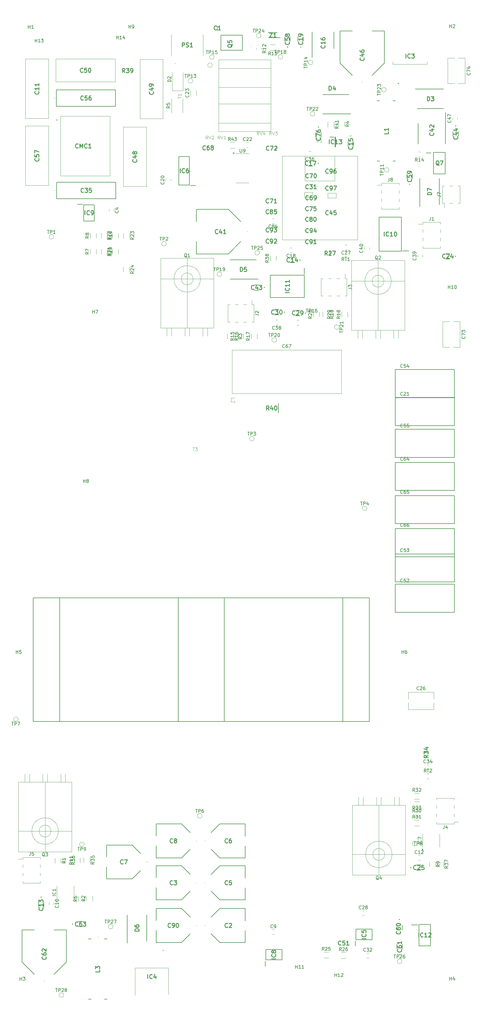
<source format=gto>
G04 #@! TF.GenerationSoftware,KiCad,Pcbnew,9.0.3*
G04 #@! TF.CreationDate,2025-10-06T17:39:24+02:00*
G04 #@! TF.ProjectId,LLC_DCDC_V3,4c4c435f-4443-4444-935f-56332e6b6963,rev?*
G04 #@! TF.SameCoordinates,Original*
G04 #@! TF.FileFunction,Legend,Top*
G04 #@! TF.FilePolarity,Positive*
%FSLAX46Y46*%
G04 Gerber Fmt 4.6, Leading zero omitted, Abs format (unit mm)*
G04 Created by KiCad (PCBNEW 9.0.3) date 2025-10-06 17:39:24*
%MOMM*%
%LPD*%
G01*
G04 APERTURE LIST*
%ADD10C,0.150000*%
%ADD11C,0.254000*%
%ADD12C,0.100000*%
%ADD13C,0.120000*%
%ADD14C,0.200000*%
%ADD15C,0.050000*%
%ADD16C,0.127000*%
G04 APERTURE END LIST*
D10*
X83828095Y-54624819D02*
X83828095Y-53624819D01*
X83828095Y-54101009D02*
X84399523Y-54101009D01*
X84399523Y-54624819D02*
X84399523Y-53624819D01*
X85399523Y-54624819D02*
X84828095Y-54624819D01*
X85113809Y-54624819D02*
X85113809Y-53624819D01*
X85113809Y-53624819D02*
X85018571Y-53767676D01*
X85018571Y-53767676D02*
X84923333Y-53862914D01*
X84923333Y-53862914D02*
X84828095Y-53910533D01*
X177934819Y-84420357D02*
X177458628Y-84753690D01*
X177934819Y-84991785D02*
X176934819Y-84991785D01*
X176934819Y-84991785D02*
X176934819Y-84610833D01*
X176934819Y-84610833D02*
X176982438Y-84515595D01*
X176982438Y-84515595D02*
X177030057Y-84467976D01*
X177030057Y-84467976D02*
X177125295Y-84420357D01*
X177125295Y-84420357D02*
X177268152Y-84420357D01*
X177268152Y-84420357D02*
X177363390Y-84467976D01*
X177363390Y-84467976D02*
X177411009Y-84515595D01*
X177411009Y-84515595D02*
X177458628Y-84610833D01*
X177458628Y-84610833D02*
X177458628Y-84991785D01*
X177268152Y-83563214D02*
X177934819Y-83563214D01*
X176887200Y-83801309D02*
X177601485Y-84039404D01*
X177601485Y-84039404D02*
X177601485Y-83420357D01*
X177934819Y-82515595D02*
X177934819Y-83087023D01*
X177934819Y-82801309D02*
X176934819Y-82801309D01*
X176934819Y-82801309D02*
X177077676Y-82896547D01*
X177077676Y-82896547D02*
X177172914Y-82991785D01*
X177172914Y-82991785D02*
X177220533Y-83087023D01*
X114318095Y-54574819D02*
X114318095Y-53574819D01*
X114318095Y-54051009D02*
X114889523Y-54051009D01*
X114889523Y-54574819D02*
X114889523Y-53574819D01*
X115413333Y-54574819D02*
X115603809Y-54574819D01*
X115603809Y-54574819D02*
X115699047Y-54527200D01*
X115699047Y-54527200D02*
X115746666Y-54479580D01*
X115746666Y-54479580D02*
X115841904Y-54336723D01*
X115841904Y-54336723D02*
X115889523Y-54146247D01*
X115889523Y-54146247D02*
X115889523Y-53765295D01*
X115889523Y-53765295D02*
X115841904Y-53670057D01*
X115841904Y-53670057D02*
X115794285Y-53622438D01*
X115794285Y-53622438D02*
X115699047Y-53574819D01*
X115699047Y-53574819D02*
X115508571Y-53574819D01*
X115508571Y-53574819D02*
X115413333Y-53622438D01*
X115413333Y-53622438D02*
X115365714Y-53670057D01*
X115365714Y-53670057D02*
X115318095Y-53765295D01*
X115318095Y-53765295D02*
X115318095Y-54003390D01*
X115318095Y-54003390D02*
X115365714Y-54098628D01*
X115365714Y-54098628D02*
X115413333Y-54146247D01*
X115413333Y-54146247D02*
X115508571Y-54193866D01*
X115508571Y-54193866D02*
X115699047Y-54193866D01*
X115699047Y-54193866D02*
X115794285Y-54146247D01*
X115794285Y-54146247D02*
X115841904Y-54098628D01*
X115841904Y-54098628D02*
X115889523Y-54003390D01*
D11*
X168793571Y-99808365D02*
X168733095Y-99868842D01*
X168733095Y-99868842D02*
X168551666Y-99929318D01*
X168551666Y-99929318D02*
X168430714Y-99929318D01*
X168430714Y-99929318D02*
X168249285Y-99868842D01*
X168249285Y-99868842D02*
X168128333Y-99747889D01*
X168128333Y-99747889D02*
X168067856Y-99626937D01*
X168067856Y-99626937D02*
X168007380Y-99385032D01*
X168007380Y-99385032D02*
X168007380Y-99203603D01*
X168007380Y-99203603D02*
X168067856Y-98961699D01*
X168067856Y-98961699D02*
X168128333Y-98840746D01*
X168128333Y-98840746D02*
X168249285Y-98719794D01*
X168249285Y-98719794D02*
X168430714Y-98659318D01*
X168430714Y-98659318D02*
X168551666Y-98659318D01*
X168551666Y-98659318D02*
X168733095Y-98719794D01*
X168733095Y-98719794D02*
X168793571Y-98780270D01*
X169216904Y-98659318D02*
X170063571Y-98659318D01*
X170063571Y-98659318D02*
X169519285Y-99929318D01*
X170789285Y-98659318D02*
X170910238Y-98659318D01*
X170910238Y-98659318D02*
X171031190Y-98719794D01*
X171031190Y-98719794D02*
X171091666Y-98780270D01*
X171091666Y-98780270D02*
X171152142Y-98901222D01*
X171152142Y-98901222D02*
X171212619Y-99143127D01*
X171212619Y-99143127D02*
X171212619Y-99445508D01*
X171212619Y-99445508D02*
X171152142Y-99687413D01*
X171152142Y-99687413D02*
X171091666Y-99808365D01*
X171091666Y-99808365D02*
X171031190Y-99868842D01*
X171031190Y-99868842D02*
X170910238Y-99929318D01*
X170910238Y-99929318D02*
X170789285Y-99929318D01*
X170789285Y-99929318D02*
X170668333Y-99868842D01*
X170668333Y-99868842D02*
X170607857Y-99808365D01*
X170607857Y-99808365D02*
X170547380Y-99687413D01*
X170547380Y-99687413D02*
X170486904Y-99445508D01*
X170486904Y-99445508D02*
X170486904Y-99143127D01*
X170486904Y-99143127D02*
X170547380Y-98901222D01*
X170547380Y-98901222D02*
X170607857Y-98780270D01*
X170607857Y-98780270D02*
X170668333Y-98719794D01*
X170668333Y-98719794D02*
X170789285Y-98659318D01*
D10*
X189894761Y-124735057D02*
X189799523Y-124687438D01*
X189799523Y-124687438D02*
X189704285Y-124592200D01*
X189704285Y-124592200D02*
X189561428Y-124449342D01*
X189561428Y-124449342D02*
X189466190Y-124401723D01*
X189466190Y-124401723D02*
X189370952Y-124401723D01*
X189418571Y-124639819D02*
X189323333Y-124592200D01*
X189323333Y-124592200D02*
X189228095Y-124496961D01*
X189228095Y-124496961D02*
X189180476Y-124306485D01*
X189180476Y-124306485D02*
X189180476Y-123973152D01*
X189180476Y-123973152D02*
X189228095Y-123782676D01*
X189228095Y-123782676D02*
X189323333Y-123687438D01*
X189323333Y-123687438D02*
X189418571Y-123639819D01*
X189418571Y-123639819D02*
X189609047Y-123639819D01*
X189609047Y-123639819D02*
X189704285Y-123687438D01*
X189704285Y-123687438D02*
X189799523Y-123782676D01*
X189799523Y-123782676D02*
X189847142Y-123973152D01*
X189847142Y-123973152D02*
X189847142Y-124306485D01*
X189847142Y-124306485D02*
X189799523Y-124496961D01*
X189799523Y-124496961D02*
X189704285Y-124592200D01*
X189704285Y-124592200D02*
X189609047Y-124639819D01*
X189609047Y-124639819D02*
X189418571Y-124639819D01*
X190228095Y-123735057D02*
X190275714Y-123687438D01*
X190275714Y-123687438D02*
X190370952Y-123639819D01*
X190370952Y-123639819D02*
X190609047Y-123639819D01*
X190609047Y-123639819D02*
X190704285Y-123687438D01*
X190704285Y-123687438D02*
X190751904Y-123735057D01*
X190751904Y-123735057D02*
X190799523Y-123830295D01*
X190799523Y-123830295D02*
X190799523Y-123925533D01*
X190799523Y-123925533D02*
X190751904Y-124068390D01*
X190751904Y-124068390D02*
X190180476Y-124639819D01*
X190180476Y-124639819D02*
X190799523Y-124639819D01*
X137791905Y-61321819D02*
X138363333Y-61321819D01*
X138077619Y-62321819D02*
X138077619Y-61321819D01*
X138696667Y-62321819D02*
X138696667Y-61321819D01*
X138696667Y-61321819D02*
X139077619Y-61321819D01*
X139077619Y-61321819D02*
X139172857Y-61369438D01*
X139172857Y-61369438D02*
X139220476Y-61417057D01*
X139220476Y-61417057D02*
X139268095Y-61512295D01*
X139268095Y-61512295D02*
X139268095Y-61655152D01*
X139268095Y-61655152D02*
X139220476Y-61750390D01*
X139220476Y-61750390D02*
X139172857Y-61798009D01*
X139172857Y-61798009D02*
X139077619Y-61845628D01*
X139077619Y-61845628D02*
X138696667Y-61845628D01*
X140220476Y-62321819D02*
X139649048Y-62321819D01*
X139934762Y-62321819D02*
X139934762Y-61321819D01*
X139934762Y-61321819D02*
X139839524Y-61464676D01*
X139839524Y-61464676D02*
X139744286Y-61559914D01*
X139744286Y-61559914D02*
X139649048Y-61607533D01*
X141125238Y-61321819D02*
X140649048Y-61321819D01*
X140649048Y-61321819D02*
X140601429Y-61798009D01*
X140601429Y-61798009D02*
X140649048Y-61750390D01*
X140649048Y-61750390D02*
X140744286Y-61702771D01*
X140744286Y-61702771D02*
X140982381Y-61702771D01*
X140982381Y-61702771D02*
X141077619Y-61750390D01*
X141077619Y-61750390D02*
X141125238Y-61798009D01*
X141125238Y-61798009D02*
X141172857Y-61893247D01*
X141172857Y-61893247D02*
X141172857Y-62131342D01*
X141172857Y-62131342D02*
X141125238Y-62226580D01*
X141125238Y-62226580D02*
X141077619Y-62274200D01*
X141077619Y-62274200D02*
X140982381Y-62321819D01*
X140982381Y-62321819D02*
X140744286Y-62321819D01*
X140744286Y-62321819D02*
X140649048Y-62274200D01*
X140649048Y-62274200D02*
X140601429Y-62226580D01*
D11*
X206743365Y-86291428D02*
X206803842Y-86351904D01*
X206803842Y-86351904D02*
X206864318Y-86533333D01*
X206864318Y-86533333D02*
X206864318Y-86654285D01*
X206864318Y-86654285D02*
X206803842Y-86835714D01*
X206803842Y-86835714D02*
X206682889Y-86956666D01*
X206682889Y-86956666D02*
X206561937Y-87017143D01*
X206561937Y-87017143D02*
X206320032Y-87077619D01*
X206320032Y-87077619D02*
X206138603Y-87077619D01*
X206138603Y-87077619D02*
X205896699Y-87017143D01*
X205896699Y-87017143D02*
X205775746Y-86956666D01*
X205775746Y-86956666D02*
X205654794Y-86835714D01*
X205654794Y-86835714D02*
X205594318Y-86654285D01*
X205594318Y-86654285D02*
X205594318Y-86533333D01*
X205594318Y-86533333D02*
X205654794Y-86351904D01*
X205654794Y-86351904D02*
X205715270Y-86291428D01*
X206017651Y-85202857D02*
X206864318Y-85202857D01*
X205533842Y-85505238D02*
X206440984Y-85807619D01*
X206440984Y-85807619D02*
X206440984Y-85021428D01*
X205715270Y-84598095D02*
X205654794Y-84537619D01*
X205654794Y-84537619D02*
X205594318Y-84416666D01*
X205594318Y-84416666D02*
X205594318Y-84114285D01*
X205594318Y-84114285D02*
X205654794Y-83993333D01*
X205654794Y-83993333D02*
X205715270Y-83932857D01*
X205715270Y-83932857D02*
X205836222Y-83872380D01*
X205836222Y-83872380D02*
X205957175Y-83872380D01*
X205957175Y-83872380D02*
X206138603Y-83932857D01*
X206138603Y-83932857D02*
X206864318Y-84658571D01*
X206864318Y-84658571D02*
X206864318Y-83872380D01*
D10*
X184857142Y-321694580D02*
X184809523Y-321742200D01*
X184809523Y-321742200D02*
X184666666Y-321789819D01*
X184666666Y-321789819D02*
X184571428Y-321789819D01*
X184571428Y-321789819D02*
X184428571Y-321742200D01*
X184428571Y-321742200D02*
X184333333Y-321646961D01*
X184333333Y-321646961D02*
X184285714Y-321551723D01*
X184285714Y-321551723D02*
X184238095Y-321361247D01*
X184238095Y-321361247D02*
X184238095Y-321218390D01*
X184238095Y-321218390D02*
X184285714Y-321027914D01*
X184285714Y-321027914D02*
X184333333Y-320932676D01*
X184333333Y-320932676D02*
X184428571Y-320837438D01*
X184428571Y-320837438D02*
X184571428Y-320789819D01*
X184571428Y-320789819D02*
X184666666Y-320789819D01*
X184666666Y-320789819D02*
X184809523Y-320837438D01*
X184809523Y-320837438D02*
X184857142Y-320885057D01*
X185238095Y-320885057D02*
X185285714Y-320837438D01*
X185285714Y-320837438D02*
X185380952Y-320789819D01*
X185380952Y-320789819D02*
X185619047Y-320789819D01*
X185619047Y-320789819D02*
X185714285Y-320837438D01*
X185714285Y-320837438D02*
X185761904Y-320885057D01*
X185761904Y-320885057D02*
X185809523Y-320980295D01*
X185809523Y-320980295D02*
X185809523Y-321075533D01*
X185809523Y-321075533D02*
X185761904Y-321218390D01*
X185761904Y-321218390D02*
X185190476Y-321789819D01*
X185190476Y-321789819D02*
X185809523Y-321789819D01*
X186380952Y-321218390D02*
X186285714Y-321170771D01*
X186285714Y-321170771D02*
X186238095Y-321123152D01*
X186238095Y-321123152D02*
X186190476Y-321027914D01*
X186190476Y-321027914D02*
X186190476Y-320980295D01*
X186190476Y-320980295D02*
X186238095Y-320885057D01*
X186238095Y-320885057D02*
X186285714Y-320837438D01*
X186285714Y-320837438D02*
X186380952Y-320789819D01*
X186380952Y-320789819D02*
X186571428Y-320789819D01*
X186571428Y-320789819D02*
X186666666Y-320837438D01*
X186666666Y-320837438D02*
X186714285Y-320885057D01*
X186714285Y-320885057D02*
X186761904Y-320980295D01*
X186761904Y-320980295D02*
X186761904Y-321027914D01*
X186761904Y-321027914D02*
X186714285Y-321123152D01*
X186714285Y-321123152D02*
X186666666Y-321170771D01*
X186666666Y-321170771D02*
X186571428Y-321218390D01*
X186571428Y-321218390D02*
X186380952Y-321218390D01*
X186380952Y-321218390D02*
X186285714Y-321266009D01*
X186285714Y-321266009D02*
X186238095Y-321313628D01*
X186238095Y-321313628D02*
X186190476Y-321408866D01*
X186190476Y-321408866D02*
X186190476Y-321599342D01*
X186190476Y-321599342D02*
X186238095Y-321694580D01*
X186238095Y-321694580D02*
X186285714Y-321742200D01*
X186285714Y-321742200D02*
X186380952Y-321789819D01*
X186380952Y-321789819D02*
X186571428Y-321789819D01*
X186571428Y-321789819D02*
X186666666Y-321742200D01*
X186666666Y-321742200D02*
X186714285Y-321694580D01*
X186714285Y-321694580D02*
X186761904Y-321599342D01*
X186761904Y-321599342D02*
X186761904Y-321408866D01*
X186761904Y-321408866D02*
X186714285Y-321313628D01*
X186714285Y-321313628D02*
X186666666Y-321266009D01*
X186666666Y-321266009D02*
X186571428Y-321218390D01*
D11*
X126993571Y-327218365D02*
X126933095Y-327278842D01*
X126933095Y-327278842D02*
X126751666Y-327339318D01*
X126751666Y-327339318D02*
X126630714Y-327339318D01*
X126630714Y-327339318D02*
X126449285Y-327278842D01*
X126449285Y-327278842D02*
X126328333Y-327157889D01*
X126328333Y-327157889D02*
X126267856Y-327036937D01*
X126267856Y-327036937D02*
X126207380Y-326795032D01*
X126207380Y-326795032D02*
X126207380Y-326613603D01*
X126207380Y-326613603D02*
X126267856Y-326371699D01*
X126267856Y-326371699D02*
X126328333Y-326250746D01*
X126328333Y-326250746D02*
X126449285Y-326129794D01*
X126449285Y-326129794D02*
X126630714Y-326069318D01*
X126630714Y-326069318D02*
X126751666Y-326069318D01*
X126751666Y-326069318D02*
X126933095Y-326129794D01*
X126933095Y-326129794D02*
X126993571Y-326190270D01*
X127598333Y-327339318D02*
X127840237Y-327339318D01*
X127840237Y-327339318D02*
X127961190Y-327278842D01*
X127961190Y-327278842D02*
X128021666Y-327218365D01*
X128021666Y-327218365D02*
X128142618Y-327036937D01*
X128142618Y-327036937D02*
X128203095Y-326795032D01*
X128203095Y-326795032D02*
X128203095Y-326311222D01*
X128203095Y-326311222D02*
X128142618Y-326190270D01*
X128142618Y-326190270D02*
X128082142Y-326129794D01*
X128082142Y-326129794D02*
X127961190Y-326069318D01*
X127961190Y-326069318D02*
X127719285Y-326069318D01*
X127719285Y-326069318D02*
X127598333Y-326129794D01*
X127598333Y-326129794D02*
X127537856Y-326190270D01*
X127537856Y-326190270D02*
X127477380Y-326311222D01*
X127477380Y-326311222D02*
X127477380Y-326613603D01*
X127477380Y-326613603D02*
X127537856Y-326734556D01*
X127537856Y-326734556D02*
X127598333Y-326795032D01*
X127598333Y-326795032D02*
X127719285Y-326855508D01*
X127719285Y-326855508D02*
X127961190Y-326855508D01*
X127961190Y-326855508D02*
X128082142Y-326795032D01*
X128082142Y-326795032D02*
X128142618Y-326734556D01*
X128142618Y-326734556D02*
X128203095Y-326613603D01*
X128989285Y-326069318D02*
X129110238Y-326069318D01*
X129110238Y-326069318D02*
X129231190Y-326129794D01*
X129231190Y-326129794D02*
X129291666Y-326190270D01*
X129291666Y-326190270D02*
X129352142Y-326311222D01*
X129352142Y-326311222D02*
X129412619Y-326553127D01*
X129412619Y-326553127D02*
X129412619Y-326855508D01*
X129412619Y-326855508D02*
X129352142Y-327097413D01*
X129352142Y-327097413D02*
X129291666Y-327218365D01*
X129291666Y-327218365D02*
X129231190Y-327278842D01*
X129231190Y-327278842D02*
X129110238Y-327339318D01*
X129110238Y-327339318D02*
X128989285Y-327339318D01*
X128989285Y-327339318D02*
X128868333Y-327278842D01*
X128868333Y-327278842D02*
X128807857Y-327218365D01*
X128807857Y-327218365D02*
X128747380Y-327097413D01*
X128747380Y-327097413D02*
X128686904Y-326855508D01*
X128686904Y-326855508D02*
X128686904Y-326553127D01*
X128686904Y-326553127D02*
X128747380Y-326311222D01*
X128747380Y-326311222D02*
X128807857Y-326190270D01*
X128807857Y-326190270D02*
X128868333Y-326129794D01*
X128868333Y-326129794D02*
X128989285Y-326069318D01*
D10*
X197452142Y-205679580D02*
X197404523Y-205727200D01*
X197404523Y-205727200D02*
X197261666Y-205774819D01*
X197261666Y-205774819D02*
X197166428Y-205774819D01*
X197166428Y-205774819D02*
X197023571Y-205727200D01*
X197023571Y-205727200D02*
X196928333Y-205631961D01*
X196928333Y-205631961D02*
X196880714Y-205536723D01*
X196880714Y-205536723D02*
X196833095Y-205346247D01*
X196833095Y-205346247D02*
X196833095Y-205203390D01*
X196833095Y-205203390D02*
X196880714Y-205012914D01*
X196880714Y-205012914D02*
X196928333Y-204917676D01*
X196928333Y-204917676D02*
X197023571Y-204822438D01*
X197023571Y-204822438D02*
X197166428Y-204774819D01*
X197166428Y-204774819D02*
X197261666Y-204774819D01*
X197261666Y-204774819D02*
X197404523Y-204822438D01*
X197404523Y-204822438D02*
X197452142Y-204870057D01*
X198309285Y-204774819D02*
X198118809Y-204774819D01*
X198118809Y-204774819D02*
X198023571Y-204822438D01*
X198023571Y-204822438D02*
X197975952Y-204870057D01*
X197975952Y-204870057D02*
X197880714Y-205012914D01*
X197880714Y-205012914D02*
X197833095Y-205203390D01*
X197833095Y-205203390D02*
X197833095Y-205584342D01*
X197833095Y-205584342D02*
X197880714Y-205679580D01*
X197880714Y-205679580D02*
X197928333Y-205727200D01*
X197928333Y-205727200D02*
X198023571Y-205774819D01*
X198023571Y-205774819D02*
X198214047Y-205774819D01*
X198214047Y-205774819D02*
X198309285Y-205727200D01*
X198309285Y-205727200D02*
X198356904Y-205679580D01*
X198356904Y-205679580D02*
X198404523Y-205584342D01*
X198404523Y-205584342D02*
X198404523Y-205346247D01*
X198404523Y-205346247D02*
X198356904Y-205251009D01*
X198356904Y-205251009D02*
X198309285Y-205203390D01*
X198309285Y-205203390D02*
X198214047Y-205155771D01*
X198214047Y-205155771D02*
X198023571Y-205155771D01*
X198023571Y-205155771D02*
X197928333Y-205203390D01*
X197928333Y-205203390D02*
X197880714Y-205251009D01*
X197880714Y-205251009D02*
X197833095Y-205346247D01*
X199261666Y-204774819D02*
X199071190Y-204774819D01*
X199071190Y-204774819D02*
X198975952Y-204822438D01*
X198975952Y-204822438D02*
X198928333Y-204870057D01*
X198928333Y-204870057D02*
X198833095Y-205012914D01*
X198833095Y-205012914D02*
X198785476Y-205203390D01*
X198785476Y-205203390D02*
X198785476Y-205584342D01*
X198785476Y-205584342D02*
X198833095Y-205679580D01*
X198833095Y-205679580D02*
X198880714Y-205727200D01*
X198880714Y-205727200D02*
X198975952Y-205774819D01*
X198975952Y-205774819D02*
X199166428Y-205774819D01*
X199166428Y-205774819D02*
X199261666Y-205727200D01*
X199261666Y-205727200D02*
X199309285Y-205679580D01*
X199309285Y-205679580D02*
X199356904Y-205584342D01*
X199356904Y-205584342D02*
X199356904Y-205346247D01*
X199356904Y-205346247D02*
X199309285Y-205251009D01*
X199309285Y-205251009D02*
X199261666Y-205203390D01*
X199261666Y-205203390D02*
X199166428Y-205155771D01*
X199166428Y-205155771D02*
X198975952Y-205155771D01*
X198975952Y-205155771D02*
X198880714Y-205203390D01*
X198880714Y-205203390D02*
X198833095Y-205251009D01*
X198833095Y-205251009D02*
X198785476Y-205346247D01*
X204572380Y-280281493D02*
X204239047Y-279805302D01*
X204000952Y-280281493D02*
X204000952Y-279281493D01*
X204000952Y-279281493D02*
X204381904Y-279281493D01*
X204381904Y-279281493D02*
X204477142Y-279329112D01*
X204477142Y-279329112D02*
X204524761Y-279376731D01*
X204524761Y-279376731D02*
X204572380Y-279471969D01*
X204572380Y-279471969D02*
X204572380Y-279614826D01*
X204572380Y-279614826D02*
X204524761Y-279710064D01*
X204524761Y-279710064D02*
X204477142Y-279757683D01*
X204477142Y-279757683D02*
X204381904Y-279805302D01*
X204381904Y-279805302D02*
X204000952Y-279805302D01*
X204858095Y-279281493D02*
X205429523Y-279281493D01*
X205143809Y-280281493D02*
X205143809Y-279281493D01*
X205715238Y-279376731D02*
X205762857Y-279329112D01*
X205762857Y-279329112D02*
X205858095Y-279281493D01*
X205858095Y-279281493D02*
X206096190Y-279281493D01*
X206096190Y-279281493D02*
X206191428Y-279329112D01*
X206191428Y-279329112D02*
X206239047Y-279376731D01*
X206239047Y-279376731D02*
X206286666Y-279471969D01*
X206286666Y-279471969D02*
X206286666Y-279567207D01*
X206286666Y-279567207D02*
X206239047Y-279710064D01*
X206239047Y-279710064D02*
X205667619Y-280281493D01*
X205667619Y-280281493D02*
X206286666Y-280281493D01*
D11*
X186294318Y-330724762D02*
X185024318Y-330724762D01*
X186173365Y-329394285D02*
X186233842Y-329454761D01*
X186233842Y-329454761D02*
X186294318Y-329636190D01*
X186294318Y-329636190D02*
X186294318Y-329757142D01*
X186294318Y-329757142D02*
X186233842Y-329938571D01*
X186233842Y-329938571D02*
X186112889Y-330059523D01*
X186112889Y-330059523D02*
X185991937Y-330120000D01*
X185991937Y-330120000D02*
X185750032Y-330180476D01*
X185750032Y-330180476D02*
X185568603Y-330180476D01*
X185568603Y-330180476D02*
X185326699Y-330120000D01*
X185326699Y-330120000D02*
X185205746Y-330059523D01*
X185205746Y-330059523D02*
X185084794Y-329938571D01*
X185084794Y-329938571D02*
X185024318Y-329757142D01*
X185024318Y-329757142D02*
X185024318Y-329636190D01*
X185024318Y-329636190D02*
X185084794Y-329454761D01*
X185084794Y-329454761D02*
X185145270Y-329394285D01*
X185024318Y-328245238D02*
X185024318Y-328850000D01*
X185024318Y-328850000D02*
X185629080Y-328910476D01*
X185629080Y-328910476D02*
X185568603Y-328850000D01*
X185568603Y-328850000D02*
X185508127Y-328729047D01*
X185508127Y-328729047D02*
X185508127Y-328426666D01*
X185508127Y-328426666D02*
X185568603Y-328305714D01*
X185568603Y-328305714D02*
X185629080Y-328245238D01*
X185629080Y-328245238D02*
X185750032Y-328184761D01*
X185750032Y-328184761D02*
X186052413Y-328184761D01*
X186052413Y-328184761D02*
X186173365Y-328245238D01*
X186173365Y-328245238D02*
X186233842Y-328305714D01*
X186233842Y-328305714D02*
X186294318Y-328426666D01*
X186294318Y-328426666D02*
X186294318Y-328729047D01*
X186294318Y-328729047D02*
X186233842Y-328850000D01*
X186233842Y-328850000D02*
X186173365Y-328910476D01*
D10*
X201129642Y-294289819D02*
X200796309Y-293813628D01*
X200558214Y-294289819D02*
X200558214Y-293289819D01*
X200558214Y-293289819D02*
X200939166Y-293289819D01*
X200939166Y-293289819D02*
X201034404Y-293337438D01*
X201034404Y-293337438D02*
X201082023Y-293385057D01*
X201082023Y-293385057D02*
X201129642Y-293480295D01*
X201129642Y-293480295D02*
X201129642Y-293623152D01*
X201129642Y-293623152D02*
X201082023Y-293718390D01*
X201082023Y-293718390D02*
X201034404Y-293766009D01*
X201034404Y-293766009D02*
X200939166Y-293813628D01*
X200939166Y-293813628D02*
X200558214Y-293813628D01*
X201462976Y-293289819D02*
X202082023Y-293289819D01*
X202082023Y-293289819D02*
X201748690Y-293670771D01*
X201748690Y-293670771D02*
X201891547Y-293670771D01*
X201891547Y-293670771D02*
X201986785Y-293718390D01*
X201986785Y-293718390D02*
X202034404Y-293766009D01*
X202034404Y-293766009D02*
X202082023Y-293861247D01*
X202082023Y-293861247D02*
X202082023Y-294099342D01*
X202082023Y-294099342D02*
X202034404Y-294194580D01*
X202034404Y-294194580D02*
X201986785Y-294242200D01*
X201986785Y-294242200D02*
X201891547Y-294289819D01*
X201891547Y-294289819D02*
X201605833Y-294289819D01*
X201605833Y-294289819D02*
X201510595Y-294242200D01*
X201510595Y-294242200D02*
X201462976Y-294194580D01*
X203034404Y-294289819D02*
X202462976Y-294289819D01*
X202748690Y-294289819D02*
X202748690Y-293289819D01*
X202748690Y-293289819D02*
X202653452Y-293432676D01*
X202653452Y-293432676D02*
X202558214Y-293527914D01*
X202558214Y-293527914D02*
X202462976Y-293575533D01*
D12*
X138324761Y-88209919D02*
X137991428Y-87733728D01*
X137753333Y-88209919D02*
X137753333Y-87209919D01*
X137753333Y-87209919D02*
X138134285Y-87209919D01*
X138134285Y-87209919D02*
X138229523Y-87257538D01*
X138229523Y-87257538D02*
X138277142Y-87305157D01*
X138277142Y-87305157D02*
X138324761Y-87400395D01*
X138324761Y-87400395D02*
X138324761Y-87543252D01*
X138324761Y-87543252D02*
X138277142Y-87638490D01*
X138277142Y-87638490D02*
X138229523Y-87686109D01*
X138229523Y-87686109D02*
X138134285Y-87733728D01*
X138134285Y-87733728D02*
X137753333Y-87733728D01*
X138610476Y-87209919D02*
X138943809Y-88209919D01*
X138943809Y-88209919D02*
X139277142Y-87209919D01*
X139562857Y-87305157D02*
X139610476Y-87257538D01*
X139610476Y-87257538D02*
X139705714Y-87209919D01*
X139705714Y-87209919D02*
X139943809Y-87209919D01*
X139943809Y-87209919D02*
X140039047Y-87257538D01*
X140039047Y-87257538D02*
X140086666Y-87305157D01*
X140086666Y-87305157D02*
X140134285Y-87400395D01*
X140134285Y-87400395D02*
X140134285Y-87495633D01*
X140134285Y-87495633D02*
X140086666Y-87638490D01*
X140086666Y-87638490D02*
X139515238Y-88209919D01*
X139515238Y-88209919D02*
X140134285Y-88209919D01*
D10*
X109164819Y-122972857D02*
X108688628Y-123306190D01*
X109164819Y-123544285D02*
X108164819Y-123544285D01*
X108164819Y-123544285D02*
X108164819Y-123163333D01*
X108164819Y-123163333D02*
X108212438Y-123068095D01*
X108212438Y-123068095D02*
X108260057Y-123020476D01*
X108260057Y-123020476D02*
X108355295Y-122972857D01*
X108355295Y-122972857D02*
X108498152Y-122972857D01*
X108498152Y-122972857D02*
X108593390Y-123020476D01*
X108593390Y-123020476D02*
X108641009Y-123068095D01*
X108641009Y-123068095D02*
X108688628Y-123163333D01*
X108688628Y-123163333D02*
X108688628Y-123544285D01*
X108260057Y-122591904D02*
X108212438Y-122544285D01*
X108212438Y-122544285D02*
X108164819Y-122449047D01*
X108164819Y-122449047D02*
X108164819Y-122210952D01*
X108164819Y-122210952D02*
X108212438Y-122115714D01*
X108212438Y-122115714D02*
X108260057Y-122068095D01*
X108260057Y-122068095D02*
X108355295Y-122020476D01*
X108355295Y-122020476D02*
X108450533Y-122020476D01*
X108450533Y-122020476D02*
X108593390Y-122068095D01*
X108593390Y-122068095D02*
X109164819Y-122639523D01*
X109164819Y-122639523D02*
X109164819Y-122020476D01*
X108164819Y-121401428D02*
X108164819Y-121306190D01*
X108164819Y-121306190D02*
X108212438Y-121210952D01*
X108212438Y-121210952D02*
X108260057Y-121163333D01*
X108260057Y-121163333D02*
X108355295Y-121115714D01*
X108355295Y-121115714D02*
X108545771Y-121068095D01*
X108545771Y-121068095D02*
X108783866Y-121068095D01*
X108783866Y-121068095D02*
X108974342Y-121115714D01*
X108974342Y-121115714D02*
X109069580Y-121163333D01*
X109069580Y-121163333D02*
X109117200Y-121210952D01*
X109117200Y-121210952D02*
X109164819Y-121306190D01*
X109164819Y-121306190D02*
X109164819Y-121401428D01*
X109164819Y-121401428D02*
X109117200Y-121496666D01*
X109117200Y-121496666D02*
X109069580Y-121544285D01*
X109069580Y-121544285D02*
X108974342Y-121591904D01*
X108974342Y-121591904D02*
X108783866Y-121639523D01*
X108783866Y-121639523D02*
X108545771Y-121639523D01*
X108545771Y-121639523D02*
X108355295Y-121591904D01*
X108355295Y-121591904D02*
X108260057Y-121544285D01*
X108260057Y-121544285D02*
X108212438Y-121496666D01*
X108212438Y-121496666D02*
X108164819Y-121401428D01*
D11*
X144288333Y-314268365D02*
X144227857Y-314328842D01*
X144227857Y-314328842D02*
X144046428Y-314389318D01*
X144046428Y-314389318D02*
X143925476Y-314389318D01*
X143925476Y-314389318D02*
X143744047Y-314328842D01*
X143744047Y-314328842D02*
X143623095Y-314207889D01*
X143623095Y-314207889D02*
X143562618Y-314086937D01*
X143562618Y-314086937D02*
X143502142Y-313845032D01*
X143502142Y-313845032D02*
X143502142Y-313663603D01*
X143502142Y-313663603D02*
X143562618Y-313421699D01*
X143562618Y-313421699D02*
X143623095Y-313300746D01*
X143623095Y-313300746D02*
X143744047Y-313179794D01*
X143744047Y-313179794D02*
X143925476Y-313119318D01*
X143925476Y-313119318D02*
X144046428Y-313119318D01*
X144046428Y-313119318D02*
X144227857Y-313179794D01*
X144227857Y-313179794D02*
X144288333Y-313240270D01*
X145437380Y-313119318D02*
X144832618Y-313119318D01*
X144832618Y-313119318D02*
X144772142Y-313724080D01*
X144772142Y-313724080D02*
X144832618Y-313663603D01*
X144832618Y-313663603D02*
X144953571Y-313603127D01*
X144953571Y-313603127D02*
X145255952Y-313603127D01*
X145255952Y-313603127D02*
X145376904Y-313663603D01*
X145376904Y-313663603D02*
X145437380Y-313724080D01*
X145437380Y-313724080D02*
X145497857Y-313845032D01*
X145497857Y-313845032D02*
X145497857Y-314147413D01*
X145497857Y-314147413D02*
X145437380Y-314268365D01*
X145437380Y-314268365D02*
X145376904Y-314328842D01*
X145376904Y-314328842D02*
X145255952Y-314389318D01*
X145255952Y-314389318D02*
X144953571Y-314389318D01*
X144953571Y-314389318D02*
X144832618Y-314328842D01*
X144832618Y-314328842D02*
X144772142Y-314268365D01*
D10*
X178839642Y-334429819D02*
X178506309Y-333953628D01*
X178268214Y-334429819D02*
X178268214Y-333429819D01*
X178268214Y-333429819D02*
X178649166Y-333429819D01*
X178649166Y-333429819D02*
X178744404Y-333477438D01*
X178744404Y-333477438D02*
X178792023Y-333525057D01*
X178792023Y-333525057D02*
X178839642Y-333620295D01*
X178839642Y-333620295D02*
X178839642Y-333763152D01*
X178839642Y-333763152D02*
X178792023Y-333858390D01*
X178792023Y-333858390D02*
X178744404Y-333906009D01*
X178744404Y-333906009D02*
X178649166Y-333953628D01*
X178649166Y-333953628D02*
X178268214Y-333953628D01*
X179220595Y-333525057D02*
X179268214Y-333477438D01*
X179268214Y-333477438D02*
X179363452Y-333429819D01*
X179363452Y-333429819D02*
X179601547Y-333429819D01*
X179601547Y-333429819D02*
X179696785Y-333477438D01*
X179696785Y-333477438D02*
X179744404Y-333525057D01*
X179744404Y-333525057D02*
X179792023Y-333620295D01*
X179792023Y-333620295D02*
X179792023Y-333715533D01*
X179792023Y-333715533D02*
X179744404Y-333858390D01*
X179744404Y-333858390D02*
X179172976Y-334429819D01*
X179172976Y-334429819D02*
X179792023Y-334429819D01*
X180649166Y-333429819D02*
X180458690Y-333429819D01*
X180458690Y-333429819D02*
X180363452Y-333477438D01*
X180363452Y-333477438D02*
X180315833Y-333525057D01*
X180315833Y-333525057D02*
X180220595Y-333667914D01*
X180220595Y-333667914D02*
X180172976Y-333858390D01*
X180172976Y-333858390D02*
X180172976Y-334239342D01*
X180172976Y-334239342D02*
X180220595Y-334334580D01*
X180220595Y-334334580D02*
X180268214Y-334382200D01*
X180268214Y-334382200D02*
X180363452Y-334429819D01*
X180363452Y-334429819D02*
X180553928Y-334429819D01*
X180553928Y-334429819D02*
X180649166Y-334382200D01*
X180649166Y-334382200D02*
X180696785Y-334334580D01*
X180696785Y-334334580D02*
X180744404Y-334239342D01*
X180744404Y-334239342D02*
X180744404Y-334001247D01*
X180744404Y-334001247D02*
X180696785Y-333906009D01*
X180696785Y-333906009D02*
X180649166Y-333858390D01*
X180649166Y-333858390D02*
X180553928Y-333810771D01*
X180553928Y-333810771D02*
X180363452Y-333810771D01*
X180363452Y-333810771D02*
X180268214Y-333858390D01*
X180268214Y-333858390D02*
X180220595Y-333906009D01*
X180220595Y-333906009D02*
X180172976Y-334001247D01*
D11*
X116623365Y-94391428D02*
X116683842Y-94451904D01*
X116683842Y-94451904D02*
X116744318Y-94633333D01*
X116744318Y-94633333D02*
X116744318Y-94754285D01*
X116744318Y-94754285D02*
X116683842Y-94935714D01*
X116683842Y-94935714D02*
X116562889Y-95056666D01*
X116562889Y-95056666D02*
X116441937Y-95117143D01*
X116441937Y-95117143D02*
X116200032Y-95177619D01*
X116200032Y-95177619D02*
X116018603Y-95177619D01*
X116018603Y-95177619D02*
X115776699Y-95117143D01*
X115776699Y-95117143D02*
X115655746Y-95056666D01*
X115655746Y-95056666D02*
X115534794Y-94935714D01*
X115534794Y-94935714D02*
X115474318Y-94754285D01*
X115474318Y-94754285D02*
X115474318Y-94633333D01*
X115474318Y-94633333D02*
X115534794Y-94451904D01*
X115534794Y-94451904D02*
X115595270Y-94391428D01*
X115897651Y-93302857D02*
X116744318Y-93302857D01*
X115413842Y-93605238D02*
X116320984Y-93907619D01*
X116320984Y-93907619D02*
X116320984Y-93121428D01*
X116018603Y-92456190D02*
X115958127Y-92577142D01*
X115958127Y-92577142D02*
X115897651Y-92637619D01*
X115897651Y-92637619D02*
X115776699Y-92698095D01*
X115776699Y-92698095D02*
X115716222Y-92698095D01*
X115716222Y-92698095D02*
X115595270Y-92637619D01*
X115595270Y-92637619D02*
X115534794Y-92577142D01*
X115534794Y-92577142D02*
X115474318Y-92456190D01*
X115474318Y-92456190D02*
X115474318Y-92214285D01*
X115474318Y-92214285D02*
X115534794Y-92093333D01*
X115534794Y-92093333D02*
X115595270Y-92032857D01*
X115595270Y-92032857D02*
X115716222Y-91972380D01*
X115716222Y-91972380D02*
X115776699Y-91972380D01*
X115776699Y-91972380D02*
X115897651Y-92032857D01*
X115897651Y-92032857D02*
X115958127Y-92093333D01*
X115958127Y-92093333D02*
X116018603Y-92214285D01*
X116018603Y-92214285D02*
X116018603Y-92456190D01*
X116018603Y-92456190D02*
X116079080Y-92577142D01*
X116079080Y-92577142D02*
X116139556Y-92637619D01*
X116139556Y-92637619D02*
X116260508Y-92698095D01*
X116260508Y-92698095D02*
X116502413Y-92698095D01*
X116502413Y-92698095D02*
X116623365Y-92637619D01*
X116623365Y-92637619D02*
X116683842Y-92577142D01*
X116683842Y-92577142D02*
X116744318Y-92456190D01*
X116744318Y-92456190D02*
X116744318Y-92214285D01*
X116744318Y-92214285D02*
X116683842Y-92093333D01*
X116683842Y-92093333D02*
X116623365Y-92032857D01*
X116623365Y-92032857D02*
X116502413Y-91972380D01*
X116502413Y-91972380D02*
X116260508Y-91972380D01*
X116260508Y-91972380D02*
X116139556Y-92032857D01*
X116139556Y-92032857D02*
X116079080Y-92093333D01*
X116079080Y-92093333D02*
X116018603Y-92214285D01*
D10*
X184658095Y-198251819D02*
X185229523Y-198251819D01*
X184943809Y-199251819D02*
X184943809Y-198251819D01*
X185562857Y-199251819D02*
X185562857Y-198251819D01*
X185562857Y-198251819D02*
X185943809Y-198251819D01*
X185943809Y-198251819D02*
X186039047Y-198299438D01*
X186039047Y-198299438D02*
X186086666Y-198347057D01*
X186086666Y-198347057D02*
X186134285Y-198442295D01*
X186134285Y-198442295D02*
X186134285Y-198585152D01*
X186134285Y-198585152D02*
X186086666Y-198680390D01*
X186086666Y-198680390D02*
X186039047Y-198728009D01*
X186039047Y-198728009D02*
X185943809Y-198775628D01*
X185943809Y-198775628D02*
X185562857Y-198775628D01*
X186991428Y-198585152D02*
X186991428Y-199251819D01*
X186753333Y-198204200D02*
X186515238Y-198918485D01*
X186515238Y-198918485D02*
X187134285Y-198918485D01*
X194781905Y-335661819D02*
X195353333Y-335661819D01*
X195067619Y-336661819D02*
X195067619Y-335661819D01*
X195686667Y-336661819D02*
X195686667Y-335661819D01*
X195686667Y-335661819D02*
X196067619Y-335661819D01*
X196067619Y-335661819D02*
X196162857Y-335709438D01*
X196162857Y-335709438D02*
X196210476Y-335757057D01*
X196210476Y-335757057D02*
X196258095Y-335852295D01*
X196258095Y-335852295D02*
X196258095Y-335995152D01*
X196258095Y-335995152D02*
X196210476Y-336090390D01*
X196210476Y-336090390D02*
X196162857Y-336138009D01*
X196162857Y-336138009D02*
X196067619Y-336185628D01*
X196067619Y-336185628D02*
X195686667Y-336185628D01*
X196639048Y-335757057D02*
X196686667Y-335709438D01*
X196686667Y-335709438D02*
X196781905Y-335661819D01*
X196781905Y-335661819D02*
X197020000Y-335661819D01*
X197020000Y-335661819D02*
X197115238Y-335709438D01*
X197115238Y-335709438D02*
X197162857Y-335757057D01*
X197162857Y-335757057D02*
X197210476Y-335852295D01*
X197210476Y-335852295D02*
X197210476Y-335947533D01*
X197210476Y-335947533D02*
X197162857Y-336090390D01*
X197162857Y-336090390D02*
X196591429Y-336661819D01*
X196591429Y-336661819D02*
X197210476Y-336661819D01*
X198067619Y-335661819D02*
X197877143Y-335661819D01*
X197877143Y-335661819D02*
X197781905Y-335709438D01*
X197781905Y-335709438D02*
X197734286Y-335757057D01*
X197734286Y-335757057D02*
X197639048Y-335899914D01*
X197639048Y-335899914D02*
X197591429Y-336090390D01*
X197591429Y-336090390D02*
X197591429Y-336471342D01*
X197591429Y-336471342D02*
X197639048Y-336566580D01*
X197639048Y-336566580D02*
X197686667Y-336614200D01*
X197686667Y-336614200D02*
X197781905Y-336661819D01*
X197781905Y-336661819D02*
X197972381Y-336661819D01*
X197972381Y-336661819D02*
X198067619Y-336614200D01*
X198067619Y-336614200D02*
X198115238Y-336566580D01*
X198115238Y-336566580D02*
X198162857Y-336471342D01*
X198162857Y-336471342D02*
X198162857Y-336233247D01*
X198162857Y-336233247D02*
X198115238Y-336138009D01*
X198115238Y-336138009D02*
X198067619Y-336090390D01*
X198067619Y-336090390D02*
X197972381Y-336042771D01*
X197972381Y-336042771D02*
X197781905Y-336042771D01*
X197781905Y-336042771D02*
X197686667Y-336090390D01*
X197686667Y-336090390D02*
X197639048Y-336138009D01*
X197639048Y-336138009D02*
X197591429Y-336233247D01*
X155914819Y-61417857D02*
X155438628Y-61751190D01*
X155914819Y-61989285D02*
X154914819Y-61989285D01*
X154914819Y-61989285D02*
X154914819Y-61608333D01*
X154914819Y-61608333D02*
X154962438Y-61513095D01*
X154962438Y-61513095D02*
X155010057Y-61465476D01*
X155010057Y-61465476D02*
X155105295Y-61417857D01*
X155105295Y-61417857D02*
X155248152Y-61417857D01*
X155248152Y-61417857D02*
X155343390Y-61465476D01*
X155343390Y-61465476D02*
X155391009Y-61513095D01*
X155391009Y-61513095D02*
X155438628Y-61608333D01*
X155438628Y-61608333D02*
X155438628Y-61989285D01*
X155914819Y-60465476D02*
X155914819Y-61036904D01*
X155914819Y-60751190D02*
X154914819Y-60751190D01*
X154914819Y-60751190D02*
X155057676Y-60846428D01*
X155057676Y-60846428D02*
X155152914Y-60941666D01*
X155152914Y-60941666D02*
X155200533Y-61036904D01*
X155010057Y-60084523D02*
X154962438Y-60036904D01*
X154962438Y-60036904D02*
X154914819Y-59941666D01*
X154914819Y-59941666D02*
X154914819Y-59703571D01*
X154914819Y-59703571D02*
X154962438Y-59608333D01*
X154962438Y-59608333D02*
X155010057Y-59560714D01*
X155010057Y-59560714D02*
X155105295Y-59513095D01*
X155105295Y-59513095D02*
X155200533Y-59513095D01*
X155200533Y-59513095D02*
X155343390Y-59560714D01*
X155343390Y-59560714D02*
X155914819Y-60132142D01*
X155914819Y-60132142D02*
X155914819Y-59513095D01*
D11*
X141323571Y-116728365D02*
X141263095Y-116788842D01*
X141263095Y-116788842D02*
X141081666Y-116849318D01*
X141081666Y-116849318D02*
X140960714Y-116849318D01*
X140960714Y-116849318D02*
X140779285Y-116788842D01*
X140779285Y-116788842D02*
X140658333Y-116667889D01*
X140658333Y-116667889D02*
X140597856Y-116546937D01*
X140597856Y-116546937D02*
X140537380Y-116305032D01*
X140537380Y-116305032D02*
X140537380Y-116123603D01*
X140537380Y-116123603D02*
X140597856Y-115881699D01*
X140597856Y-115881699D02*
X140658333Y-115760746D01*
X140658333Y-115760746D02*
X140779285Y-115639794D01*
X140779285Y-115639794D02*
X140960714Y-115579318D01*
X140960714Y-115579318D02*
X141081666Y-115579318D01*
X141081666Y-115579318D02*
X141263095Y-115639794D01*
X141263095Y-115639794D02*
X141323571Y-115700270D01*
X142412142Y-116002651D02*
X142412142Y-116849318D01*
X142109761Y-115518842D02*
X141807380Y-116425984D01*
X141807380Y-116425984D02*
X142593571Y-116425984D01*
X143742619Y-116849318D02*
X143016904Y-116849318D01*
X143379761Y-116849318D02*
X143379761Y-115579318D01*
X143379761Y-115579318D02*
X143258809Y-115760746D01*
X143258809Y-115760746D02*
X143137857Y-115881699D01*
X143137857Y-115881699D02*
X143016904Y-115942175D01*
D10*
X211748095Y-54449819D02*
X211748095Y-53449819D01*
X211748095Y-53926009D02*
X212319523Y-53926009D01*
X212319523Y-54449819D02*
X212319523Y-53449819D01*
X212748095Y-53545057D02*
X212795714Y-53497438D01*
X212795714Y-53497438D02*
X212890952Y-53449819D01*
X212890952Y-53449819D02*
X213129047Y-53449819D01*
X213129047Y-53449819D02*
X213224285Y-53497438D01*
X213224285Y-53497438D02*
X213271904Y-53545057D01*
X213271904Y-53545057D02*
X213319523Y-53640295D01*
X213319523Y-53640295D02*
X213319523Y-53735533D01*
X213319523Y-53735533D02*
X213271904Y-53878390D01*
X213271904Y-53878390D02*
X212700476Y-54449819D01*
X212700476Y-54449819D02*
X213319523Y-54449819D01*
X123758095Y-117941819D02*
X124329523Y-117941819D01*
X124043809Y-118941819D02*
X124043809Y-117941819D01*
X124662857Y-118941819D02*
X124662857Y-117941819D01*
X124662857Y-117941819D02*
X125043809Y-117941819D01*
X125043809Y-117941819D02*
X125139047Y-117989438D01*
X125139047Y-117989438D02*
X125186666Y-118037057D01*
X125186666Y-118037057D02*
X125234285Y-118132295D01*
X125234285Y-118132295D02*
X125234285Y-118275152D01*
X125234285Y-118275152D02*
X125186666Y-118370390D01*
X125186666Y-118370390D02*
X125139047Y-118418009D01*
X125139047Y-118418009D02*
X125043809Y-118465628D01*
X125043809Y-118465628D02*
X124662857Y-118465628D01*
X125615238Y-118037057D02*
X125662857Y-117989438D01*
X125662857Y-117989438D02*
X125758095Y-117941819D01*
X125758095Y-117941819D02*
X125996190Y-117941819D01*
X125996190Y-117941819D02*
X126091428Y-117989438D01*
X126091428Y-117989438D02*
X126139047Y-118037057D01*
X126139047Y-118037057D02*
X126186666Y-118132295D01*
X126186666Y-118132295D02*
X126186666Y-118227533D01*
X126186666Y-118227533D02*
X126139047Y-118370390D01*
X126139047Y-118370390D02*
X125567619Y-118941819D01*
X125567619Y-118941819D02*
X126186666Y-118941819D01*
X97294819Y-307625357D02*
X96818628Y-307958690D01*
X97294819Y-308196785D02*
X96294819Y-308196785D01*
X96294819Y-308196785D02*
X96294819Y-307815833D01*
X96294819Y-307815833D02*
X96342438Y-307720595D01*
X96342438Y-307720595D02*
X96390057Y-307672976D01*
X96390057Y-307672976D02*
X96485295Y-307625357D01*
X96485295Y-307625357D02*
X96628152Y-307625357D01*
X96628152Y-307625357D02*
X96723390Y-307672976D01*
X96723390Y-307672976D02*
X96771009Y-307720595D01*
X96771009Y-307720595D02*
X96818628Y-307815833D01*
X96818628Y-307815833D02*
X96818628Y-308196785D01*
X97294819Y-306672976D02*
X97294819Y-307244404D01*
X97294819Y-306958690D02*
X96294819Y-306958690D01*
X96294819Y-306958690D02*
X96437676Y-307053928D01*
X96437676Y-307053928D02*
X96532914Y-307149166D01*
X96532914Y-307149166D02*
X96580533Y-307244404D01*
X97294819Y-305720595D02*
X97294819Y-306292023D01*
X97294819Y-306006309D02*
X96294819Y-306006309D01*
X96294819Y-306006309D02*
X96437676Y-306101547D01*
X96437676Y-306101547D02*
X96532914Y-306196785D01*
X96532914Y-306196785D02*
X96580533Y-306292023D01*
D11*
X144288333Y-301558365D02*
X144227857Y-301618842D01*
X144227857Y-301618842D02*
X144046428Y-301679318D01*
X144046428Y-301679318D02*
X143925476Y-301679318D01*
X143925476Y-301679318D02*
X143744047Y-301618842D01*
X143744047Y-301618842D02*
X143623095Y-301497889D01*
X143623095Y-301497889D02*
X143562618Y-301376937D01*
X143562618Y-301376937D02*
X143502142Y-301135032D01*
X143502142Y-301135032D02*
X143502142Y-300953603D01*
X143502142Y-300953603D02*
X143562618Y-300711699D01*
X143562618Y-300711699D02*
X143623095Y-300590746D01*
X143623095Y-300590746D02*
X143744047Y-300469794D01*
X143744047Y-300469794D02*
X143925476Y-300409318D01*
X143925476Y-300409318D02*
X144046428Y-300409318D01*
X144046428Y-300409318D02*
X144227857Y-300469794D01*
X144227857Y-300469794D02*
X144288333Y-300530270D01*
X145376904Y-300409318D02*
X145134999Y-300409318D01*
X145134999Y-300409318D02*
X145014047Y-300469794D01*
X145014047Y-300469794D02*
X144953571Y-300530270D01*
X144953571Y-300530270D02*
X144832618Y-300711699D01*
X144832618Y-300711699D02*
X144772142Y-300953603D01*
X144772142Y-300953603D02*
X144772142Y-301437413D01*
X144772142Y-301437413D02*
X144832618Y-301558365D01*
X144832618Y-301558365D02*
X144893095Y-301618842D01*
X144893095Y-301618842D02*
X145014047Y-301679318D01*
X145014047Y-301679318D02*
X145255952Y-301679318D01*
X145255952Y-301679318D02*
X145376904Y-301618842D01*
X145376904Y-301618842D02*
X145437380Y-301558365D01*
X145437380Y-301558365D02*
X145497857Y-301437413D01*
X145497857Y-301437413D02*
X145497857Y-301135032D01*
X145497857Y-301135032D02*
X145437380Y-301014080D01*
X145437380Y-301014080D02*
X145376904Y-300953603D01*
X145376904Y-300953603D02*
X145255952Y-300893127D01*
X145255952Y-300893127D02*
X145014047Y-300893127D01*
X145014047Y-300893127D02*
X144893095Y-300953603D01*
X144893095Y-300953603D02*
X144832618Y-301014080D01*
X144832618Y-301014080D02*
X144772142Y-301135032D01*
D10*
X146224819Y-148675357D02*
X145748628Y-149008690D01*
X146224819Y-149246785D02*
X145224819Y-149246785D01*
X145224819Y-149246785D02*
X145224819Y-148865833D01*
X145224819Y-148865833D02*
X145272438Y-148770595D01*
X145272438Y-148770595D02*
X145320057Y-148722976D01*
X145320057Y-148722976D02*
X145415295Y-148675357D01*
X145415295Y-148675357D02*
X145558152Y-148675357D01*
X145558152Y-148675357D02*
X145653390Y-148722976D01*
X145653390Y-148722976D02*
X145701009Y-148770595D01*
X145701009Y-148770595D02*
X145748628Y-148865833D01*
X145748628Y-148865833D02*
X145748628Y-149246785D01*
X146224819Y-147722976D02*
X146224819Y-148294404D01*
X146224819Y-148008690D02*
X145224819Y-148008690D01*
X145224819Y-148008690D02*
X145367676Y-148103928D01*
X145367676Y-148103928D02*
X145462914Y-148199166D01*
X145462914Y-148199166D02*
X145510533Y-148294404D01*
X145224819Y-146818214D02*
X145224819Y-147294404D01*
X145224819Y-147294404D02*
X145701009Y-147342023D01*
X145701009Y-147342023D02*
X145653390Y-147294404D01*
X145653390Y-147294404D02*
X145605771Y-147199166D01*
X145605771Y-147199166D02*
X145605771Y-146961071D01*
X145605771Y-146961071D02*
X145653390Y-146865833D01*
X145653390Y-146865833D02*
X145701009Y-146818214D01*
X145701009Y-146818214D02*
X145796247Y-146770595D01*
X145796247Y-146770595D02*
X146034342Y-146770595D01*
X146034342Y-146770595D02*
X146129580Y-146818214D01*
X146129580Y-146818214D02*
X146177200Y-146865833D01*
X146177200Y-146865833D02*
X146224819Y-146961071D01*
X146224819Y-146961071D02*
X146224819Y-147199166D01*
X146224819Y-147199166D02*
X146177200Y-147294404D01*
X146177200Y-147294404D02*
X146129580Y-147342023D01*
D11*
X105484318Y-340216666D02*
X105484318Y-340821428D01*
X105484318Y-340821428D02*
X104214318Y-340821428D01*
X104214318Y-339914285D02*
X104214318Y-339128094D01*
X104214318Y-339128094D02*
X104698127Y-339551428D01*
X104698127Y-339551428D02*
X104698127Y-339369999D01*
X104698127Y-339369999D02*
X104758603Y-339249047D01*
X104758603Y-339249047D02*
X104819080Y-339188571D01*
X104819080Y-339188571D02*
X104940032Y-339128094D01*
X104940032Y-339128094D02*
X105242413Y-339128094D01*
X105242413Y-339128094D02*
X105363365Y-339188571D01*
X105363365Y-339188571D02*
X105423842Y-339249047D01*
X105423842Y-339249047D02*
X105484318Y-339369999D01*
X105484318Y-339369999D02*
X105484318Y-339732856D01*
X105484318Y-339732856D02*
X105423842Y-339853809D01*
X105423842Y-339853809D02*
X105363365Y-339914285D01*
D10*
X78798095Y-265077819D02*
X79369523Y-265077819D01*
X79083809Y-266077819D02*
X79083809Y-265077819D01*
X79702857Y-266077819D02*
X79702857Y-265077819D01*
X79702857Y-265077819D02*
X80083809Y-265077819D01*
X80083809Y-265077819D02*
X80179047Y-265125438D01*
X80179047Y-265125438D02*
X80226666Y-265173057D01*
X80226666Y-265173057D02*
X80274285Y-265268295D01*
X80274285Y-265268295D02*
X80274285Y-265411152D01*
X80274285Y-265411152D02*
X80226666Y-265506390D01*
X80226666Y-265506390D02*
X80179047Y-265554009D01*
X80179047Y-265554009D02*
X80083809Y-265601628D01*
X80083809Y-265601628D02*
X79702857Y-265601628D01*
X80607619Y-265077819D02*
X81274285Y-265077819D01*
X81274285Y-265077819D02*
X80845714Y-266077819D01*
X178362819Y-146963094D02*
X178362819Y-146391666D01*
X179362819Y-146677380D02*
X178362819Y-146677380D01*
X179362819Y-146058332D02*
X178362819Y-146058332D01*
X178362819Y-146058332D02*
X178362819Y-145677380D01*
X178362819Y-145677380D02*
X178410438Y-145582142D01*
X178410438Y-145582142D02*
X178458057Y-145534523D01*
X178458057Y-145534523D02*
X178553295Y-145486904D01*
X178553295Y-145486904D02*
X178696152Y-145486904D01*
X178696152Y-145486904D02*
X178791390Y-145534523D01*
X178791390Y-145534523D02*
X178839009Y-145582142D01*
X178839009Y-145582142D02*
X178886628Y-145677380D01*
X178886628Y-145677380D02*
X178886628Y-146058332D01*
X178458057Y-145105951D02*
X178410438Y-145058332D01*
X178410438Y-145058332D02*
X178362819Y-144963094D01*
X178362819Y-144963094D02*
X178362819Y-144724999D01*
X178362819Y-144724999D02*
X178410438Y-144629761D01*
X178410438Y-144629761D02*
X178458057Y-144582142D01*
X178458057Y-144582142D02*
X178553295Y-144534523D01*
X178553295Y-144534523D02*
X178648533Y-144534523D01*
X178648533Y-144534523D02*
X178791390Y-144582142D01*
X178791390Y-144582142D02*
X179362819Y-145153570D01*
X179362819Y-145153570D02*
X179362819Y-144534523D01*
X179362819Y-143582142D02*
X179362819Y-144153570D01*
X179362819Y-143867856D02*
X178362819Y-143867856D01*
X178362819Y-143867856D02*
X178505676Y-143963094D01*
X178505676Y-143963094D02*
X178600914Y-144058332D01*
X178600914Y-144058332D02*
X178648533Y-144153570D01*
D11*
X168793571Y-106478365D02*
X168733095Y-106538842D01*
X168733095Y-106538842D02*
X168551666Y-106599318D01*
X168551666Y-106599318D02*
X168430714Y-106599318D01*
X168430714Y-106599318D02*
X168249285Y-106538842D01*
X168249285Y-106538842D02*
X168128333Y-106417889D01*
X168128333Y-106417889D02*
X168067856Y-106296937D01*
X168067856Y-106296937D02*
X168007380Y-106055032D01*
X168007380Y-106055032D02*
X168007380Y-105873603D01*
X168007380Y-105873603D02*
X168067856Y-105631699D01*
X168067856Y-105631699D02*
X168128333Y-105510746D01*
X168128333Y-105510746D02*
X168249285Y-105389794D01*
X168249285Y-105389794D02*
X168430714Y-105329318D01*
X168430714Y-105329318D02*
X168551666Y-105329318D01*
X168551666Y-105329318D02*
X168733095Y-105389794D01*
X168733095Y-105389794D02*
X168793571Y-105450270D01*
X169882142Y-105329318D02*
X169640237Y-105329318D01*
X169640237Y-105329318D02*
X169519285Y-105389794D01*
X169519285Y-105389794D02*
X169458809Y-105450270D01*
X169458809Y-105450270D02*
X169337856Y-105631699D01*
X169337856Y-105631699D02*
X169277380Y-105873603D01*
X169277380Y-105873603D02*
X169277380Y-106357413D01*
X169277380Y-106357413D02*
X169337856Y-106478365D01*
X169337856Y-106478365D02*
X169398333Y-106538842D01*
X169398333Y-106538842D02*
X169519285Y-106599318D01*
X169519285Y-106599318D02*
X169761190Y-106599318D01*
X169761190Y-106599318D02*
X169882142Y-106538842D01*
X169882142Y-106538842D02*
X169942618Y-106478365D01*
X169942618Y-106478365D02*
X170003095Y-106357413D01*
X170003095Y-106357413D02*
X170003095Y-106055032D01*
X170003095Y-106055032D02*
X169942618Y-105934080D01*
X169942618Y-105934080D02*
X169882142Y-105873603D01*
X169882142Y-105873603D02*
X169761190Y-105813127D01*
X169761190Y-105813127D02*
X169519285Y-105813127D01*
X169519285Y-105813127D02*
X169398333Y-105873603D01*
X169398333Y-105873603D02*
X169337856Y-105934080D01*
X169337856Y-105934080D02*
X169277380Y-106055032D01*
X170607857Y-106599318D02*
X170849761Y-106599318D01*
X170849761Y-106599318D02*
X170970714Y-106538842D01*
X170970714Y-106538842D02*
X171031190Y-106478365D01*
X171031190Y-106478365D02*
X171152142Y-106296937D01*
X171152142Y-106296937D02*
X171212619Y-106055032D01*
X171212619Y-106055032D02*
X171212619Y-105571222D01*
X171212619Y-105571222D02*
X171152142Y-105450270D01*
X171152142Y-105450270D02*
X171091666Y-105389794D01*
X171091666Y-105389794D02*
X170970714Y-105329318D01*
X170970714Y-105329318D02*
X170728809Y-105329318D01*
X170728809Y-105329318D02*
X170607857Y-105389794D01*
X170607857Y-105389794D02*
X170547380Y-105450270D01*
X170547380Y-105450270D02*
X170486904Y-105571222D01*
X170486904Y-105571222D02*
X170486904Y-105873603D01*
X170486904Y-105873603D02*
X170547380Y-105994556D01*
X170547380Y-105994556D02*
X170607857Y-106055032D01*
X170607857Y-106055032D02*
X170728809Y-106115508D01*
X170728809Y-106115508D02*
X170970714Y-106115508D01*
X170970714Y-106115508D02*
X171091666Y-106055032D01*
X171091666Y-106055032D02*
X171152142Y-105994556D01*
X171152142Y-105994556D02*
X171212619Y-105873603D01*
D10*
X201129642Y-286149819D02*
X200796309Y-285673628D01*
X200558214Y-286149819D02*
X200558214Y-285149819D01*
X200558214Y-285149819D02*
X200939166Y-285149819D01*
X200939166Y-285149819D02*
X201034404Y-285197438D01*
X201034404Y-285197438D02*
X201082023Y-285245057D01*
X201082023Y-285245057D02*
X201129642Y-285340295D01*
X201129642Y-285340295D02*
X201129642Y-285483152D01*
X201129642Y-285483152D02*
X201082023Y-285578390D01*
X201082023Y-285578390D02*
X201034404Y-285626009D01*
X201034404Y-285626009D02*
X200939166Y-285673628D01*
X200939166Y-285673628D02*
X200558214Y-285673628D01*
X201462976Y-285149819D02*
X202082023Y-285149819D01*
X202082023Y-285149819D02*
X201748690Y-285530771D01*
X201748690Y-285530771D02*
X201891547Y-285530771D01*
X201891547Y-285530771D02*
X201986785Y-285578390D01*
X201986785Y-285578390D02*
X202034404Y-285626009D01*
X202034404Y-285626009D02*
X202082023Y-285721247D01*
X202082023Y-285721247D02*
X202082023Y-285959342D01*
X202082023Y-285959342D02*
X202034404Y-286054580D01*
X202034404Y-286054580D02*
X201986785Y-286102200D01*
X201986785Y-286102200D02*
X201891547Y-286149819D01*
X201891547Y-286149819D02*
X201605833Y-286149819D01*
X201605833Y-286149819D02*
X201510595Y-286102200D01*
X201510595Y-286102200D02*
X201462976Y-286054580D01*
X202462976Y-285245057D02*
X202510595Y-285197438D01*
X202510595Y-285197438D02*
X202605833Y-285149819D01*
X202605833Y-285149819D02*
X202843928Y-285149819D01*
X202843928Y-285149819D02*
X202939166Y-285197438D01*
X202939166Y-285197438D02*
X202986785Y-285245057D01*
X202986785Y-285245057D02*
X203034404Y-285340295D01*
X203034404Y-285340295D02*
X203034404Y-285435533D01*
X203034404Y-285435533D02*
X202986785Y-285578390D01*
X202986785Y-285578390D02*
X202415357Y-286149819D01*
X202415357Y-286149819D02*
X203034404Y-286149819D01*
X176434819Y-142025357D02*
X175958628Y-142358690D01*
X176434819Y-142596785D02*
X175434819Y-142596785D01*
X175434819Y-142596785D02*
X175434819Y-142215833D01*
X175434819Y-142215833D02*
X175482438Y-142120595D01*
X175482438Y-142120595D02*
X175530057Y-142072976D01*
X175530057Y-142072976D02*
X175625295Y-142025357D01*
X175625295Y-142025357D02*
X175768152Y-142025357D01*
X175768152Y-142025357D02*
X175863390Y-142072976D01*
X175863390Y-142072976D02*
X175911009Y-142120595D01*
X175911009Y-142120595D02*
X175958628Y-142215833D01*
X175958628Y-142215833D02*
X175958628Y-142596785D01*
X176434819Y-141072976D02*
X176434819Y-141644404D01*
X176434819Y-141358690D02*
X175434819Y-141358690D01*
X175434819Y-141358690D02*
X175577676Y-141453928D01*
X175577676Y-141453928D02*
X175672914Y-141549166D01*
X175672914Y-141549166D02*
X175720533Y-141644404D01*
X176434819Y-140596785D02*
X176434819Y-140406309D01*
X176434819Y-140406309D02*
X176387200Y-140311071D01*
X176387200Y-140311071D02*
X176339580Y-140263452D01*
X176339580Y-140263452D02*
X176196723Y-140168214D01*
X176196723Y-140168214D02*
X176006247Y-140120595D01*
X176006247Y-140120595D02*
X175625295Y-140120595D01*
X175625295Y-140120595D02*
X175530057Y-140168214D01*
X175530057Y-140168214D02*
X175482438Y-140215833D01*
X175482438Y-140215833D02*
X175434819Y-140311071D01*
X175434819Y-140311071D02*
X175434819Y-140501547D01*
X175434819Y-140501547D02*
X175482438Y-140596785D01*
X175482438Y-140596785D02*
X175530057Y-140644404D01*
X175530057Y-140644404D02*
X175625295Y-140692023D01*
X175625295Y-140692023D02*
X175863390Y-140692023D01*
X175863390Y-140692023D02*
X175958628Y-140644404D01*
X175958628Y-140644404D02*
X176006247Y-140596785D01*
X176006247Y-140596785D02*
X176053866Y-140501547D01*
X176053866Y-140501547D02*
X176053866Y-140311071D01*
X176053866Y-140311071D02*
X176006247Y-140215833D01*
X176006247Y-140215833D02*
X175958628Y-140168214D01*
X175958628Y-140168214D02*
X175863390Y-140120595D01*
X210084166Y-296409819D02*
X210084166Y-297124104D01*
X210084166Y-297124104D02*
X210036547Y-297266961D01*
X210036547Y-297266961D02*
X209941309Y-297362200D01*
X209941309Y-297362200D02*
X209798452Y-297409819D01*
X209798452Y-297409819D02*
X209703214Y-297409819D01*
X210988928Y-296743152D02*
X210988928Y-297409819D01*
X210750833Y-296362200D02*
X210512738Y-297076485D01*
X210512738Y-297076485D02*
X211131785Y-297076485D01*
X102194819Y-122496666D02*
X101718628Y-122829999D01*
X102194819Y-123068094D02*
X101194819Y-123068094D01*
X101194819Y-123068094D02*
X101194819Y-122687142D01*
X101194819Y-122687142D02*
X101242438Y-122591904D01*
X101242438Y-122591904D02*
X101290057Y-122544285D01*
X101290057Y-122544285D02*
X101385295Y-122496666D01*
X101385295Y-122496666D02*
X101528152Y-122496666D01*
X101528152Y-122496666D02*
X101623390Y-122544285D01*
X101623390Y-122544285D02*
X101671009Y-122591904D01*
X101671009Y-122591904D02*
X101718628Y-122687142D01*
X101718628Y-122687142D02*
X101718628Y-123068094D01*
X101194819Y-122163332D02*
X101194819Y-121496666D01*
X101194819Y-121496666D02*
X102194819Y-121925237D01*
X211194819Y-308817857D02*
X210718628Y-309151190D01*
X211194819Y-309389285D02*
X210194819Y-309389285D01*
X210194819Y-309389285D02*
X210194819Y-309008333D01*
X210194819Y-309008333D02*
X210242438Y-308913095D01*
X210242438Y-308913095D02*
X210290057Y-308865476D01*
X210290057Y-308865476D02*
X210385295Y-308817857D01*
X210385295Y-308817857D02*
X210528152Y-308817857D01*
X210528152Y-308817857D02*
X210623390Y-308865476D01*
X210623390Y-308865476D02*
X210671009Y-308913095D01*
X210671009Y-308913095D02*
X210718628Y-309008333D01*
X210718628Y-309008333D02*
X210718628Y-309389285D01*
X210194819Y-308484523D02*
X210194819Y-307865476D01*
X210194819Y-307865476D02*
X210575771Y-308198809D01*
X210575771Y-308198809D02*
X210575771Y-308055952D01*
X210575771Y-308055952D02*
X210623390Y-307960714D01*
X210623390Y-307960714D02*
X210671009Y-307913095D01*
X210671009Y-307913095D02*
X210766247Y-307865476D01*
X210766247Y-307865476D02*
X211004342Y-307865476D01*
X211004342Y-307865476D02*
X211099580Y-307913095D01*
X211099580Y-307913095D02*
X211147200Y-307960714D01*
X211147200Y-307960714D02*
X211194819Y-308055952D01*
X211194819Y-308055952D02*
X211194819Y-308341666D01*
X211194819Y-308341666D02*
X211147200Y-308436904D01*
X211147200Y-308436904D02*
X211099580Y-308484523D01*
X210194819Y-307532142D02*
X210194819Y-306865476D01*
X210194819Y-306865476D02*
X211194819Y-307294047D01*
X151034819Y-148675357D02*
X150558628Y-149008690D01*
X151034819Y-149246785D02*
X150034819Y-149246785D01*
X150034819Y-149246785D02*
X150034819Y-148865833D01*
X150034819Y-148865833D02*
X150082438Y-148770595D01*
X150082438Y-148770595D02*
X150130057Y-148722976D01*
X150130057Y-148722976D02*
X150225295Y-148675357D01*
X150225295Y-148675357D02*
X150368152Y-148675357D01*
X150368152Y-148675357D02*
X150463390Y-148722976D01*
X150463390Y-148722976D02*
X150511009Y-148770595D01*
X150511009Y-148770595D02*
X150558628Y-148865833D01*
X150558628Y-148865833D02*
X150558628Y-149246785D01*
X151034819Y-147722976D02*
X151034819Y-148294404D01*
X151034819Y-148008690D02*
X150034819Y-148008690D01*
X150034819Y-148008690D02*
X150177676Y-148103928D01*
X150177676Y-148103928D02*
X150272914Y-148199166D01*
X150272914Y-148199166D02*
X150320533Y-148294404D01*
X150034819Y-147389642D02*
X150034819Y-146722976D01*
X150034819Y-146722976D02*
X151034819Y-147151547D01*
X197452142Y-165869580D02*
X197404523Y-165917200D01*
X197404523Y-165917200D02*
X197261666Y-165964819D01*
X197261666Y-165964819D02*
X197166428Y-165964819D01*
X197166428Y-165964819D02*
X197023571Y-165917200D01*
X197023571Y-165917200D02*
X196928333Y-165821961D01*
X196928333Y-165821961D02*
X196880714Y-165726723D01*
X196880714Y-165726723D02*
X196833095Y-165536247D01*
X196833095Y-165536247D02*
X196833095Y-165393390D01*
X196833095Y-165393390D02*
X196880714Y-165202914D01*
X196880714Y-165202914D02*
X196928333Y-165107676D01*
X196928333Y-165107676D02*
X197023571Y-165012438D01*
X197023571Y-165012438D02*
X197166428Y-164964819D01*
X197166428Y-164964819D02*
X197261666Y-164964819D01*
X197261666Y-164964819D02*
X197404523Y-165012438D01*
X197404523Y-165012438D02*
X197452142Y-165060057D01*
X197833095Y-165060057D02*
X197880714Y-165012438D01*
X197880714Y-165012438D02*
X197975952Y-164964819D01*
X197975952Y-164964819D02*
X198214047Y-164964819D01*
X198214047Y-164964819D02*
X198309285Y-165012438D01*
X198309285Y-165012438D02*
X198356904Y-165060057D01*
X198356904Y-165060057D02*
X198404523Y-165155295D01*
X198404523Y-165155295D02*
X198404523Y-165250533D01*
X198404523Y-165250533D02*
X198356904Y-165393390D01*
X198356904Y-165393390D02*
X197785476Y-165964819D01*
X197785476Y-165964819D02*
X198404523Y-165964819D01*
X199356904Y-165964819D02*
X198785476Y-165964819D01*
X199071190Y-165964819D02*
X199071190Y-164964819D01*
X199071190Y-164964819D02*
X198975952Y-165107676D01*
X198975952Y-165107676D02*
X198880714Y-165202914D01*
X198880714Y-165202914D02*
X198785476Y-165250533D01*
X197452142Y-185579580D02*
X197404523Y-185627200D01*
X197404523Y-185627200D02*
X197261666Y-185674819D01*
X197261666Y-185674819D02*
X197166428Y-185674819D01*
X197166428Y-185674819D02*
X197023571Y-185627200D01*
X197023571Y-185627200D02*
X196928333Y-185531961D01*
X196928333Y-185531961D02*
X196880714Y-185436723D01*
X196880714Y-185436723D02*
X196833095Y-185246247D01*
X196833095Y-185246247D02*
X196833095Y-185103390D01*
X196833095Y-185103390D02*
X196880714Y-184912914D01*
X196880714Y-184912914D02*
X196928333Y-184817676D01*
X196928333Y-184817676D02*
X197023571Y-184722438D01*
X197023571Y-184722438D02*
X197166428Y-184674819D01*
X197166428Y-184674819D02*
X197261666Y-184674819D01*
X197261666Y-184674819D02*
X197404523Y-184722438D01*
X197404523Y-184722438D02*
X197452142Y-184770057D01*
X198309285Y-184674819D02*
X198118809Y-184674819D01*
X198118809Y-184674819D02*
X198023571Y-184722438D01*
X198023571Y-184722438D02*
X197975952Y-184770057D01*
X197975952Y-184770057D02*
X197880714Y-184912914D01*
X197880714Y-184912914D02*
X197833095Y-185103390D01*
X197833095Y-185103390D02*
X197833095Y-185484342D01*
X197833095Y-185484342D02*
X197880714Y-185579580D01*
X197880714Y-185579580D02*
X197928333Y-185627200D01*
X197928333Y-185627200D02*
X198023571Y-185674819D01*
X198023571Y-185674819D02*
X198214047Y-185674819D01*
X198214047Y-185674819D02*
X198309285Y-185627200D01*
X198309285Y-185627200D02*
X198356904Y-185579580D01*
X198356904Y-185579580D02*
X198404523Y-185484342D01*
X198404523Y-185484342D02*
X198404523Y-185246247D01*
X198404523Y-185246247D02*
X198356904Y-185151009D01*
X198356904Y-185151009D02*
X198309285Y-185103390D01*
X198309285Y-185103390D02*
X198214047Y-185055771D01*
X198214047Y-185055771D02*
X198023571Y-185055771D01*
X198023571Y-185055771D02*
X197928333Y-185103390D01*
X197928333Y-185103390D02*
X197880714Y-185151009D01*
X197880714Y-185151009D02*
X197833095Y-185246247D01*
X199261666Y-185008152D02*
X199261666Y-185674819D01*
X199023571Y-184627200D02*
X198785476Y-185341485D01*
X198785476Y-185341485D02*
X199404523Y-185341485D01*
X109164819Y-118122857D02*
X108688628Y-118456190D01*
X109164819Y-118694285D02*
X108164819Y-118694285D01*
X108164819Y-118694285D02*
X108164819Y-118313333D01*
X108164819Y-118313333D02*
X108212438Y-118218095D01*
X108212438Y-118218095D02*
X108260057Y-118170476D01*
X108260057Y-118170476D02*
X108355295Y-118122857D01*
X108355295Y-118122857D02*
X108498152Y-118122857D01*
X108498152Y-118122857D02*
X108593390Y-118170476D01*
X108593390Y-118170476D02*
X108641009Y-118218095D01*
X108641009Y-118218095D02*
X108688628Y-118313333D01*
X108688628Y-118313333D02*
X108688628Y-118694285D01*
X109164819Y-117170476D02*
X109164819Y-117741904D01*
X109164819Y-117456190D02*
X108164819Y-117456190D01*
X108164819Y-117456190D02*
X108307676Y-117551428D01*
X108307676Y-117551428D02*
X108402914Y-117646666D01*
X108402914Y-117646666D02*
X108450533Y-117741904D01*
X108164819Y-116551428D02*
X108164819Y-116456190D01*
X108164819Y-116456190D02*
X108212438Y-116360952D01*
X108212438Y-116360952D02*
X108260057Y-116313333D01*
X108260057Y-116313333D02*
X108355295Y-116265714D01*
X108355295Y-116265714D02*
X108545771Y-116218095D01*
X108545771Y-116218095D02*
X108783866Y-116218095D01*
X108783866Y-116218095D02*
X108974342Y-116265714D01*
X108974342Y-116265714D02*
X109069580Y-116313333D01*
X109069580Y-116313333D02*
X109117200Y-116360952D01*
X109117200Y-116360952D02*
X109164819Y-116456190D01*
X109164819Y-116456190D02*
X109164819Y-116551428D01*
X109164819Y-116551428D02*
X109117200Y-116646666D01*
X109117200Y-116646666D02*
X109069580Y-116694285D01*
X109069580Y-116694285D02*
X108974342Y-116741904D01*
X108974342Y-116741904D02*
X108783866Y-116789523D01*
X108783866Y-116789523D02*
X108545771Y-116789523D01*
X108545771Y-116789523D02*
X108355295Y-116741904D01*
X108355295Y-116741904D02*
X108260057Y-116694285D01*
X108260057Y-116694285D02*
X108212438Y-116646666D01*
X108212438Y-116646666D02*
X108164819Y-116551428D01*
X201459580Y-124297857D02*
X201507200Y-124345476D01*
X201507200Y-124345476D02*
X201554819Y-124488333D01*
X201554819Y-124488333D02*
X201554819Y-124583571D01*
X201554819Y-124583571D02*
X201507200Y-124726428D01*
X201507200Y-124726428D02*
X201411961Y-124821666D01*
X201411961Y-124821666D02*
X201316723Y-124869285D01*
X201316723Y-124869285D02*
X201126247Y-124916904D01*
X201126247Y-124916904D02*
X200983390Y-124916904D01*
X200983390Y-124916904D02*
X200792914Y-124869285D01*
X200792914Y-124869285D02*
X200697676Y-124821666D01*
X200697676Y-124821666D02*
X200602438Y-124726428D01*
X200602438Y-124726428D02*
X200554819Y-124583571D01*
X200554819Y-124583571D02*
X200554819Y-124488333D01*
X200554819Y-124488333D02*
X200602438Y-124345476D01*
X200602438Y-124345476D02*
X200650057Y-124297857D01*
X200554819Y-123964523D02*
X200554819Y-123345476D01*
X200554819Y-123345476D02*
X200935771Y-123678809D01*
X200935771Y-123678809D02*
X200935771Y-123535952D01*
X200935771Y-123535952D02*
X200983390Y-123440714D01*
X200983390Y-123440714D02*
X201031009Y-123393095D01*
X201031009Y-123393095D02*
X201126247Y-123345476D01*
X201126247Y-123345476D02*
X201364342Y-123345476D01*
X201364342Y-123345476D02*
X201459580Y-123393095D01*
X201459580Y-123393095D02*
X201507200Y-123440714D01*
X201507200Y-123440714D02*
X201554819Y-123535952D01*
X201554819Y-123535952D02*
X201554819Y-123821666D01*
X201554819Y-123821666D02*
X201507200Y-123916904D01*
X201507200Y-123916904D02*
X201459580Y-123964523D01*
X201554819Y-122869285D02*
X201554819Y-122678809D01*
X201554819Y-122678809D02*
X201507200Y-122583571D01*
X201507200Y-122583571D02*
X201459580Y-122535952D01*
X201459580Y-122535952D02*
X201316723Y-122440714D01*
X201316723Y-122440714D02*
X201126247Y-122393095D01*
X201126247Y-122393095D02*
X200745295Y-122393095D01*
X200745295Y-122393095D02*
X200650057Y-122440714D01*
X200650057Y-122440714D02*
X200602438Y-122488333D01*
X200602438Y-122488333D02*
X200554819Y-122583571D01*
X200554819Y-122583571D02*
X200554819Y-122774047D01*
X200554819Y-122774047D02*
X200602438Y-122869285D01*
X200602438Y-122869285D02*
X200650057Y-122916904D01*
X200650057Y-122916904D02*
X200745295Y-122964523D01*
X200745295Y-122964523D02*
X200983390Y-122964523D01*
X200983390Y-122964523D02*
X201078628Y-122916904D01*
X201078628Y-122916904D02*
X201126247Y-122869285D01*
X201126247Y-122869285D02*
X201173866Y-122774047D01*
X201173866Y-122774047D02*
X201173866Y-122583571D01*
X201173866Y-122583571D02*
X201126247Y-122488333D01*
X201126247Y-122488333D02*
X201078628Y-122440714D01*
X201078628Y-122440714D02*
X200983390Y-122393095D01*
X205951666Y-111889819D02*
X205951666Y-112604104D01*
X205951666Y-112604104D02*
X205904047Y-112746961D01*
X205904047Y-112746961D02*
X205808809Y-112842200D01*
X205808809Y-112842200D02*
X205665952Y-112889819D01*
X205665952Y-112889819D02*
X205570714Y-112889819D01*
X206951666Y-112889819D02*
X206380238Y-112889819D01*
X206665952Y-112889819D02*
X206665952Y-111889819D01*
X206665952Y-111889819D02*
X206570714Y-112032676D01*
X206570714Y-112032676D02*
X206475476Y-112127914D01*
X206475476Y-112127914D02*
X206380238Y-112175533D01*
D11*
X156843571Y-91435865D02*
X156783095Y-91496342D01*
X156783095Y-91496342D02*
X156601666Y-91556818D01*
X156601666Y-91556818D02*
X156480714Y-91556818D01*
X156480714Y-91556818D02*
X156299285Y-91496342D01*
X156299285Y-91496342D02*
X156178333Y-91375389D01*
X156178333Y-91375389D02*
X156117856Y-91254437D01*
X156117856Y-91254437D02*
X156057380Y-91012532D01*
X156057380Y-91012532D02*
X156057380Y-90831103D01*
X156057380Y-90831103D02*
X156117856Y-90589199D01*
X156117856Y-90589199D02*
X156178333Y-90468246D01*
X156178333Y-90468246D02*
X156299285Y-90347294D01*
X156299285Y-90347294D02*
X156480714Y-90286818D01*
X156480714Y-90286818D02*
X156601666Y-90286818D01*
X156601666Y-90286818D02*
X156783095Y-90347294D01*
X156783095Y-90347294D02*
X156843571Y-90407770D01*
X157266904Y-90286818D02*
X158113571Y-90286818D01*
X158113571Y-90286818D02*
X157569285Y-91556818D01*
X158536904Y-90407770D02*
X158597380Y-90347294D01*
X158597380Y-90347294D02*
X158718333Y-90286818D01*
X158718333Y-90286818D02*
X159020714Y-90286818D01*
X159020714Y-90286818D02*
X159141666Y-90347294D01*
X159141666Y-90347294D02*
X159202142Y-90407770D01*
X159202142Y-90407770D02*
X159262619Y-90528722D01*
X159262619Y-90528722D02*
X159262619Y-90649675D01*
X159262619Y-90649675D02*
X159202142Y-90831103D01*
X159202142Y-90831103D02*
X158476428Y-91556818D01*
X158476428Y-91556818D02*
X159262619Y-91556818D01*
X178703571Y-332588365D02*
X178643095Y-332648842D01*
X178643095Y-332648842D02*
X178461666Y-332709318D01*
X178461666Y-332709318D02*
X178340714Y-332709318D01*
X178340714Y-332709318D02*
X178159285Y-332648842D01*
X178159285Y-332648842D02*
X178038333Y-332527889D01*
X178038333Y-332527889D02*
X177977856Y-332406937D01*
X177977856Y-332406937D02*
X177917380Y-332165032D01*
X177917380Y-332165032D02*
X177917380Y-331983603D01*
X177917380Y-331983603D02*
X177977856Y-331741699D01*
X177977856Y-331741699D02*
X178038333Y-331620746D01*
X178038333Y-331620746D02*
X178159285Y-331499794D01*
X178159285Y-331499794D02*
X178340714Y-331439318D01*
X178340714Y-331439318D02*
X178461666Y-331439318D01*
X178461666Y-331439318D02*
X178643095Y-331499794D01*
X178643095Y-331499794D02*
X178703571Y-331560270D01*
X179852618Y-331439318D02*
X179247856Y-331439318D01*
X179247856Y-331439318D02*
X179187380Y-332044080D01*
X179187380Y-332044080D02*
X179247856Y-331983603D01*
X179247856Y-331983603D02*
X179368809Y-331923127D01*
X179368809Y-331923127D02*
X179671190Y-331923127D01*
X179671190Y-331923127D02*
X179792142Y-331983603D01*
X179792142Y-331983603D02*
X179852618Y-332044080D01*
X179852618Y-332044080D02*
X179913095Y-332165032D01*
X179913095Y-332165032D02*
X179913095Y-332467413D01*
X179913095Y-332467413D02*
X179852618Y-332588365D01*
X179852618Y-332588365D02*
X179792142Y-332648842D01*
X179792142Y-332648842D02*
X179671190Y-332709318D01*
X179671190Y-332709318D02*
X179368809Y-332709318D01*
X179368809Y-332709318D02*
X179247856Y-332648842D01*
X179247856Y-332648842D02*
X179187380Y-332588365D01*
X181122619Y-332709318D02*
X180396904Y-332709318D01*
X180759761Y-332709318D02*
X180759761Y-331439318D01*
X180759761Y-331439318D02*
X180638809Y-331620746D01*
X180638809Y-331620746D02*
X180517857Y-331741699D01*
X180517857Y-331741699D02*
X180396904Y-331802175D01*
X156743571Y-116233365D02*
X156683095Y-116293842D01*
X156683095Y-116293842D02*
X156501666Y-116354318D01*
X156501666Y-116354318D02*
X156380714Y-116354318D01*
X156380714Y-116354318D02*
X156199285Y-116293842D01*
X156199285Y-116293842D02*
X156078333Y-116172889D01*
X156078333Y-116172889D02*
X156017856Y-116051937D01*
X156017856Y-116051937D02*
X155957380Y-115810032D01*
X155957380Y-115810032D02*
X155957380Y-115628603D01*
X155957380Y-115628603D02*
X156017856Y-115386699D01*
X156017856Y-115386699D02*
X156078333Y-115265746D01*
X156078333Y-115265746D02*
X156199285Y-115144794D01*
X156199285Y-115144794D02*
X156380714Y-115084318D01*
X156380714Y-115084318D02*
X156501666Y-115084318D01*
X156501666Y-115084318D02*
X156683095Y-115144794D01*
X156683095Y-115144794D02*
X156743571Y-115205270D01*
X157348333Y-116354318D02*
X157590237Y-116354318D01*
X157590237Y-116354318D02*
X157711190Y-116293842D01*
X157711190Y-116293842D02*
X157771666Y-116233365D01*
X157771666Y-116233365D02*
X157892618Y-116051937D01*
X157892618Y-116051937D02*
X157953095Y-115810032D01*
X157953095Y-115810032D02*
X157953095Y-115326222D01*
X157953095Y-115326222D02*
X157892618Y-115205270D01*
X157892618Y-115205270D02*
X157832142Y-115144794D01*
X157832142Y-115144794D02*
X157711190Y-115084318D01*
X157711190Y-115084318D02*
X157469285Y-115084318D01*
X157469285Y-115084318D02*
X157348333Y-115144794D01*
X157348333Y-115144794D02*
X157287856Y-115205270D01*
X157287856Y-115205270D02*
X157227380Y-115326222D01*
X157227380Y-115326222D02*
X157227380Y-115628603D01*
X157227380Y-115628603D02*
X157287856Y-115749556D01*
X157287856Y-115749556D02*
X157348333Y-115810032D01*
X157348333Y-115810032D02*
X157469285Y-115870508D01*
X157469285Y-115870508D02*
X157711190Y-115870508D01*
X157711190Y-115870508D02*
X157832142Y-115810032D01*
X157832142Y-115810032D02*
X157892618Y-115749556D01*
X157892618Y-115749556D02*
X157953095Y-115628603D01*
X158376428Y-115084318D02*
X159162619Y-115084318D01*
X159162619Y-115084318D02*
X158739285Y-115568127D01*
X158739285Y-115568127D02*
X158920714Y-115568127D01*
X158920714Y-115568127D02*
X159041666Y-115628603D01*
X159041666Y-115628603D02*
X159102142Y-115689080D01*
X159102142Y-115689080D02*
X159162619Y-115810032D01*
X159162619Y-115810032D02*
X159162619Y-116112413D01*
X159162619Y-116112413D02*
X159102142Y-116233365D01*
X159102142Y-116233365D02*
X159041666Y-116293842D01*
X159041666Y-116293842D02*
X158920714Y-116354318D01*
X158920714Y-116354318D02*
X158557857Y-116354318D01*
X158557857Y-116354318D02*
X158436904Y-116293842D01*
X158436904Y-116293842D02*
X158376428Y-116233365D01*
D10*
X193381666Y-100019819D02*
X193381666Y-100734104D01*
X193381666Y-100734104D02*
X193334047Y-100876961D01*
X193334047Y-100876961D02*
X193238809Y-100972200D01*
X193238809Y-100972200D02*
X193095952Y-101019819D01*
X193095952Y-101019819D02*
X193000714Y-101019819D01*
X194000714Y-100448390D02*
X193905476Y-100400771D01*
X193905476Y-100400771D02*
X193857857Y-100353152D01*
X193857857Y-100353152D02*
X193810238Y-100257914D01*
X193810238Y-100257914D02*
X193810238Y-100210295D01*
X193810238Y-100210295D02*
X193857857Y-100115057D01*
X193857857Y-100115057D02*
X193905476Y-100067438D01*
X193905476Y-100067438D02*
X194000714Y-100019819D01*
X194000714Y-100019819D02*
X194191190Y-100019819D01*
X194191190Y-100019819D02*
X194286428Y-100067438D01*
X194286428Y-100067438D02*
X194334047Y-100115057D01*
X194334047Y-100115057D02*
X194381666Y-100210295D01*
X194381666Y-100210295D02*
X194381666Y-100257914D01*
X194381666Y-100257914D02*
X194334047Y-100353152D01*
X194334047Y-100353152D02*
X194286428Y-100400771D01*
X194286428Y-100400771D02*
X194191190Y-100448390D01*
X194191190Y-100448390D02*
X194000714Y-100448390D01*
X194000714Y-100448390D02*
X193905476Y-100496009D01*
X193905476Y-100496009D02*
X193857857Y-100543628D01*
X193857857Y-100543628D02*
X193810238Y-100638866D01*
X193810238Y-100638866D02*
X193810238Y-100829342D01*
X193810238Y-100829342D02*
X193857857Y-100924580D01*
X193857857Y-100924580D02*
X193905476Y-100972200D01*
X193905476Y-100972200D02*
X194000714Y-101019819D01*
X194000714Y-101019819D02*
X194191190Y-101019819D01*
X194191190Y-101019819D02*
X194286428Y-100972200D01*
X194286428Y-100972200D02*
X194334047Y-100924580D01*
X194334047Y-100924580D02*
X194381666Y-100829342D01*
X194381666Y-100829342D02*
X194381666Y-100638866D01*
X194381666Y-100638866D02*
X194334047Y-100543628D01*
X194334047Y-100543628D02*
X194286428Y-100496009D01*
X194286428Y-100496009D02*
X194191190Y-100448390D01*
X89568095Y-115861819D02*
X90139523Y-115861819D01*
X89853809Y-116861819D02*
X89853809Y-115861819D01*
X90472857Y-116861819D02*
X90472857Y-115861819D01*
X90472857Y-115861819D02*
X90853809Y-115861819D01*
X90853809Y-115861819D02*
X90949047Y-115909438D01*
X90949047Y-115909438D02*
X90996666Y-115957057D01*
X90996666Y-115957057D02*
X91044285Y-116052295D01*
X91044285Y-116052295D02*
X91044285Y-116195152D01*
X91044285Y-116195152D02*
X90996666Y-116290390D01*
X90996666Y-116290390D02*
X90949047Y-116338009D01*
X90949047Y-116338009D02*
X90853809Y-116385628D01*
X90853809Y-116385628D02*
X90472857Y-116385628D01*
X91996666Y-116861819D02*
X91425238Y-116861819D01*
X91710952Y-116861819D02*
X91710952Y-115861819D01*
X91710952Y-115861819D02*
X91615714Y-116004676D01*
X91615714Y-116004676D02*
X91520476Y-116099914D01*
X91520476Y-116099914D02*
X91425238Y-116147533D01*
X134618095Y-291501819D02*
X135189523Y-291501819D01*
X134903809Y-292501819D02*
X134903809Y-291501819D01*
X135522857Y-292501819D02*
X135522857Y-291501819D01*
X135522857Y-291501819D02*
X135903809Y-291501819D01*
X135903809Y-291501819D02*
X135999047Y-291549438D01*
X135999047Y-291549438D02*
X136046666Y-291597057D01*
X136046666Y-291597057D02*
X136094285Y-291692295D01*
X136094285Y-291692295D02*
X136094285Y-291835152D01*
X136094285Y-291835152D02*
X136046666Y-291930390D01*
X136046666Y-291930390D02*
X135999047Y-291978009D01*
X135999047Y-291978009D02*
X135903809Y-292025628D01*
X135903809Y-292025628D02*
X135522857Y-292025628D01*
X136951428Y-291501819D02*
X136760952Y-291501819D01*
X136760952Y-291501819D02*
X136665714Y-291549438D01*
X136665714Y-291549438D02*
X136618095Y-291597057D01*
X136618095Y-291597057D02*
X136522857Y-291739914D01*
X136522857Y-291739914D02*
X136475238Y-291930390D01*
X136475238Y-291930390D02*
X136475238Y-292311342D01*
X136475238Y-292311342D02*
X136522857Y-292406580D01*
X136522857Y-292406580D02*
X136570476Y-292454200D01*
X136570476Y-292454200D02*
X136665714Y-292501819D01*
X136665714Y-292501819D02*
X136856190Y-292501819D01*
X136856190Y-292501819D02*
X136951428Y-292454200D01*
X136951428Y-292454200D02*
X136999047Y-292406580D01*
X136999047Y-292406580D02*
X137046666Y-292311342D01*
X137046666Y-292311342D02*
X137046666Y-292073247D01*
X137046666Y-292073247D02*
X136999047Y-291978009D01*
X136999047Y-291978009D02*
X136951428Y-291930390D01*
X136951428Y-291930390D02*
X136856190Y-291882771D01*
X136856190Y-291882771D02*
X136665714Y-291882771D01*
X136665714Y-291882771D02*
X136570476Y-291930390D01*
X136570476Y-291930390D02*
X136522857Y-291978009D01*
X136522857Y-291978009D02*
X136475238Y-292073247D01*
X84481666Y-304539819D02*
X84481666Y-305254104D01*
X84481666Y-305254104D02*
X84434047Y-305396961D01*
X84434047Y-305396961D02*
X84338809Y-305492200D01*
X84338809Y-305492200D02*
X84195952Y-305539819D01*
X84195952Y-305539819D02*
X84100714Y-305539819D01*
X85434047Y-304539819D02*
X84957857Y-304539819D01*
X84957857Y-304539819D02*
X84910238Y-305016009D01*
X84910238Y-305016009D02*
X84957857Y-304968390D01*
X84957857Y-304968390D02*
X85053095Y-304920771D01*
X85053095Y-304920771D02*
X85291190Y-304920771D01*
X85291190Y-304920771D02*
X85386428Y-304968390D01*
X85386428Y-304968390D02*
X85434047Y-305016009D01*
X85434047Y-305016009D02*
X85481666Y-305111247D01*
X85481666Y-305111247D02*
X85481666Y-305349342D01*
X85481666Y-305349342D02*
X85434047Y-305444580D01*
X85434047Y-305444580D02*
X85386428Y-305492200D01*
X85386428Y-305492200D02*
X85291190Y-305539819D01*
X85291190Y-305539819D02*
X85053095Y-305539819D01*
X85053095Y-305539819D02*
X84957857Y-305492200D01*
X84957857Y-305492200D02*
X84910238Y-305444580D01*
D11*
X168753571Y-112993365D02*
X168693095Y-113053842D01*
X168693095Y-113053842D02*
X168511666Y-113114318D01*
X168511666Y-113114318D02*
X168390714Y-113114318D01*
X168390714Y-113114318D02*
X168209285Y-113053842D01*
X168209285Y-113053842D02*
X168088333Y-112932889D01*
X168088333Y-112932889D02*
X168027856Y-112811937D01*
X168027856Y-112811937D02*
X167967380Y-112570032D01*
X167967380Y-112570032D02*
X167967380Y-112388603D01*
X167967380Y-112388603D02*
X168027856Y-112146699D01*
X168027856Y-112146699D02*
X168088333Y-112025746D01*
X168088333Y-112025746D02*
X168209285Y-111904794D01*
X168209285Y-111904794D02*
X168390714Y-111844318D01*
X168390714Y-111844318D02*
X168511666Y-111844318D01*
X168511666Y-111844318D02*
X168693095Y-111904794D01*
X168693095Y-111904794D02*
X168753571Y-111965270D01*
X169479285Y-112388603D02*
X169358333Y-112328127D01*
X169358333Y-112328127D02*
X169297856Y-112267651D01*
X169297856Y-112267651D02*
X169237380Y-112146699D01*
X169237380Y-112146699D02*
X169237380Y-112086222D01*
X169237380Y-112086222D02*
X169297856Y-111965270D01*
X169297856Y-111965270D02*
X169358333Y-111904794D01*
X169358333Y-111904794D02*
X169479285Y-111844318D01*
X169479285Y-111844318D02*
X169721190Y-111844318D01*
X169721190Y-111844318D02*
X169842142Y-111904794D01*
X169842142Y-111904794D02*
X169902618Y-111965270D01*
X169902618Y-111965270D02*
X169963095Y-112086222D01*
X169963095Y-112086222D02*
X169963095Y-112146699D01*
X169963095Y-112146699D02*
X169902618Y-112267651D01*
X169902618Y-112267651D02*
X169842142Y-112328127D01*
X169842142Y-112328127D02*
X169721190Y-112388603D01*
X169721190Y-112388603D02*
X169479285Y-112388603D01*
X169479285Y-112388603D02*
X169358333Y-112449080D01*
X169358333Y-112449080D02*
X169297856Y-112509556D01*
X169297856Y-112509556D02*
X169237380Y-112630508D01*
X169237380Y-112630508D02*
X169237380Y-112872413D01*
X169237380Y-112872413D02*
X169297856Y-112993365D01*
X169297856Y-112993365D02*
X169358333Y-113053842D01*
X169358333Y-113053842D02*
X169479285Y-113114318D01*
X169479285Y-113114318D02*
X169721190Y-113114318D01*
X169721190Y-113114318D02*
X169842142Y-113053842D01*
X169842142Y-113053842D02*
X169902618Y-112993365D01*
X169902618Y-112993365D02*
X169963095Y-112872413D01*
X169963095Y-112872413D02*
X169963095Y-112630508D01*
X169963095Y-112630508D02*
X169902618Y-112509556D01*
X169902618Y-112509556D02*
X169842142Y-112449080D01*
X169842142Y-112449080D02*
X169721190Y-112388603D01*
X170749285Y-111844318D02*
X170870238Y-111844318D01*
X170870238Y-111844318D02*
X170991190Y-111904794D01*
X170991190Y-111904794D02*
X171051666Y-111965270D01*
X171051666Y-111965270D02*
X171112142Y-112086222D01*
X171112142Y-112086222D02*
X171172619Y-112328127D01*
X171172619Y-112328127D02*
X171172619Y-112630508D01*
X171172619Y-112630508D02*
X171112142Y-112872413D01*
X171112142Y-112872413D02*
X171051666Y-112993365D01*
X171051666Y-112993365D02*
X170991190Y-113053842D01*
X170991190Y-113053842D02*
X170870238Y-113114318D01*
X170870238Y-113114318D02*
X170749285Y-113114318D01*
X170749285Y-113114318D02*
X170628333Y-113053842D01*
X170628333Y-113053842D02*
X170567857Y-112993365D01*
X170567857Y-112993365D02*
X170507380Y-112872413D01*
X170507380Y-112872413D02*
X170446904Y-112630508D01*
X170446904Y-112630508D02*
X170446904Y-112328127D01*
X170446904Y-112328127D02*
X170507380Y-112086222D01*
X170507380Y-112086222D02*
X170567857Y-111965270D01*
X170567857Y-111965270D02*
X170628333Y-111904794D01*
X170628333Y-111904794D02*
X170749285Y-111844318D01*
D10*
X201129642Y-292349819D02*
X200796309Y-291873628D01*
X200558214Y-292349819D02*
X200558214Y-291349819D01*
X200558214Y-291349819D02*
X200939166Y-291349819D01*
X200939166Y-291349819D02*
X201034404Y-291397438D01*
X201034404Y-291397438D02*
X201082023Y-291445057D01*
X201082023Y-291445057D02*
X201129642Y-291540295D01*
X201129642Y-291540295D02*
X201129642Y-291683152D01*
X201129642Y-291683152D02*
X201082023Y-291778390D01*
X201082023Y-291778390D02*
X201034404Y-291826009D01*
X201034404Y-291826009D02*
X200939166Y-291873628D01*
X200939166Y-291873628D02*
X200558214Y-291873628D01*
X201462976Y-291349819D02*
X202082023Y-291349819D01*
X202082023Y-291349819D02*
X201748690Y-291730771D01*
X201748690Y-291730771D02*
X201891547Y-291730771D01*
X201891547Y-291730771D02*
X201986785Y-291778390D01*
X201986785Y-291778390D02*
X202034404Y-291826009D01*
X202034404Y-291826009D02*
X202082023Y-291921247D01*
X202082023Y-291921247D02*
X202082023Y-292159342D01*
X202082023Y-292159342D02*
X202034404Y-292254580D01*
X202034404Y-292254580D02*
X201986785Y-292302200D01*
X201986785Y-292302200D02*
X201891547Y-292349819D01*
X201891547Y-292349819D02*
X201605833Y-292349819D01*
X201605833Y-292349819D02*
X201510595Y-292302200D01*
X201510595Y-292302200D02*
X201462976Y-292254580D01*
X202701071Y-291349819D02*
X202796309Y-291349819D01*
X202796309Y-291349819D02*
X202891547Y-291397438D01*
X202891547Y-291397438D02*
X202939166Y-291445057D01*
X202939166Y-291445057D02*
X202986785Y-291540295D01*
X202986785Y-291540295D02*
X203034404Y-291730771D01*
X203034404Y-291730771D02*
X203034404Y-291968866D01*
X203034404Y-291968866D02*
X202986785Y-292159342D01*
X202986785Y-292159342D02*
X202939166Y-292254580D01*
X202939166Y-292254580D02*
X202891547Y-292302200D01*
X202891547Y-292302200D02*
X202796309Y-292349819D01*
X202796309Y-292349819D02*
X202701071Y-292349819D01*
X202701071Y-292349819D02*
X202605833Y-292302200D01*
X202605833Y-292302200D02*
X202558214Y-292254580D01*
X202558214Y-292254580D02*
X202510595Y-292159342D01*
X202510595Y-292159342D02*
X202462976Y-291968866D01*
X202462976Y-291968866D02*
X202462976Y-291730771D01*
X202462976Y-291730771D02*
X202510595Y-291540295D01*
X202510595Y-291540295D02*
X202558214Y-291445057D01*
X202558214Y-291445057D02*
X202605833Y-291397438D01*
X202605833Y-291397438D02*
X202701071Y-291349819D01*
X92889580Y-320757857D02*
X92937200Y-320805476D01*
X92937200Y-320805476D02*
X92984819Y-320948333D01*
X92984819Y-320948333D02*
X92984819Y-321043571D01*
X92984819Y-321043571D02*
X92937200Y-321186428D01*
X92937200Y-321186428D02*
X92841961Y-321281666D01*
X92841961Y-321281666D02*
X92746723Y-321329285D01*
X92746723Y-321329285D02*
X92556247Y-321376904D01*
X92556247Y-321376904D02*
X92413390Y-321376904D01*
X92413390Y-321376904D02*
X92222914Y-321329285D01*
X92222914Y-321329285D02*
X92127676Y-321281666D01*
X92127676Y-321281666D02*
X92032438Y-321186428D01*
X92032438Y-321186428D02*
X91984819Y-321043571D01*
X91984819Y-321043571D02*
X91984819Y-320948333D01*
X91984819Y-320948333D02*
X92032438Y-320805476D01*
X92032438Y-320805476D02*
X92080057Y-320757857D01*
X92984819Y-319805476D02*
X92984819Y-320376904D01*
X92984819Y-320091190D02*
X91984819Y-320091190D01*
X91984819Y-320091190D02*
X92127676Y-320186428D01*
X92127676Y-320186428D02*
X92222914Y-320281666D01*
X92222914Y-320281666D02*
X92270533Y-320376904D01*
X91984819Y-319186428D02*
X91984819Y-319091190D01*
X91984819Y-319091190D02*
X92032438Y-318995952D01*
X92032438Y-318995952D02*
X92080057Y-318948333D01*
X92080057Y-318948333D02*
X92175295Y-318900714D01*
X92175295Y-318900714D02*
X92365771Y-318853095D01*
X92365771Y-318853095D02*
X92603866Y-318853095D01*
X92603866Y-318853095D02*
X92794342Y-318900714D01*
X92794342Y-318900714D02*
X92889580Y-318948333D01*
X92889580Y-318948333D02*
X92937200Y-318995952D01*
X92937200Y-318995952D02*
X92984819Y-319091190D01*
X92984819Y-319091190D02*
X92984819Y-319186428D01*
X92984819Y-319186428D02*
X92937200Y-319281666D01*
X92937200Y-319281666D02*
X92889580Y-319329285D01*
X92889580Y-319329285D02*
X92794342Y-319376904D01*
X92794342Y-319376904D02*
X92603866Y-319424523D01*
X92603866Y-319424523D02*
X92365771Y-319424523D01*
X92365771Y-319424523D02*
X92175295Y-319376904D01*
X92175295Y-319376904D02*
X92080057Y-319329285D01*
X92080057Y-319329285D02*
X92032438Y-319281666D01*
X92032438Y-319281666D02*
X91984819Y-319186428D01*
D11*
X205164318Y-275081428D02*
X204559556Y-275504762D01*
X205164318Y-275807143D02*
X203894318Y-275807143D01*
X203894318Y-275807143D02*
X203894318Y-275323333D01*
X203894318Y-275323333D02*
X203954794Y-275202381D01*
X203954794Y-275202381D02*
X204015270Y-275141904D01*
X204015270Y-275141904D02*
X204136222Y-275081428D01*
X204136222Y-275081428D02*
X204317651Y-275081428D01*
X204317651Y-275081428D02*
X204438603Y-275141904D01*
X204438603Y-275141904D02*
X204499080Y-275202381D01*
X204499080Y-275202381D02*
X204559556Y-275323333D01*
X204559556Y-275323333D02*
X204559556Y-275807143D01*
X203894318Y-274658095D02*
X203894318Y-273871904D01*
X203894318Y-273871904D02*
X204378127Y-274295238D01*
X204378127Y-274295238D02*
X204378127Y-274113809D01*
X204378127Y-274113809D02*
X204438603Y-273992857D01*
X204438603Y-273992857D02*
X204499080Y-273932381D01*
X204499080Y-273932381D02*
X204620032Y-273871904D01*
X204620032Y-273871904D02*
X204922413Y-273871904D01*
X204922413Y-273871904D02*
X205043365Y-273932381D01*
X205043365Y-273932381D02*
X205103842Y-273992857D01*
X205103842Y-273992857D02*
X205164318Y-274113809D01*
X205164318Y-274113809D02*
X205164318Y-274476666D01*
X205164318Y-274476666D02*
X205103842Y-274597619D01*
X205103842Y-274597619D02*
X205043365Y-274658095D01*
X204317651Y-272783333D02*
X205164318Y-272783333D01*
X203833842Y-273085714D02*
X204740984Y-273388095D01*
X204740984Y-273388095D02*
X204740984Y-272601904D01*
X201508571Y-309658365D02*
X201448095Y-309718842D01*
X201448095Y-309718842D02*
X201266666Y-309779318D01*
X201266666Y-309779318D02*
X201145714Y-309779318D01*
X201145714Y-309779318D02*
X200964285Y-309718842D01*
X200964285Y-309718842D02*
X200843333Y-309597889D01*
X200843333Y-309597889D02*
X200782856Y-309476937D01*
X200782856Y-309476937D02*
X200722380Y-309235032D01*
X200722380Y-309235032D02*
X200722380Y-309053603D01*
X200722380Y-309053603D02*
X200782856Y-308811699D01*
X200782856Y-308811699D02*
X200843333Y-308690746D01*
X200843333Y-308690746D02*
X200964285Y-308569794D01*
X200964285Y-308569794D02*
X201145714Y-308509318D01*
X201145714Y-308509318D02*
X201266666Y-308509318D01*
X201266666Y-308509318D02*
X201448095Y-308569794D01*
X201448095Y-308569794D02*
X201508571Y-308630270D01*
X201992380Y-308630270D02*
X202052856Y-308569794D01*
X202052856Y-308569794D02*
X202173809Y-308509318D01*
X202173809Y-308509318D02*
X202476190Y-308509318D01*
X202476190Y-308509318D02*
X202597142Y-308569794D01*
X202597142Y-308569794D02*
X202657618Y-308630270D01*
X202657618Y-308630270D02*
X202718095Y-308751222D01*
X202718095Y-308751222D02*
X202718095Y-308872175D01*
X202718095Y-308872175D02*
X202657618Y-309053603D01*
X202657618Y-309053603D02*
X201931904Y-309779318D01*
X201931904Y-309779318D02*
X202718095Y-309779318D01*
X203867142Y-308509318D02*
X203262380Y-308509318D01*
X203262380Y-308509318D02*
X203201904Y-309114080D01*
X203201904Y-309114080D02*
X203262380Y-309053603D01*
X203262380Y-309053603D02*
X203383333Y-308993127D01*
X203383333Y-308993127D02*
X203685714Y-308993127D01*
X203685714Y-308993127D02*
X203806666Y-309053603D01*
X203806666Y-309053603D02*
X203867142Y-309114080D01*
X203867142Y-309114080D02*
X203927619Y-309235032D01*
X203927619Y-309235032D02*
X203927619Y-309537413D01*
X203927619Y-309537413D02*
X203867142Y-309658365D01*
X203867142Y-309658365D02*
X203806666Y-309718842D01*
X203806666Y-309718842D02*
X203685714Y-309779318D01*
X203685714Y-309779318D02*
X203383333Y-309779318D01*
X203383333Y-309779318D02*
X203262380Y-309718842D01*
X203262380Y-309718842D02*
X203201904Y-309658365D01*
X89123365Y-336221428D02*
X89183842Y-336281904D01*
X89183842Y-336281904D02*
X89244318Y-336463333D01*
X89244318Y-336463333D02*
X89244318Y-336584285D01*
X89244318Y-336584285D02*
X89183842Y-336765714D01*
X89183842Y-336765714D02*
X89062889Y-336886666D01*
X89062889Y-336886666D02*
X88941937Y-336947143D01*
X88941937Y-336947143D02*
X88700032Y-337007619D01*
X88700032Y-337007619D02*
X88518603Y-337007619D01*
X88518603Y-337007619D02*
X88276699Y-336947143D01*
X88276699Y-336947143D02*
X88155746Y-336886666D01*
X88155746Y-336886666D02*
X88034794Y-336765714D01*
X88034794Y-336765714D02*
X87974318Y-336584285D01*
X87974318Y-336584285D02*
X87974318Y-336463333D01*
X87974318Y-336463333D02*
X88034794Y-336281904D01*
X88034794Y-336281904D02*
X88095270Y-336221428D01*
X87974318Y-335132857D02*
X87974318Y-335374762D01*
X87974318Y-335374762D02*
X88034794Y-335495714D01*
X88034794Y-335495714D02*
X88095270Y-335556190D01*
X88095270Y-335556190D02*
X88276699Y-335677143D01*
X88276699Y-335677143D02*
X88518603Y-335737619D01*
X88518603Y-335737619D02*
X89002413Y-335737619D01*
X89002413Y-335737619D02*
X89123365Y-335677143D01*
X89123365Y-335677143D02*
X89183842Y-335616666D01*
X89183842Y-335616666D02*
X89244318Y-335495714D01*
X89244318Y-335495714D02*
X89244318Y-335253809D01*
X89244318Y-335253809D02*
X89183842Y-335132857D01*
X89183842Y-335132857D02*
X89123365Y-335072381D01*
X89123365Y-335072381D02*
X89002413Y-335011904D01*
X89002413Y-335011904D02*
X88700032Y-335011904D01*
X88700032Y-335011904D02*
X88579080Y-335072381D01*
X88579080Y-335072381D02*
X88518603Y-335132857D01*
X88518603Y-335132857D02*
X88458127Y-335253809D01*
X88458127Y-335253809D02*
X88458127Y-335495714D01*
X88458127Y-335495714D02*
X88518603Y-335616666D01*
X88518603Y-335616666D02*
X88579080Y-335677143D01*
X88579080Y-335677143D02*
X88700032Y-335737619D01*
X88095270Y-334528095D02*
X88034794Y-334467619D01*
X88034794Y-334467619D02*
X87974318Y-334346666D01*
X87974318Y-334346666D02*
X87974318Y-334044285D01*
X87974318Y-334044285D02*
X88034794Y-333923333D01*
X88034794Y-333923333D02*
X88095270Y-333862857D01*
X88095270Y-333862857D02*
X88216222Y-333802380D01*
X88216222Y-333802380D02*
X88337175Y-333802380D01*
X88337175Y-333802380D02*
X88518603Y-333862857D01*
X88518603Y-333862857D02*
X89244318Y-334588571D01*
X89244318Y-334588571D02*
X89244318Y-333802380D01*
X101010237Y-111149318D02*
X101010237Y-109879318D01*
X102340714Y-111028365D02*
X102280238Y-111088842D01*
X102280238Y-111088842D02*
X102098809Y-111149318D01*
X102098809Y-111149318D02*
X101977857Y-111149318D01*
X101977857Y-111149318D02*
X101796428Y-111088842D01*
X101796428Y-111088842D02*
X101675476Y-110967889D01*
X101675476Y-110967889D02*
X101614999Y-110846937D01*
X101614999Y-110846937D02*
X101554523Y-110605032D01*
X101554523Y-110605032D02*
X101554523Y-110423603D01*
X101554523Y-110423603D02*
X101614999Y-110181699D01*
X101614999Y-110181699D02*
X101675476Y-110060746D01*
X101675476Y-110060746D02*
X101796428Y-109939794D01*
X101796428Y-109939794D02*
X101977857Y-109879318D01*
X101977857Y-109879318D02*
X102098809Y-109879318D01*
X102098809Y-109879318D02*
X102280238Y-109939794D01*
X102280238Y-109939794D02*
X102340714Y-110000270D01*
X102945476Y-111149318D02*
X103187380Y-111149318D01*
X103187380Y-111149318D02*
X103308333Y-111088842D01*
X103308333Y-111088842D02*
X103368809Y-111028365D01*
X103368809Y-111028365D02*
X103489761Y-110846937D01*
X103489761Y-110846937D02*
X103550238Y-110605032D01*
X103550238Y-110605032D02*
X103550238Y-110121222D01*
X103550238Y-110121222D02*
X103489761Y-110000270D01*
X103489761Y-110000270D02*
X103429285Y-109939794D01*
X103429285Y-109939794D02*
X103308333Y-109879318D01*
X103308333Y-109879318D02*
X103066428Y-109879318D01*
X103066428Y-109879318D02*
X102945476Y-109939794D01*
X102945476Y-109939794D02*
X102884999Y-110000270D01*
X102884999Y-110000270D02*
X102824523Y-110121222D01*
X102824523Y-110121222D02*
X102824523Y-110423603D01*
X102824523Y-110423603D02*
X102884999Y-110544556D01*
X102884999Y-110544556D02*
X102945476Y-110605032D01*
X102945476Y-110605032D02*
X103066428Y-110665508D01*
X103066428Y-110665508D02*
X103308333Y-110665508D01*
X103308333Y-110665508D02*
X103429285Y-110605032D01*
X103429285Y-110605032D02*
X103489761Y-110544556D01*
X103489761Y-110544556D02*
X103550238Y-110423603D01*
X175082618Y-73379318D02*
X175082618Y-72109318D01*
X175082618Y-72109318D02*
X175384999Y-72109318D01*
X175384999Y-72109318D02*
X175566428Y-72169794D01*
X175566428Y-72169794D02*
X175687380Y-72290746D01*
X175687380Y-72290746D02*
X175747857Y-72411699D01*
X175747857Y-72411699D02*
X175808333Y-72653603D01*
X175808333Y-72653603D02*
X175808333Y-72835032D01*
X175808333Y-72835032D02*
X175747857Y-73076937D01*
X175747857Y-73076937D02*
X175687380Y-73197889D01*
X175687380Y-73197889D02*
X175566428Y-73318842D01*
X175566428Y-73318842D02*
X175384999Y-73379318D01*
X175384999Y-73379318D02*
X175082618Y-73379318D01*
X176896904Y-72532651D02*
X176896904Y-73379318D01*
X176594523Y-72048842D02*
X176292142Y-72955984D01*
X176292142Y-72955984D02*
X177078333Y-72955984D01*
D10*
X190129761Y-312865057D02*
X190034523Y-312817438D01*
X190034523Y-312817438D02*
X189939285Y-312722200D01*
X189939285Y-312722200D02*
X189796428Y-312579342D01*
X189796428Y-312579342D02*
X189701190Y-312531723D01*
X189701190Y-312531723D02*
X189605952Y-312531723D01*
X189653571Y-312769819D02*
X189558333Y-312722200D01*
X189558333Y-312722200D02*
X189463095Y-312626961D01*
X189463095Y-312626961D02*
X189415476Y-312436485D01*
X189415476Y-312436485D02*
X189415476Y-312103152D01*
X189415476Y-312103152D02*
X189463095Y-311912676D01*
X189463095Y-311912676D02*
X189558333Y-311817438D01*
X189558333Y-311817438D02*
X189653571Y-311769819D01*
X189653571Y-311769819D02*
X189844047Y-311769819D01*
X189844047Y-311769819D02*
X189939285Y-311817438D01*
X189939285Y-311817438D02*
X190034523Y-311912676D01*
X190034523Y-311912676D02*
X190082142Y-312103152D01*
X190082142Y-312103152D02*
X190082142Y-312436485D01*
X190082142Y-312436485D02*
X190034523Y-312626961D01*
X190034523Y-312626961D02*
X189939285Y-312722200D01*
X189939285Y-312722200D02*
X189844047Y-312769819D01*
X189844047Y-312769819D02*
X189653571Y-312769819D01*
X190939285Y-312103152D02*
X190939285Y-312769819D01*
X190701190Y-311722200D02*
X190463095Y-312436485D01*
X190463095Y-312436485D02*
X191082142Y-312436485D01*
X197452142Y-195629580D02*
X197404523Y-195677200D01*
X197404523Y-195677200D02*
X197261666Y-195724819D01*
X197261666Y-195724819D02*
X197166428Y-195724819D01*
X197166428Y-195724819D02*
X197023571Y-195677200D01*
X197023571Y-195677200D02*
X196928333Y-195581961D01*
X196928333Y-195581961D02*
X196880714Y-195486723D01*
X196880714Y-195486723D02*
X196833095Y-195296247D01*
X196833095Y-195296247D02*
X196833095Y-195153390D01*
X196833095Y-195153390D02*
X196880714Y-194962914D01*
X196880714Y-194962914D02*
X196928333Y-194867676D01*
X196928333Y-194867676D02*
X197023571Y-194772438D01*
X197023571Y-194772438D02*
X197166428Y-194724819D01*
X197166428Y-194724819D02*
X197261666Y-194724819D01*
X197261666Y-194724819D02*
X197404523Y-194772438D01*
X197404523Y-194772438D02*
X197452142Y-194820057D01*
X198309285Y-194724819D02*
X198118809Y-194724819D01*
X198118809Y-194724819D02*
X198023571Y-194772438D01*
X198023571Y-194772438D02*
X197975952Y-194820057D01*
X197975952Y-194820057D02*
X197880714Y-194962914D01*
X197880714Y-194962914D02*
X197833095Y-195153390D01*
X197833095Y-195153390D02*
X197833095Y-195534342D01*
X197833095Y-195534342D02*
X197880714Y-195629580D01*
X197880714Y-195629580D02*
X197928333Y-195677200D01*
X197928333Y-195677200D02*
X198023571Y-195724819D01*
X198023571Y-195724819D02*
X198214047Y-195724819D01*
X198214047Y-195724819D02*
X198309285Y-195677200D01*
X198309285Y-195677200D02*
X198356904Y-195629580D01*
X198356904Y-195629580D02*
X198404523Y-195534342D01*
X198404523Y-195534342D02*
X198404523Y-195296247D01*
X198404523Y-195296247D02*
X198356904Y-195201009D01*
X198356904Y-195201009D02*
X198309285Y-195153390D01*
X198309285Y-195153390D02*
X198214047Y-195105771D01*
X198214047Y-195105771D02*
X198023571Y-195105771D01*
X198023571Y-195105771D02*
X197928333Y-195153390D01*
X197928333Y-195153390D02*
X197880714Y-195201009D01*
X197880714Y-195201009D02*
X197833095Y-195296247D01*
X199309285Y-194724819D02*
X198833095Y-194724819D01*
X198833095Y-194724819D02*
X198785476Y-195201009D01*
X198785476Y-195201009D02*
X198833095Y-195153390D01*
X198833095Y-195153390D02*
X198928333Y-195105771D01*
X198928333Y-195105771D02*
X199166428Y-195105771D01*
X199166428Y-195105771D02*
X199261666Y-195153390D01*
X199261666Y-195153390D02*
X199309285Y-195201009D01*
X199309285Y-195201009D02*
X199356904Y-195296247D01*
X199356904Y-195296247D02*
X199356904Y-195534342D01*
X199356904Y-195534342D02*
X199309285Y-195629580D01*
X199309285Y-195629580D02*
X199261666Y-195677200D01*
X199261666Y-195677200D02*
X199166428Y-195724819D01*
X199166428Y-195724819D02*
X198928333Y-195724819D01*
X198928333Y-195724819D02*
X198833095Y-195677200D01*
X198833095Y-195677200D02*
X198785476Y-195629580D01*
X92159819Y-317706189D02*
X91159819Y-317706189D01*
X92064580Y-316658571D02*
X92112200Y-316706190D01*
X92112200Y-316706190D02*
X92159819Y-316849047D01*
X92159819Y-316849047D02*
X92159819Y-316944285D01*
X92159819Y-316944285D02*
X92112200Y-317087142D01*
X92112200Y-317087142D02*
X92016961Y-317182380D01*
X92016961Y-317182380D02*
X91921723Y-317229999D01*
X91921723Y-317229999D02*
X91731247Y-317277618D01*
X91731247Y-317277618D02*
X91588390Y-317277618D01*
X91588390Y-317277618D02*
X91397914Y-317229999D01*
X91397914Y-317229999D02*
X91302676Y-317182380D01*
X91302676Y-317182380D02*
X91207438Y-317087142D01*
X91207438Y-317087142D02*
X91159819Y-316944285D01*
X91159819Y-316944285D02*
X91159819Y-316849047D01*
X91159819Y-316849047D02*
X91207438Y-316706190D01*
X91207438Y-316706190D02*
X91255057Y-316658571D01*
X92159819Y-315706190D02*
X92159819Y-316277618D01*
X92159819Y-315991904D02*
X91159819Y-315991904D01*
X91159819Y-315991904D02*
X91302676Y-316087142D01*
X91302676Y-316087142D02*
X91397914Y-316182380D01*
X91397914Y-316182380D02*
X91445533Y-316277618D01*
X145154642Y-88677319D02*
X144821309Y-88201128D01*
X144583214Y-88677319D02*
X144583214Y-87677319D01*
X144583214Y-87677319D02*
X144964166Y-87677319D01*
X144964166Y-87677319D02*
X145059404Y-87724938D01*
X145059404Y-87724938D02*
X145107023Y-87772557D01*
X145107023Y-87772557D02*
X145154642Y-87867795D01*
X145154642Y-87867795D02*
X145154642Y-88010652D01*
X145154642Y-88010652D02*
X145107023Y-88105890D01*
X145107023Y-88105890D02*
X145059404Y-88153509D01*
X145059404Y-88153509D02*
X144964166Y-88201128D01*
X144964166Y-88201128D02*
X144583214Y-88201128D01*
X146011785Y-88010652D02*
X146011785Y-88677319D01*
X145773690Y-87629700D02*
X145535595Y-88343985D01*
X145535595Y-88343985D02*
X146154642Y-88343985D01*
X146440357Y-87677319D02*
X147059404Y-87677319D01*
X147059404Y-87677319D02*
X146726071Y-88058271D01*
X146726071Y-88058271D02*
X146868928Y-88058271D01*
X146868928Y-88058271D02*
X146964166Y-88105890D01*
X146964166Y-88105890D02*
X147011785Y-88153509D01*
X147011785Y-88153509D02*
X147059404Y-88248747D01*
X147059404Y-88248747D02*
X147059404Y-88486842D01*
X147059404Y-88486842D02*
X147011785Y-88582080D01*
X147011785Y-88582080D02*
X146964166Y-88629700D01*
X146964166Y-88629700D02*
X146868928Y-88677319D01*
X146868928Y-88677319D02*
X146583214Y-88677319D01*
X146583214Y-88677319D02*
X146487976Y-88629700D01*
X146487976Y-88629700D02*
X146440357Y-88582080D01*
D11*
X100483571Y-76238365D02*
X100423095Y-76298842D01*
X100423095Y-76298842D02*
X100241666Y-76359318D01*
X100241666Y-76359318D02*
X100120714Y-76359318D01*
X100120714Y-76359318D02*
X99939285Y-76298842D01*
X99939285Y-76298842D02*
X99818333Y-76177889D01*
X99818333Y-76177889D02*
X99757856Y-76056937D01*
X99757856Y-76056937D02*
X99697380Y-75815032D01*
X99697380Y-75815032D02*
X99697380Y-75633603D01*
X99697380Y-75633603D02*
X99757856Y-75391699D01*
X99757856Y-75391699D02*
X99818333Y-75270746D01*
X99818333Y-75270746D02*
X99939285Y-75149794D01*
X99939285Y-75149794D02*
X100120714Y-75089318D01*
X100120714Y-75089318D02*
X100241666Y-75089318D01*
X100241666Y-75089318D02*
X100423095Y-75149794D01*
X100423095Y-75149794D02*
X100483571Y-75210270D01*
X101632618Y-75089318D02*
X101027856Y-75089318D01*
X101027856Y-75089318D02*
X100967380Y-75694080D01*
X100967380Y-75694080D02*
X101027856Y-75633603D01*
X101027856Y-75633603D02*
X101148809Y-75573127D01*
X101148809Y-75573127D02*
X101451190Y-75573127D01*
X101451190Y-75573127D02*
X101572142Y-75633603D01*
X101572142Y-75633603D02*
X101632618Y-75694080D01*
X101632618Y-75694080D02*
X101693095Y-75815032D01*
X101693095Y-75815032D02*
X101693095Y-76117413D01*
X101693095Y-76117413D02*
X101632618Y-76238365D01*
X101632618Y-76238365D02*
X101572142Y-76298842D01*
X101572142Y-76298842D02*
X101451190Y-76359318D01*
X101451190Y-76359318D02*
X101148809Y-76359318D01*
X101148809Y-76359318D02*
X101027856Y-76298842D01*
X101027856Y-76298842D02*
X100967380Y-76238365D01*
X102781666Y-75089318D02*
X102539761Y-75089318D01*
X102539761Y-75089318D02*
X102418809Y-75149794D01*
X102418809Y-75149794D02*
X102358333Y-75210270D01*
X102358333Y-75210270D02*
X102237380Y-75391699D01*
X102237380Y-75391699D02*
X102176904Y-75633603D01*
X102176904Y-75633603D02*
X102176904Y-76117413D01*
X102176904Y-76117413D02*
X102237380Y-76238365D01*
X102237380Y-76238365D02*
X102297857Y-76298842D01*
X102297857Y-76298842D02*
X102418809Y-76359318D01*
X102418809Y-76359318D02*
X102660714Y-76359318D01*
X102660714Y-76359318D02*
X102781666Y-76298842D01*
X102781666Y-76298842D02*
X102842142Y-76238365D01*
X102842142Y-76238365D02*
X102902619Y-76117413D01*
X102902619Y-76117413D02*
X102902619Y-75815032D01*
X102902619Y-75815032D02*
X102842142Y-75694080D01*
X102842142Y-75694080D02*
X102781666Y-75633603D01*
X102781666Y-75633603D02*
X102660714Y-75573127D01*
X102660714Y-75573127D02*
X102418809Y-75573127D01*
X102418809Y-75573127D02*
X102297857Y-75633603D01*
X102297857Y-75633603D02*
X102237380Y-75694080D01*
X102237380Y-75694080D02*
X102176904Y-75815032D01*
D10*
X178474819Y-142025357D02*
X177998628Y-142358690D01*
X178474819Y-142596785D02*
X177474819Y-142596785D01*
X177474819Y-142596785D02*
X177474819Y-142215833D01*
X177474819Y-142215833D02*
X177522438Y-142120595D01*
X177522438Y-142120595D02*
X177570057Y-142072976D01*
X177570057Y-142072976D02*
X177665295Y-142025357D01*
X177665295Y-142025357D02*
X177808152Y-142025357D01*
X177808152Y-142025357D02*
X177903390Y-142072976D01*
X177903390Y-142072976D02*
X177951009Y-142120595D01*
X177951009Y-142120595D02*
X177998628Y-142215833D01*
X177998628Y-142215833D02*
X177998628Y-142596785D01*
X178474819Y-141072976D02*
X178474819Y-141644404D01*
X178474819Y-141358690D02*
X177474819Y-141358690D01*
X177474819Y-141358690D02*
X177617676Y-141453928D01*
X177617676Y-141453928D02*
X177712914Y-141549166D01*
X177712914Y-141549166D02*
X177760533Y-141644404D01*
X177903390Y-140501547D02*
X177855771Y-140596785D01*
X177855771Y-140596785D02*
X177808152Y-140644404D01*
X177808152Y-140644404D02*
X177712914Y-140692023D01*
X177712914Y-140692023D02*
X177665295Y-140692023D01*
X177665295Y-140692023D02*
X177570057Y-140644404D01*
X177570057Y-140644404D02*
X177522438Y-140596785D01*
X177522438Y-140596785D02*
X177474819Y-140501547D01*
X177474819Y-140501547D02*
X177474819Y-140311071D01*
X177474819Y-140311071D02*
X177522438Y-140215833D01*
X177522438Y-140215833D02*
X177570057Y-140168214D01*
X177570057Y-140168214D02*
X177665295Y-140120595D01*
X177665295Y-140120595D02*
X177712914Y-140120595D01*
X177712914Y-140120595D02*
X177808152Y-140168214D01*
X177808152Y-140168214D02*
X177855771Y-140215833D01*
X177855771Y-140215833D02*
X177903390Y-140311071D01*
X177903390Y-140311071D02*
X177903390Y-140501547D01*
X177903390Y-140501547D02*
X177951009Y-140596785D01*
X177951009Y-140596785D02*
X177998628Y-140644404D01*
X177998628Y-140644404D02*
X178093866Y-140692023D01*
X178093866Y-140692023D02*
X178284342Y-140692023D01*
X178284342Y-140692023D02*
X178379580Y-140644404D01*
X178379580Y-140644404D02*
X178427200Y-140596785D01*
X178427200Y-140596785D02*
X178474819Y-140501547D01*
X178474819Y-140501547D02*
X178474819Y-140311071D01*
X178474819Y-140311071D02*
X178427200Y-140215833D01*
X178427200Y-140215833D02*
X178379580Y-140168214D01*
X178379580Y-140168214D02*
X178284342Y-140120595D01*
X178284342Y-140120595D02*
X178093866Y-140120595D01*
X178093866Y-140120595D02*
X177998628Y-140168214D01*
X177998628Y-140168214D02*
X177951009Y-140215833D01*
X177951009Y-140215833D02*
X177903390Y-140311071D01*
D11*
X204922618Y-76559318D02*
X204922618Y-75289318D01*
X204922618Y-75289318D02*
X205224999Y-75289318D01*
X205224999Y-75289318D02*
X205406428Y-75349794D01*
X205406428Y-75349794D02*
X205527380Y-75470746D01*
X205527380Y-75470746D02*
X205587857Y-75591699D01*
X205587857Y-75591699D02*
X205648333Y-75833603D01*
X205648333Y-75833603D02*
X205648333Y-76015032D01*
X205648333Y-76015032D02*
X205587857Y-76256937D01*
X205587857Y-76256937D02*
X205527380Y-76377889D01*
X205527380Y-76377889D02*
X205406428Y-76498842D01*
X205406428Y-76498842D02*
X205224999Y-76559318D01*
X205224999Y-76559318D02*
X204922618Y-76559318D01*
X206071666Y-75289318D02*
X206857857Y-75289318D01*
X206857857Y-75289318D02*
X206434523Y-75773127D01*
X206434523Y-75773127D02*
X206615952Y-75773127D01*
X206615952Y-75773127D02*
X206736904Y-75833603D01*
X206736904Y-75833603D02*
X206797380Y-75894080D01*
X206797380Y-75894080D02*
X206857857Y-76015032D01*
X206857857Y-76015032D02*
X206857857Y-76317413D01*
X206857857Y-76317413D02*
X206797380Y-76438365D01*
X206797380Y-76438365D02*
X206736904Y-76498842D01*
X206736904Y-76498842D02*
X206615952Y-76559318D01*
X206615952Y-76559318D02*
X206253095Y-76559318D01*
X206253095Y-76559318D02*
X206132142Y-76498842D01*
X206132142Y-76498842D02*
X206071666Y-76438365D01*
X174563571Y-123429318D02*
X174140237Y-122824556D01*
X173837856Y-123429318D02*
X173837856Y-122159318D01*
X173837856Y-122159318D02*
X174321666Y-122159318D01*
X174321666Y-122159318D02*
X174442618Y-122219794D01*
X174442618Y-122219794D02*
X174503095Y-122280270D01*
X174503095Y-122280270D02*
X174563571Y-122401222D01*
X174563571Y-122401222D02*
X174563571Y-122582651D01*
X174563571Y-122582651D02*
X174503095Y-122703603D01*
X174503095Y-122703603D02*
X174442618Y-122764080D01*
X174442618Y-122764080D02*
X174321666Y-122824556D01*
X174321666Y-122824556D02*
X173837856Y-122824556D01*
X175047380Y-122280270D02*
X175107856Y-122219794D01*
X175107856Y-122219794D02*
X175228809Y-122159318D01*
X175228809Y-122159318D02*
X175531190Y-122159318D01*
X175531190Y-122159318D02*
X175652142Y-122219794D01*
X175652142Y-122219794D02*
X175712618Y-122280270D01*
X175712618Y-122280270D02*
X175773095Y-122401222D01*
X175773095Y-122401222D02*
X175773095Y-122522175D01*
X175773095Y-122522175D02*
X175712618Y-122703603D01*
X175712618Y-122703603D02*
X174986904Y-123429318D01*
X174986904Y-123429318D02*
X175773095Y-123429318D01*
X176196428Y-122159318D02*
X177043095Y-122159318D01*
X177043095Y-122159318D02*
X176498809Y-123429318D01*
X163093571Y-125338365D02*
X163033095Y-125398842D01*
X163033095Y-125398842D02*
X162851666Y-125459318D01*
X162851666Y-125459318D02*
X162730714Y-125459318D01*
X162730714Y-125459318D02*
X162549285Y-125398842D01*
X162549285Y-125398842D02*
X162428333Y-125277889D01*
X162428333Y-125277889D02*
X162367856Y-125156937D01*
X162367856Y-125156937D02*
X162307380Y-124915032D01*
X162307380Y-124915032D02*
X162307380Y-124733603D01*
X162307380Y-124733603D02*
X162367856Y-124491699D01*
X162367856Y-124491699D02*
X162428333Y-124370746D01*
X162428333Y-124370746D02*
X162549285Y-124249794D01*
X162549285Y-124249794D02*
X162730714Y-124189318D01*
X162730714Y-124189318D02*
X162851666Y-124189318D01*
X162851666Y-124189318D02*
X163033095Y-124249794D01*
X163033095Y-124249794D02*
X163093571Y-124310270D01*
X164303095Y-125459318D02*
X163577380Y-125459318D01*
X163940237Y-125459318D02*
X163940237Y-124189318D01*
X163940237Y-124189318D02*
X163819285Y-124370746D01*
X163819285Y-124370746D02*
X163698333Y-124491699D01*
X163698333Y-124491699D02*
X163577380Y-124552175D01*
X165391666Y-124612651D02*
X165391666Y-125459318D01*
X165089285Y-124128842D02*
X164786904Y-125035984D01*
X164786904Y-125035984D02*
X165573095Y-125035984D01*
D10*
X181194819Y-83794166D02*
X180718628Y-84127499D01*
X181194819Y-84365594D02*
X180194819Y-84365594D01*
X180194819Y-84365594D02*
X180194819Y-83984642D01*
X180194819Y-83984642D02*
X180242438Y-83889404D01*
X180242438Y-83889404D02*
X180290057Y-83841785D01*
X180290057Y-83841785D02*
X180385295Y-83794166D01*
X180385295Y-83794166D02*
X180528152Y-83794166D01*
X180528152Y-83794166D02*
X180623390Y-83841785D01*
X180623390Y-83841785D02*
X180671009Y-83889404D01*
X180671009Y-83889404D02*
X180718628Y-83984642D01*
X180718628Y-83984642D02*
X180718628Y-84365594D01*
X180528152Y-82937023D02*
X181194819Y-82937023D01*
X180147200Y-83175118D02*
X180861485Y-83413213D01*
X180861485Y-83413213D02*
X180861485Y-82794166D01*
X97924819Y-307630357D02*
X97448628Y-307963690D01*
X97924819Y-308201785D02*
X96924819Y-308201785D01*
X96924819Y-308201785D02*
X96924819Y-307820833D01*
X96924819Y-307820833D02*
X96972438Y-307725595D01*
X96972438Y-307725595D02*
X97020057Y-307677976D01*
X97020057Y-307677976D02*
X97115295Y-307630357D01*
X97115295Y-307630357D02*
X97258152Y-307630357D01*
X97258152Y-307630357D02*
X97353390Y-307677976D01*
X97353390Y-307677976D02*
X97401009Y-307725595D01*
X97401009Y-307725595D02*
X97448628Y-307820833D01*
X97448628Y-307820833D02*
X97448628Y-308201785D01*
X96924819Y-307297023D02*
X96924819Y-306677976D01*
X96924819Y-306677976D02*
X97305771Y-307011309D01*
X97305771Y-307011309D02*
X97305771Y-306868452D01*
X97305771Y-306868452D02*
X97353390Y-306773214D01*
X97353390Y-306773214D02*
X97401009Y-306725595D01*
X97401009Y-306725595D02*
X97496247Y-306677976D01*
X97496247Y-306677976D02*
X97734342Y-306677976D01*
X97734342Y-306677976D02*
X97829580Y-306725595D01*
X97829580Y-306725595D02*
X97877200Y-306773214D01*
X97877200Y-306773214D02*
X97924819Y-306868452D01*
X97924819Y-306868452D02*
X97924819Y-307154166D01*
X97924819Y-307154166D02*
X97877200Y-307249404D01*
X97877200Y-307249404D02*
X97829580Y-307297023D01*
X96924819Y-305820833D02*
X96924819Y-306011309D01*
X96924819Y-306011309D02*
X96972438Y-306106547D01*
X96972438Y-306106547D02*
X97020057Y-306154166D01*
X97020057Y-306154166D02*
X97162914Y-306249404D01*
X97162914Y-306249404D02*
X97353390Y-306297023D01*
X97353390Y-306297023D02*
X97734342Y-306297023D01*
X97734342Y-306297023D02*
X97829580Y-306249404D01*
X97829580Y-306249404D02*
X97877200Y-306201785D01*
X97877200Y-306201785D02*
X97924819Y-306106547D01*
X97924819Y-306106547D02*
X97924819Y-305916071D01*
X97924819Y-305916071D02*
X97877200Y-305820833D01*
X97877200Y-305820833D02*
X97829580Y-305773214D01*
X97829580Y-305773214D02*
X97734342Y-305725595D01*
X97734342Y-305725595D02*
X97496247Y-305725595D01*
X97496247Y-305725595D02*
X97401009Y-305773214D01*
X97401009Y-305773214D02*
X97353390Y-305820833D01*
X97353390Y-305820833D02*
X97305771Y-305916071D01*
X97305771Y-305916071D02*
X97305771Y-306106547D01*
X97305771Y-306106547D02*
X97353390Y-306201785D01*
X97353390Y-306201785D02*
X97401009Y-306249404D01*
X97401009Y-306249404D02*
X97496247Y-306297023D01*
D11*
X145725270Y-59395952D02*
X145664794Y-59516904D01*
X145664794Y-59516904D02*
X145543842Y-59637857D01*
X145543842Y-59637857D02*
X145362413Y-59819285D01*
X145362413Y-59819285D02*
X145301937Y-59940238D01*
X145301937Y-59940238D02*
X145301937Y-60061190D01*
X145604318Y-60000714D02*
X145543842Y-60121666D01*
X145543842Y-60121666D02*
X145422889Y-60242619D01*
X145422889Y-60242619D02*
X145180984Y-60303095D01*
X145180984Y-60303095D02*
X144757651Y-60303095D01*
X144757651Y-60303095D02*
X144515746Y-60242619D01*
X144515746Y-60242619D02*
X144394794Y-60121666D01*
X144394794Y-60121666D02*
X144334318Y-60000714D01*
X144334318Y-60000714D02*
X144334318Y-59758809D01*
X144334318Y-59758809D02*
X144394794Y-59637857D01*
X144394794Y-59637857D02*
X144515746Y-59516904D01*
X144515746Y-59516904D02*
X144757651Y-59456428D01*
X144757651Y-59456428D02*
X145180984Y-59456428D01*
X145180984Y-59456428D02*
X145422889Y-59516904D01*
X145422889Y-59516904D02*
X145543842Y-59637857D01*
X145543842Y-59637857D02*
X145604318Y-59758809D01*
X145604318Y-59758809D02*
X145604318Y-60000714D01*
X144334318Y-58307381D02*
X144334318Y-58912143D01*
X144334318Y-58912143D02*
X144939080Y-58972619D01*
X144939080Y-58972619D02*
X144878603Y-58912143D01*
X144878603Y-58912143D02*
X144818127Y-58791190D01*
X144818127Y-58791190D02*
X144818127Y-58488809D01*
X144818127Y-58488809D02*
X144878603Y-58367857D01*
X144878603Y-58367857D02*
X144939080Y-58307381D01*
X144939080Y-58307381D02*
X145060032Y-58246904D01*
X145060032Y-58246904D02*
X145362413Y-58246904D01*
X145362413Y-58246904D02*
X145483365Y-58307381D01*
X145483365Y-58307381D02*
X145543842Y-58367857D01*
X145543842Y-58367857D02*
X145604318Y-58488809D01*
X145604318Y-58488809D02*
X145604318Y-58791190D01*
X145604318Y-58791190D02*
X145543842Y-58912143D01*
X145543842Y-58912143D02*
X145483365Y-58972619D01*
D10*
X179597142Y-123064580D02*
X179549523Y-123112200D01*
X179549523Y-123112200D02*
X179406666Y-123159819D01*
X179406666Y-123159819D02*
X179311428Y-123159819D01*
X179311428Y-123159819D02*
X179168571Y-123112200D01*
X179168571Y-123112200D02*
X179073333Y-123016961D01*
X179073333Y-123016961D02*
X179025714Y-122921723D01*
X179025714Y-122921723D02*
X178978095Y-122731247D01*
X178978095Y-122731247D02*
X178978095Y-122588390D01*
X178978095Y-122588390D02*
X179025714Y-122397914D01*
X179025714Y-122397914D02*
X179073333Y-122302676D01*
X179073333Y-122302676D02*
X179168571Y-122207438D01*
X179168571Y-122207438D02*
X179311428Y-122159819D01*
X179311428Y-122159819D02*
X179406666Y-122159819D01*
X179406666Y-122159819D02*
X179549523Y-122207438D01*
X179549523Y-122207438D02*
X179597142Y-122255057D01*
X179978095Y-122255057D02*
X180025714Y-122207438D01*
X180025714Y-122207438D02*
X180120952Y-122159819D01*
X180120952Y-122159819D02*
X180359047Y-122159819D01*
X180359047Y-122159819D02*
X180454285Y-122207438D01*
X180454285Y-122207438D02*
X180501904Y-122255057D01*
X180501904Y-122255057D02*
X180549523Y-122350295D01*
X180549523Y-122350295D02*
X180549523Y-122445533D01*
X180549523Y-122445533D02*
X180501904Y-122588390D01*
X180501904Y-122588390D02*
X179930476Y-123159819D01*
X179930476Y-123159819D02*
X180549523Y-123159819D01*
X180882857Y-122159819D02*
X181549523Y-122159819D01*
X181549523Y-122159819D02*
X181120952Y-123159819D01*
X131321905Y-68521819D02*
X131893333Y-68521819D01*
X131607619Y-69521819D02*
X131607619Y-68521819D01*
X132226667Y-69521819D02*
X132226667Y-68521819D01*
X132226667Y-68521819D02*
X132607619Y-68521819D01*
X132607619Y-68521819D02*
X132702857Y-68569438D01*
X132702857Y-68569438D02*
X132750476Y-68617057D01*
X132750476Y-68617057D02*
X132798095Y-68712295D01*
X132798095Y-68712295D02*
X132798095Y-68855152D01*
X132798095Y-68855152D02*
X132750476Y-68950390D01*
X132750476Y-68950390D02*
X132702857Y-68998009D01*
X132702857Y-68998009D02*
X132607619Y-69045628D01*
X132607619Y-69045628D02*
X132226667Y-69045628D01*
X133750476Y-69521819D02*
X133179048Y-69521819D01*
X133464762Y-69521819D02*
X133464762Y-68521819D01*
X133464762Y-68521819D02*
X133369524Y-68664676D01*
X133369524Y-68664676D02*
X133274286Y-68759914D01*
X133274286Y-68759914D02*
X133179048Y-68807533D01*
X134083810Y-68521819D02*
X134702857Y-68521819D01*
X134702857Y-68521819D02*
X134369524Y-68902771D01*
X134369524Y-68902771D02*
X134512381Y-68902771D01*
X134512381Y-68902771D02*
X134607619Y-68950390D01*
X134607619Y-68950390D02*
X134655238Y-68998009D01*
X134655238Y-68998009D02*
X134702857Y-69093247D01*
X134702857Y-69093247D02*
X134702857Y-69331342D01*
X134702857Y-69331342D02*
X134655238Y-69426580D01*
X134655238Y-69426580D02*
X134607619Y-69474200D01*
X134607619Y-69474200D02*
X134512381Y-69521819D01*
X134512381Y-69521819D02*
X134226667Y-69521819D01*
X134226667Y-69521819D02*
X134131429Y-69474200D01*
X134131429Y-69474200D02*
X134083810Y-69426580D01*
X127124819Y-70770594D02*
X126124819Y-70770594D01*
X126124819Y-70770594D02*
X126124819Y-70532499D01*
X126124819Y-70532499D02*
X126172438Y-70389642D01*
X126172438Y-70389642D02*
X126267676Y-70294404D01*
X126267676Y-70294404D02*
X126362914Y-70246785D01*
X126362914Y-70246785D02*
X126553390Y-70199166D01*
X126553390Y-70199166D02*
X126696247Y-70199166D01*
X126696247Y-70199166D02*
X126886723Y-70246785D01*
X126886723Y-70246785D02*
X126981961Y-70294404D01*
X126981961Y-70294404D02*
X127077200Y-70389642D01*
X127077200Y-70389642D02*
X127124819Y-70532499D01*
X127124819Y-70532499D02*
X127124819Y-70770594D01*
X126220057Y-69818213D02*
X126172438Y-69770594D01*
X126172438Y-69770594D02*
X126124819Y-69675356D01*
X126124819Y-69675356D02*
X126124819Y-69437261D01*
X126124819Y-69437261D02*
X126172438Y-69342023D01*
X126172438Y-69342023D02*
X126220057Y-69294404D01*
X126220057Y-69294404D02*
X126315295Y-69246785D01*
X126315295Y-69246785D02*
X126410533Y-69246785D01*
X126410533Y-69246785D02*
X126553390Y-69294404D01*
X126553390Y-69294404D02*
X127124819Y-69865832D01*
X127124819Y-69865832D02*
X127124819Y-69246785D01*
X158621905Y-61261819D02*
X159193333Y-61261819D01*
X158907619Y-62261819D02*
X158907619Y-61261819D01*
X159526667Y-62261819D02*
X159526667Y-61261819D01*
X159526667Y-61261819D02*
X159907619Y-61261819D01*
X159907619Y-61261819D02*
X160002857Y-61309438D01*
X160002857Y-61309438D02*
X160050476Y-61357057D01*
X160050476Y-61357057D02*
X160098095Y-61452295D01*
X160098095Y-61452295D02*
X160098095Y-61595152D01*
X160098095Y-61595152D02*
X160050476Y-61690390D01*
X160050476Y-61690390D02*
X160002857Y-61738009D01*
X160002857Y-61738009D02*
X159907619Y-61785628D01*
X159907619Y-61785628D02*
X159526667Y-61785628D01*
X161050476Y-62261819D02*
X160479048Y-62261819D01*
X160764762Y-62261819D02*
X160764762Y-61261819D01*
X160764762Y-61261819D02*
X160669524Y-61404676D01*
X160669524Y-61404676D02*
X160574286Y-61499914D01*
X160574286Y-61499914D02*
X160479048Y-61547533D01*
X161621905Y-61690390D02*
X161526667Y-61642771D01*
X161526667Y-61642771D02*
X161479048Y-61595152D01*
X161479048Y-61595152D02*
X161431429Y-61499914D01*
X161431429Y-61499914D02*
X161431429Y-61452295D01*
X161431429Y-61452295D02*
X161479048Y-61357057D01*
X161479048Y-61357057D02*
X161526667Y-61309438D01*
X161526667Y-61309438D02*
X161621905Y-61261819D01*
X161621905Y-61261819D02*
X161812381Y-61261819D01*
X161812381Y-61261819D02*
X161907619Y-61309438D01*
X161907619Y-61309438D02*
X161955238Y-61357057D01*
X161955238Y-61357057D02*
X162002857Y-61452295D01*
X162002857Y-61452295D02*
X162002857Y-61499914D01*
X162002857Y-61499914D02*
X161955238Y-61595152D01*
X161955238Y-61595152D02*
X161907619Y-61642771D01*
X161907619Y-61642771D02*
X161812381Y-61690390D01*
X161812381Y-61690390D02*
X161621905Y-61690390D01*
X161621905Y-61690390D02*
X161526667Y-61738009D01*
X161526667Y-61738009D02*
X161479048Y-61785628D01*
X161479048Y-61785628D02*
X161431429Y-61880866D01*
X161431429Y-61880866D02*
X161431429Y-62071342D01*
X161431429Y-62071342D02*
X161479048Y-62166580D01*
X161479048Y-62166580D02*
X161526667Y-62214200D01*
X161526667Y-62214200D02*
X161621905Y-62261819D01*
X161621905Y-62261819D02*
X161812381Y-62261819D01*
X161812381Y-62261819D02*
X161907619Y-62214200D01*
X161907619Y-62214200D02*
X161955238Y-62166580D01*
X161955238Y-62166580D02*
X162002857Y-62071342D01*
X162002857Y-62071342D02*
X162002857Y-61880866D01*
X162002857Y-61880866D02*
X161955238Y-61785628D01*
X161955238Y-61785628D02*
X161907619Y-61738009D01*
X161907619Y-61738009D02*
X161812381Y-61690390D01*
X115894819Y-128400357D02*
X115418628Y-128733690D01*
X115894819Y-128971785D02*
X114894819Y-128971785D01*
X114894819Y-128971785D02*
X114894819Y-128590833D01*
X114894819Y-128590833D02*
X114942438Y-128495595D01*
X114942438Y-128495595D02*
X114990057Y-128447976D01*
X114990057Y-128447976D02*
X115085295Y-128400357D01*
X115085295Y-128400357D02*
X115228152Y-128400357D01*
X115228152Y-128400357D02*
X115323390Y-128447976D01*
X115323390Y-128447976D02*
X115371009Y-128495595D01*
X115371009Y-128495595D02*
X115418628Y-128590833D01*
X115418628Y-128590833D02*
X115418628Y-128971785D01*
X114990057Y-128019404D02*
X114942438Y-127971785D01*
X114942438Y-127971785D02*
X114894819Y-127876547D01*
X114894819Y-127876547D02*
X114894819Y-127638452D01*
X114894819Y-127638452D02*
X114942438Y-127543214D01*
X114942438Y-127543214D02*
X114990057Y-127495595D01*
X114990057Y-127495595D02*
X115085295Y-127447976D01*
X115085295Y-127447976D02*
X115180533Y-127447976D01*
X115180533Y-127447976D02*
X115323390Y-127495595D01*
X115323390Y-127495595D02*
X115894819Y-128067023D01*
X115894819Y-128067023D02*
X115894819Y-127447976D01*
X115228152Y-126590833D02*
X115894819Y-126590833D01*
X114847200Y-126828928D02*
X115561485Y-127067023D01*
X115561485Y-127067023D02*
X115561485Y-126447976D01*
X92121905Y-345871819D02*
X92693333Y-345871819D01*
X92407619Y-346871819D02*
X92407619Y-345871819D01*
X93026667Y-346871819D02*
X93026667Y-345871819D01*
X93026667Y-345871819D02*
X93407619Y-345871819D01*
X93407619Y-345871819D02*
X93502857Y-345919438D01*
X93502857Y-345919438D02*
X93550476Y-345967057D01*
X93550476Y-345967057D02*
X93598095Y-346062295D01*
X93598095Y-346062295D02*
X93598095Y-346205152D01*
X93598095Y-346205152D02*
X93550476Y-346300390D01*
X93550476Y-346300390D02*
X93502857Y-346348009D01*
X93502857Y-346348009D02*
X93407619Y-346395628D01*
X93407619Y-346395628D02*
X93026667Y-346395628D01*
X93979048Y-345967057D02*
X94026667Y-345919438D01*
X94026667Y-345919438D02*
X94121905Y-345871819D01*
X94121905Y-345871819D02*
X94360000Y-345871819D01*
X94360000Y-345871819D02*
X94455238Y-345919438D01*
X94455238Y-345919438D02*
X94502857Y-345967057D01*
X94502857Y-345967057D02*
X94550476Y-346062295D01*
X94550476Y-346062295D02*
X94550476Y-346157533D01*
X94550476Y-346157533D02*
X94502857Y-346300390D01*
X94502857Y-346300390D02*
X93931429Y-346871819D01*
X93931429Y-346871819D02*
X94550476Y-346871819D01*
X95121905Y-346300390D02*
X95026667Y-346252771D01*
X95026667Y-346252771D02*
X94979048Y-346205152D01*
X94979048Y-346205152D02*
X94931429Y-346109914D01*
X94931429Y-346109914D02*
X94931429Y-346062295D01*
X94931429Y-346062295D02*
X94979048Y-345967057D01*
X94979048Y-345967057D02*
X95026667Y-345919438D01*
X95026667Y-345919438D02*
X95121905Y-345871819D01*
X95121905Y-345871819D02*
X95312381Y-345871819D01*
X95312381Y-345871819D02*
X95407619Y-345919438D01*
X95407619Y-345919438D02*
X95455238Y-345967057D01*
X95455238Y-345967057D02*
X95502857Y-346062295D01*
X95502857Y-346062295D02*
X95502857Y-346109914D01*
X95502857Y-346109914D02*
X95455238Y-346205152D01*
X95455238Y-346205152D02*
X95407619Y-346252771D01*
X95407619Y-346252771D02*
X95312381Y-346300390D01*
X95312381Y-346300390D02*
X95121905Y-346300390D01*
X95121905Y-346300390D02*
X95026667Y-346348009D01*
X95026667Y-346348009D02*
X94979048Y-346395628D01*
X94979048Y-346395628D02*
X94931429Y-346490866D01*
X94931429Y-346490866D02*
X94931429Y-346681342D01*
X94931429Y-346681342D02*
X94979048Y-346776580D01*
X94979048Y-346776580D02*
X95026667Y-346824200D01*
X95026667Y-346824200D02*
X95121905Y-346871819D01*
X95121905Y-346871819D02*
X95312381Y-346871819D01*
X95312381Y-346871819D02*
X95407619Y-346824200D01*
X95407619Y-346824200D02*
X95455238Y-346776580D01*
X95455238Y-346776580D02*
X95502857Y-346681342D01*
X95502857Y-346681342D02*
X95502857Y-346490866D01*
X95502857Y-346490866D02*
X95455238Y-346395628D01*
X95455238Y-346395628D02*
X95407619Y-346348009D01*
X95407619Y-346348009D02*
X95312381Y-346300390D01*
X158567142Y-145854580D02*
X158519523Y-145902200D01*
X158519523Y-145902200D02*
X158376666Y-145949819D01*
X158376666Y-145949819D02*
X158281428Y-145949819D01*
X158281428Y-145949819D02*
X158138571Y-145902200D01*
X158138571Y-145902200D02*
X158043333Y-145806961D01*
X158043333Y-145806961D02*
X157995714Y-145711723D01*
X157995714Y-145711723D02*
X157948095Y-145521247D01*
X157948095Y-145521247D02*
X157948095Y-145378390D01*
X157948095Y-145378390D02*
X157995714Y-145187914D01*
X157995714Y-145187914D02*
X158043333Y-145092676D01*
X158043333Y-145092676D02*
X158138571Y-144997438D01*
X158138571Y-144997438D02*
X158281428Y-144949819D01*
X158281428Y-144949819D02*
X158376666Y-144949819D01*
X158376666Y-144949819D02*
X158519523Y-144997438D01*
X158519523Y-144997438D02*
X158567142Y-145045057D01*
X158900476Y-144949819D02*
X159519523Y-144949819D01*
X159519523Y-144949819D02*
X159186190Y-145330771D01*
X159186190Y-145330771D02*
X159329047Y-145330771D01*
X159329047Y-145330771D02*
X159424285Y-145378390D01*
X159424285Y-145378390D02*
X159471904Y-145426009D01*
X159471904Y-145426009D02*
X159519523Y-145521247D01*
X159519523Y-145521247D02*
X159519523Y-145759342D01*
X159519523Y-145759342D02*
X159471904Y-145854580D01*
X159471904Y-145854580D02*
X159424285Y-145902200D01*
X159424285Y-145902200D02*
X159329047Y-145949819D01*
X159329047Y-145949819D02*
X159043333Y-145949819D01*
X159043333Y-145949819D02*
X158948095Y-145902200D01*
X158948095Y-145902200D02*
X158900476Y-145854580D01*
X160090952Y-145378390D02*
X159995714Y-145330771D01*
X159995714Y-145330771D02*
X159948095Y-145283152D01*
X159948095Y-145283152D02*
X159900476Y-145187914D01*
X159900476Y-145187914D02*
X159900476Y-145140295D01*
X159900476Y-145140295D02*
X159948095Y-145045057D01*
X159948095Y-145045057D02*
X159995714Y-144997438D01*
X159995714Y-144997438D02*
X160090952Y-144949819D01*
X160090952Y-144949819D02*
X160281428Y-144949819D01*
X160281428Y-144949819D02*
X160376666Y-144997438D01*
X160376666Y-144997438D02*
X160424285Y-145045057D01*
X160424285Y-145045057D02*
X160471904Y-145140295D01*
X160471904Y-145140295D02*
X160471904Y-145187914D01*
X160471904Y-145187914D02*
X160424285Y-145283152D01*
X160424285Y-145283152D02*
X160376666Y-145330771D01*
X160376666Y-145330771D02*
X160281428Y-145378390D01*
X160281428Y-145378390D02*
X160090952Y-145378390D01*
X160090952Y-145378390D02*
X159995714Y-145426009D01*
X159995714Y-145426009D02*
X159948095Y-145473628D01*
X159948095Y-145473628D02*
X159900476Y-145568866D01*
X159900476Y-145568866D02*
X159900476Y-145759342D01*
X159900476Y-145759342D02*
X159948095Y-145854580D01*
X159948095Y-145854580D02*
X159995714Y-145902200D01*
X159995714Y-145902200D02*
X160090952Y-145949819D01*
X160090952Y-145949819D02*
X160281428Y-145949819D01*
X160281428Y-145949819D02*
X160376666Y-145902200D01*
X160376666Y-145902200D02*
X160424285Y-145854580D01*
X160424285Y-145854580D02*
X160471904Y-145759342D01*
X160471904Y-145759342D02*
X160471904Y-145568866D01*
X160471904Y-145568866D02*
X160424285Y-145473628D01*
X160424285Y-145473628D02*
X160376666Y-145426009D01*
X160376666Y-145426009D02*
X160281428Y-145378390D01*
D11*
X156743571Y-110723365D02*
X156683095Y-110783842D01*
X156683095Y-110783842D02*
X156501666Y-110844318D01*
X156501666Y-110844318D02*
X156380714Y-110844318D01*
X156380714Y-110844318D02*
X156199285Y-110783842D01*
X156199285Y-110783842D02*
X156078333Y-110662889D01*
X156078333Y-110662889D02*
X156017856Y-110541937D01*
X156017856Y-110541937D02*
X155957380Y-110300032D01*
X155957380Y-110300032D02*
X155957380Y-110118603D01*
X155957380Y-110118603D02*
X156017856Y-109876699D01*
X156017856Y-109876699D02*
X156078333Y-109755746D01*
X156078333Y-109755746D02*
X156199285Y-109634794D01*
X156199285Y-109634794D02*
X156380714Y-109574318D01*
X156380714Y-109574318D02*
X156501666Y-109574318D01*
X156501666Y-109574318D02*
X156683095Y-109634794D01*
X156683095Y-109634794D02*
X156743571Y-109695270D01*
X157469285Y-110118603D02*
X157348333Y-110058127D01*
X157348333Y-110058127D02*
X157287856Y-109997651D01*
X157287856Y-109997651D02*
X157227380Y-109876699D01*
X157227380Y-109876699D02*
X157227380Y-109816222D01*
X157227380Y-109816222D02*
X157287856Y-109695270D01*
X157287856Y-109695270D02*
X157348333Y-109634794D01*
X157348333Y-109634794D02*
X157469285Y-109574318D01*
X157469285Y-109574318D02*
X157711190Y-109574318D01*
X157711190Y-109574318D02*
X157832142Y-109634794D01*
X157832142Y-109634794D02*
X157892618Y-109695270D01*
X157892618Y-109695270D02*
X157953095Y-109816222D01*
X157953095Y-109816222D02*
X157953095Y-109876699D01*
X157953095Y-109876699D02*
X157892618Y-109997651D01*
X157892618Y-109997651D02*
X157832142Y-110058127D01*
X157832142Y-110058127D02*
X157711190Y-110118603D01*
X157711190Y-110118603D02*
X157469285Y-110118603D01*
X157469285Y-110118603D02*
X157348333Y-110179080D01*
X157348333Y-110179080D02*
X157287856Y-110239556D01*
X157287856Y-110239556D02*
X157227380Y-110360508D01*
X157227380Y-110360508D02*
X157227380Y-110602413D01*
X157227380Y-110602413D02*
X157287856Y-110723365D01*
X157287856Y-110723365D02*
X157348333Y-110783842D01*
X157348333Y-110783842D02*
X157469285Y-110844318D01*
X157469285Y-110844318D02*
X157711190Y-110844318D01*
X157711190Y-110844318D02*
X157832142Y-110783842D01*
X157832142Y-110783842D02*
X157892618Y-110723365D01*
X157892618Y-110723365D02*
X157953095Y-110602413D01*
X157953095Y-110602413D02*
X157953095Y-110360508D01*
X157953095Y-110360508D02*
X157892618Y-110239556D01*
X157892618Y-110239556D02*
X157832142Y-110179080D01*
X157832142Y-110179080D02*
X157711190Y-110118603D01*
X159102142Y-109574318D02*
X158497380Y-109574318D01*
X158497380Y-109574318D02*
X158436904Y-110179080D01*
X158436904Y-110179080D02*
X158497380Y-110118603D01*
X158497380Y-110118603D02*
X158618333Y-110058127D01*
X158618333Y-110058127D02*
X158920714Y-110058127D01*
X158920714Y-110058127D02*
X159041666Y-110118603D01*
X159041666Y-110118603D02*
X159102142Y-110179080D01*
X159102142Y-110179080D02*
X159162619Y-110300032D01*
X159162619Y-110300032D02*
X159162619Y-110602413D01*
X159162619Y-110602413D02*
X159102142Y-110723365D01*
X159102142Y-110723365D02*
X159041666Y-110783842D01*
X159041666Y-110783842D02*
X158920714Y-110844318D01*
X158920714Y-110844318D02*
X158618333Y-110844318D01*
X158618333Y-110844318D02*
X158497380Y-110783842D01*
X158497380Y-110783842D02*
X158436904Y-110723365D01*
X158924318Y-336853762D02*
X157654318Y-336853762D01*
X158803365Y-335523285D02*
X158863842Y-335583761D01*
X158863842Y-335583761D02*
X158924318Y-335765190D01*
X158924318Y-335765190D02*
X158924318Y-335886142D01*
X158924318Y-335886142D02*
X158863842Y-336067571D01*
X158863842Y-336067571D02*
X158742889Y-336188523D01*
X158742889Y-336188523D02*
X158621937Y-336249000D01*
X158621937Y-336249000D02*
X158380032Y-336309476D01*
X158380032Y-336309476D02*
X158198603Y-336309476D01*
X158198603Y-336309476D02*
X157956699Y-336249000D01*
X157956699Y-336249000D02*
X157835746Y-336188523D01*
X157835746Y-336188523D02*
X157714794Y-336067571D01*
X157714794Y-336067571D02*
X157654318Y-335886142D01*
X157654318Y-335886142D02*
X157654318Y-335765190D01*
X157654318Y-335765190D02*
X157714794Y-335583761D01*
X157714794Y-335583761D02*
X157775270Y-335523285D01*
X158198603Y-334797571D02*
X158138127Y-334918523D01*
X158138127Y-334918523D02*
X158077651Y-334979000D01*
X158077651Y-334979000D02*
X157956699Y-335039476D01*
X157956699Y-335039476D02*
X157896222Y-335039476D01*
X157896222Y-335039476D02*
X157775270Y-334979000D01*
X157775270Y-334979000D02*
X157714794Y-334918523D01*
X157714794Y-334918523D02*
X157654318Y-334797571D01*
X157654318Y-334797571D02*
X157654318Y-334555666D01*
X157654318Y-334555666D02*
X157714794Y-334434714D01*
X157714794Y-334434714D02*
X157775270Y-334374238D01*
X157775270Y-334374238D02*
X157896222Y-334313761D01*
X157896222Y-334313761D02*
X157956699Y-334313761D01*
X157956699Y-334313761D02*
X158077651Y-334374238D01*
X158077651Y-334374238D02*
X158138127Y-334434714D01*
X158138127Y-334434714D02*
X158198603Y-334555666D01*
X158198603Y-334555666D02*
X158198603Y-334797571D01*
X158198603Y-334797571D02*
X158259080Y-334918523D01*
X158259080Y-334918523D02*
X158319556Y-334979000D01*
X158319556Y-334979000D02*
X158440508Y-335039476D01*
X158440508Y-335039476D02*
X158682413Y-335039476D01*
X158682413Y-335039476D02*
X158803365Y-334979000D01*
X158803365Y-334979000D02*
X158863842Y-334918523D01*
X158863842Y-334918523D02*
X158924318Y-334797571D01*
X158924318Y-334797571D02*
X158924318Y-334555666D01*
X158924318Y-334555666D02*
X158863842Y-334434714D01*
X158863842Y-334434714D02*
X158803365Y-334374238D01*
X158803365Y-334374238D02*
X158682413Y-334313761D01*
X158682413Y-334313761D02*
X158440508Y-334313761D01*
X158440508Y-334313761D02*
X158319556Y-334374238D01*
X158319556Y-334374238D02*
X158259080Y-334434714D01*
X158259080Y-334434714D02*
X158198603Y-334555666D01*
D10*
X111079580Y-109951666D02*
X111127200Y-109999285D01*
X111127200Y-109999285D02*
X111174819Y-110142142D01*
X111174819Y-110142142D02*
X111174819Y-110237380D01*
X111174819Y-110237380D02*
X111127200Y-110380237D01*
X111127200Y-110380237D02*
X111031961Y-110475475D01*
X111031961Y-110475475D02*
X110936723Y-110523094D01*
X110936723Y-110523094D02*
X110746247Y-110570713D01*
X110746247Y-110570713D02*
X110603390Y-110570713D01*
X110603390Y-110570713D02*
X110412914Y-110523094D01*
X110412914Y-110523094D02*
X110317676Y-110475475D01*
X110317676Y-110475475D02*
X110222438Y-110380237D01*
X110222438Y-110380237D02*
X110174819Y-110237380D01*
X110174819Y-110237380D02*
X110174819Y-110142142D01*
X110174819Y-110142142D02*
X110222438Y-109999285D01*
X110222438Y-109999285D02*
X110270057Y-109951666D01*
X110508152Y-109094523D02*
X111174819Y-109094523D01*
X110127200Y-109332618D02*
X110841485Y-109570713D01*
X110841485Y-109570713D02*
X110841485Y-108951666D01*
D12*
X133705061Y-181740271D02*
X134276489Y-181740271D01*
X133990775Y-182740271D02*
X133990775Y-181740271D01*
X134514585Y-181740271D02*
X135133632Y-181740271D01*
X135133632Y-181740271D02*
X134800299Y-182121223D01*
X134800299Y-182121223D02*
X134943156Y-182121223D01*
X134943156Y-182121223D02*
X135038394Y-182168842D01*
X135038394Y-182168842D02*
X135086013Y-182216461D01*
X135086013Y-182216461D02*
X135133632Y-182311699D01*
X135133632Y-182311699D02*
X135133632Y-182549794D01*
X135133632Y-182549794D02*
X135086013Y-182645032D01*
X135086013Y-182645032D02*
X135038394Y-182692652D01*
X135038394Y-182692652D02*
X134943156Y-182740271D01*
X134943156Y-182740271D02*
X134657442Y-182740271D01*
X134657442Y-182740271D02*
X134562204Y-182692652D01*
X134562204Y-182692652D02*
X134514585Y-182645032D01*
D10*
X197238095Y-244264819D02*
X197238095Y-243264819D01*
X197238095Y-243741009D02*
X197809523Y-243741009D01*
X197809523Y-244264819D02*
X197809523Y-243264819D01*
X198714285Y-243264819D02*
X198523809Y-243264819D01*
X198523809Y-243264819D02*
X198428571Y-243312438D01*
X198428571Y-243312438D02*
X198380952Y-243360057D01*
X198380952Y-243360057D02*
X198285714Y-243502914D01*
X198285714Y-243502914D02*
X198238095Y-243693390D01*
X198238095Y-243693390D02*
X198238095Y-244074342D01*
X198238095Y-244074342D02*
X198285714Y-244169580D01*
X198285714Y-244169580D02*
X198333333Y-244217200D01*
X198333333Y-244217200D02*
X198428571Y-244264819D01*
X198428571Y-244264819D02*
X198619047Y-244264819D01*
X198619047Y-244264819D02*
X198714285Y-244217200D01*
X198714285Y-244217200D02*
X198761904Y-244169580D01*
X198761904Y-244169580D02*
X198809523Y-244074342D01*
X198809523Y-244074342D02*
X198809523Y-243836247D01*
X198809523Y-243836247D02*
X198761904Y-243741009D01*
X198761904Y-243741009D02*
X198714285Y-243693390D01*
X198714285Y-243693390D02*
X198619047Y-243645771D01*
X198619047Y-243645771D02*
X198428571Y-243645771D01*
X198428571Y-243645771D02*
X198333333Y-243693390D01*
X198333333Y-243693390D02*
X198285714Y-243741009D01*
X198285714Y-243741009D02*
X198238095Y-243836247D01*
X173587142Y-334339819D02*
X173253809Y-333863628D01*
X173015714Y-334339819D02*
X173015714Y-333339819D01*
X173015714Y-333339819D02*
X173396666Y-333339819D01*
X173396666Y-333339819D02*
X173491904Y-333387438D01*
X173491904Y-333387438D02*
X173539523Y-333435057D01*
X173539523Y-333435057D02*
X173587142Y-333530295D01*
X173587142Y-333530295D02*
X173587142Y-333673152D01*
X173587142Y-333673152D02*
X173539523Y-333768390D01*
X173539523Y-333768390D02*
X173491904Y-333816009D01*
X173491904Y-333816009D02*
X173396666Y-333863628D01*
X173396666Y-333863628D02*
X173015714Y-333863628D01*
X173968095Y-333435057D02*
X174015714Y-333387438D01*
X174015714Y-333387438D02*
X174110952Y-333339819D01*
X174110952Y-333339819D02*
X174349047Y-333339819D01*
X174349047Y-333339819D02*
X174444285Y-333387438D01*
X174444285Y-333387438D02*
X174491904Y-333435057D01*
X174491904Y-333435057D02*
X174539523Y-333530295D01*
X174539523Y-333530295D02*
X174539523Y-333625533D01*
X174539523Y-333625533D02*
X174491904Y-333768390D01*
X174491904Y-333768390D02*
X173920476Y-334339819D01*
X173920476Y-334339819D02*
X174539523Y-334339819D01*
X175444285Y-333339819D02*
X174968095Y-333339819D01*
X174968095Y-333339819D02*
X174920476Y-333816009D01*
X174920476Y-333816009D02*
X174968095Y-333768390D01*
X174968095Y-333768390D02*
X175063333Y-333720771D01*
X175063333Y-333720771D02*
X175301428Y-333720771D01*
X175301428Y-333720771D02*
X175396666Y-333768390D01*
X175396666Y-333768390D02*
X175444285Y-333816009D01*
X175444285Y-333816009D02*
X175491904Y-333911247D01*
X175491904Y-333911247D02*
X175491904Y-334149342D01*
X175491904Y-334149342D02*
X175444285Y-334244580D01*
X175444285Y-334244580D02*
X175396666Y-334292200D01*
X175396666Y-334292200D02*
X175301428Y-334339819D01*
X175301428Y-334339819D02*
X175063333Y-334339819D01*
X175063333Y-334339819D02*
X174968095Y-334292200D01*
X174968095Y-334292200D02*
X174920476Y-334244580D01*
D11*
X168793571Y-103148365D02*
X168733095Y-103208842D01*
X168733095Y-103208842D02*
X168551666Y-103269318D01*
X168551666Y-103269318D02*
X168430714Y-103269318D01*
X168430714Y-103269318D02*
X168249285Y-103208842D01*
X168249285Y-103208842D02*
X168128333Y-103087889D01*
X168128333Y-103087889D02*
X168067856Y-102966937D01*
X168067856Y-102966937D02*
X168007380Y-102725032D01*
X168007380Y-102725032D02*
X168007380Y-102543603D01*
X168007380Y-102543603D02*
X168067856Y-102301699D01*
X168067856Y-102301699D02*
X168128333Y-102180746D01*
X168128333Y-102180746D02*
X168249285Y-102059794D01*
X168249285Y-102059794D02*
X168430714Y-101999318D01*
X168430714Y-101999318D02*
X168551666Y-101999318D01*
X168551666Y-101999318D02*
X168733095Y-102059794D01*
X168733095Y-102059794D02*
X168793571Y-102120270D01*
X169216904Y-101999318D02*
X170003095Y-101999318D01*
X170003095Y-101999318D02*
X169579761Y-102483127D01*
X169579761Y-102483127D02*
X169761190Y-102483127D01*
X169761190Y-102483127D02*
X169882142Y-102543603D01*
X169882142Y-102543603D02*
X169942618Y-102604080D01*
X169942618Y-102604080D02*
X170003095Y-102725032D01*
X170003095Y-102725032D02*
X170003095Y-103027413D01*
X170003095Y-103027413D02*
X169942618Y-103148365D01*
X169942618Y-103148365D02*
X169882142Y-103208842D01*
X169882142Y-103208842D02*
X169761190Y-103269318D01*
X169761190Y-103269318D02*
X169398333Y-103269318D01*
X169398333Y-103269318D02*
X169277380Y-103208842D01*
X169277380Y-103208842D02*
X169216904Y-103148365D01*
X171212619Y-103269318D02*
X170486904Y-103269318D01*
X170849761Y-103269318D02*
X170849761Y-101999318D01*
X170849761Y-101999318D02*
X170728809Y-102180746D01*
X170728809Y-102180746D02*
X170607857Y-102301699D01*
X170607857Y-102301699D02*
X170486904Y-102362175D01*
X214023365Y-87416428D02*
X214083842Y-87476904D01*
X214083842Y-87476904D02*
X214144318Y-87658333D01*
X214144318Y-87658333D02*
X214144318Y-87779285D01*
X214144318Y-87779285D02*
X214083842Y-87960714D01*
X214083842Y-87960714D02*
X213962889Y-88081666D01*
X213962889Y-88081666D02*
X213841937Y-88142143D01*
X213841937Y-88142143D02*
X213600032Y-88202619D01*
X213600032Y-88202619D02*
X213418603Y-88202619D01*
X213418603Y-88202619D02*
X213176699Y-88142143D01*
X213176699Y-88142143D02*
X213055746Y-88081666D01*
X213055746Y-88081666D02*
X212934794Y-87960714D01*
X212934794Y-87960714D02*
X212874318Y-87779285D01*
X212874318Y-87779285D02*
X212874318Y-87658333D01*
X212874318Y-87658333D02*
X212934794Y-87476904D01*
X212934794Y-87476904D02*
X212995270Y-87416428D01*
X213297651Y-86327857D02*
X214144318Y-86327857D01*
X212813842Y-86630238D02*
X213720984Y-86932619D01*
X213720984Y-86932619D02*
X213720984Y-86146428D01*
X213297651Y-85118333D02*
X214144318Y-85118333D01*
X212813842Y-85420714D02*
X213720984Y-85723095D01*
X213720984Y-85723095D02*
X213720984Y-84936904D01*
X100353571Y-67798365D02*
X100293095Y-67858842D01*
X100293095Y-67858842D02*
X100111666Y-67919318D01*
X100111666Y-67919318D02*
X99990714Y-67919318D01*
X99990714Y-67919318D02*
X99809285Y-67858842D01*
X99809285Y-67858842D02*
X99688333Y-67737889D01*
X99688333Y-67737889D02*
X99627856Y-67616937D01*
X99627856Y-67616937D02*
X99567380Y-67375032D01*
X99567380Y-67375032D02*
X99567380Y-67193603D01*
X99567380Y-67193603D02*
X99627856Y-66951699D01*
X99627856Y-66951699D02*
X99688333Y-66830746D01*
X99688333Y-66830746D02*
X99809285Y-66709794D01*
X99809285Y-66709794D02*
X99990714Y-66649318D01*
X99990714Y-66649318D02*
X100111666Y-66649318D01*
X100111666Y-66649318D02*
X100293095Y-66709794D01*
X100293095Y-66709794D02*
X100353571Y-66770270D01*
X101502618Y-66649318D02*
X100897856Y-66649318D01*
X100897856Y-66649318D02*
X100837380Y-67254080D01*
X100837380Y-67254080D02*
X100897856Y-67193603D01*
X100897856Y-67193603D02*
X101018809Y-67133127D01*
X101018809Y-67133127D02*
X101321190Y-67133127D01*
X101321190Y-67133127D02*
X101442142Y-67193603D01*
X101442142Y-67193603D02*
X101502618Y-67254080D01*
X101502618Y-67254080D02*
X101563095Y-67375032D01*
X101563095Y-67375032D02*
X101563095Y-67677413D01*
X101563095Y-67677413D02*
X101502618Y-67798365D01*
X101502618Y-67798365D02*
X101442142Y-67858842D01*
X101442142Y-67858842D02*
X101321190Y-67919318D01*
X101321190Y-67919318D02*
X101018809Y-67919318D01*
X101018809Y-67919318D02*
X100897856Y-67858842D01*
X100897856Y-67858842D02*
X100837380Y-67798365D01*
X102349285Y-66649318D02*
X102470238Y-66649318D01*
X102470238Y-66649318D02*
X102591190Y-66709794D01*
X102591190Y-66709794D02*
X102651666Y-66770270D01*
X102651666Y-66770270D02*
X102712142Y-66891222D01*
X102712142Y-66891222D02*
X102772619Y-67133127D01*
X102772619Y-67133127D02*
X102772619Y-67435508D01*
X102772619Y-67435508D02*
X102712142Y-67677413D01*
X102712142Y-67677413D02*
X102651666Y-67798365D01*
X102651666Y-67798365D02*
X102591190Y-67858842D01*
X102591190Y-67858842D02*
X102470238Y-67919318D01*
X102470238Y-67919318D02*
X102349285Y-67919318D01*
X102349285Y-67919318D02*
X102228333Y-67858842D01*
X102228333Y-67858842D02*
X102167857Y-67798365D01*
X102167857Y-67798365D02*
X102107380Y-67677413D01*
X102107380Y-67677413D02*
X102046904Y-67435508D01*
X102046904Y-67435508D02*
X102046904Y-67133127D01*
X102046904Y-67133127D02*
X102107380Y-66891222D01*
X102107380Y-66891222D02*
X102167857Y-66770270D01*
X102167857Y-66770270D02*
X102228333Y-66709794D01*
X102228333Y-66709794D02*
X102349285Y-66649318D01*
D12*
X145465947Y-167255067D02*
X145465947Y-166778877D01*
X145465947Y-166778877D02*
X146465947Y-166778877D01*
X146370709Y-167540782D02*
X146418328Y-167588401D01*
X146418328Y-167588401D02*
X146465947Y-167683639D01*
X146465947Y-167683639D02*
X146465947Y-167921734D01*
X146465947Y-167921734D02*
X146418328Y-168016972D01*
X146418328Y-168016972D02*
X146370709Y-168064591D01*
X146370709Y-168064591D02*
X146275471Y-168112210D01*
X146275471Y-168112210D02*
X146180233Y-168112210D01*
X146180233Y-168112210D02*
X146037376Y-168064591D01*
X146037376Y-168064591D02*
X145465947Y-167493163D01*
X145465947Y-167493163D02*
X145465947Y-168112210D01*
D11*
X196973365Y-333996428D02*
X197033842Y-334056904D01*
X197033842Y-334056904D02*
X197094318Y-334238333D01*
X197094318Y-334238333D02*
X197094318Y-334359285D01*
X197094318Y-334359285D02*
X197033842Y-334540714D01*
X197033842Y-334540714D02*
X196912889Y-334661666D01*
X196912889Y-334661666D02*
X196791937Y-334722143D01*
X196791937Y-334722143D02*
X196550032Y-334782619D01*
X196550032Y-334782619D02*
X196368603Y-334782619D01*
X196368603Y-334782619D02*
X196126699Y-334722143D01*
X196126699Y-334722143D02*
X196005746Y-334661666D01*
X196005746Y-334661666D02*
X195884794Y-334540714D01*
X195884794Y-334540714D02*
X195824318Y-334359285D01*
X195824318Y-334359285D02*
X195824318Y-334238333D01*
X195824318Y-334238333D02*
X195884794Y-334056904D01*
X195884794Y-334056904D02*
X195945270Y-333996428D01*
X195824318Y-332907857D02*
X195824318Y-333149762D01*
X195824318Y-333149762D02*
X195884794Y-333270714D01*
X195884794Y-333270714D02*
X195945270Y-333331190D01*
X195945270Y-333331190D02*
X196126699Y-333452143D01*
X196126699Y-333452143D02*
X196368603Y-333512619D01*
X196368603Y-333512619D02*
X196852413Y-333512619D01*
X196852413Y-333512619D02*
X196973365Y-333452143D01*
X196973365Y-333452143D02*
X197033842Y-333391666D01*
X197033842Y-333391666D02*
X197094318Y-333270714D01*
X197094318Y-333270714D02*
X197094318Y-333028809D01*
X197094318Y-333028809D02*
X197033842Y-332907857D01*
X197033842Y-332907857D02*
X196973365Y-332847381D01*
X196973365Y-332847381D02*
X196852413Y-332786904D01*
X196852413Y-332786904D02*
X196550032Y-332786904D01*
X196550032Y-332786904D02*
X196429080Y-332847381D01*
X196429080Y-332847381D02*
X196368603Y-332907857D01*
X196368603Y-332907857D02*
X196308127Y-333028809D01*
X196308127Y-333028809D02*
X196308127Y-333270714D01*
X196308127Y-333270714D02*
X196368603Y-333391666D01*
X196368603Y-333391666D02*
X196429080Y-333452143D01*
X196429080Y-333452143D02*
X196550032Y-333512619D01*
X197094318Y-331577380D02*
X197094318Y-332303095D01*
X197094318Y-331940238D02*
X195824318Y-331940238D01*
X195824318Y-331940238D02*
X196005746Y-332061190D01*
X196005746Y-332061190D02*
X196126699Y-332182142D01*
X196126699Y-332182142D02*
X196187175Y-332303095D01*
X130517856Y-60247318D02*
X130517856Y-58977318D01*
X130517856Y-58977318D02*
X131001666Y-58977318D01*
X131001666Y-58977318D02*
X131122618Y-59037794D01*
X131122618Y-59037794D02*
X131183095Y-59098270D01*
X131183095Y-59098270D02*
X131243571Y-59219222D01*
X131243571Y-59219222D02*
X131243571Y-59400651D01*
X131243571Y-59400651D02*
X131183095Y-59521603D01*
X131183095Y-59521603D02*
X131122618Y-59582080D01*
X131122618Y-59582080D02*
X131001666Y-59642556D01*
X131001666Y-59642556D02*
X130517856Y-59642556D01*
X131727380Y-60186842D02*
X131908809Y-60247318D01*
X131908809Y-60247318D02*
X132211190Y-60247318D01*
X132211190Y-60247318D02*
X132332142Y-60186842D01*
X132332142Y-60186842D02*
X132392618Y-60126365D01*
X132392618Y-60126365D02*
X132453095Y-60005413D01*
X132453095Y-60005413D02*
X132453095Y-59884461D01*
X132453095Y-59884461D02*
X132392618Y-59763508D01*
X132392618Y-59763508D02*
X132332142Y-59703032D01*
X132332142Y-59703032D02*
X132211190Y-59642556D01*
X132211190Y-59642556D02*
X131969285Y-59582080D01*
X131969285Y-59582080D02*
X131848333Y-59521603D01*
X131848333Y-59521603D02*
X131787856Y-59461127D01*
X131787856Y-59461127D02*
X131727380Y-59340175D01*
X131727380Y-59340175D02*
X131727380Y-59219222D01*
X131727380Y-59219222D02*
X131787856Y-59098270D01*
X131787856Y-59098270D02*
X131848333Y-59037794D01*
X131848333Y-59037794D02*
X131969285Y-58977318D01*
X131969285Y-58977318D02*
X132271666Y-58977318D01*
X132271666Y-58977318D02*
X132453095Y-59037794D01*
X133662619Y-60247318D02*
X132936904Y-60247318D01*
X133299761Y-60247318D02*
X133299761Y-58977318D01*
X133299761Y-58977318D02*
X133178809Y-59158746D01*
X133178809Y-59158746D02*
X133057857Y-59279699D01*
X133057857Y-59279699D02*
X132936904Y-59340175D01*
D12*
X153844761Y-86989919D02*
X153511428Y-86513728D01*
X153273333Y-86989919D02*
X153273333Y-85989919D01*
X153273333Y-85989919D02*
X153654285Y-85989919D01*
X153654285Y-85989919D02*
X153749523Y-86037538D01*
X153749523Y-86037538D02*
X153797142Y-86085157D01*
X153797142Y-86085157D02*
X153844761Y-86180395D01*
X153844761Y-86180395D02*
X153844761Y-86323252D01*
X153844761Y-86323252D02*
X153797142Y-86418490D01*
X153797142Y-86418490D02*
X153749523Y-86466109D01*
X153749523Y-86466109D02*
X153654285Y-86513728D01*
X153654285Y-86513728D02*
X153273333Y-86513728D01*
X154130476Y-85989919D02*
X154463809Y-86989919D01*
X154463809Y-86989919D02*
X154797142Y-85989919D01*
X155559047Y-86323252D02*
X155559047Y-86989919D01*
X155320952Y-85942300D02*
X155082857Y-86656585D01*
X155082857Y-86656585D02*
X155701904Y-86656585D01*
D10*
X85871905Y-58834819D02*
X85871905Y-57834819D01*
X85871905Y-58311009D02*
X86443333Y-58311009D01*
X86443333Y-58834819D02*
X86443333Y-57834819D01*
X87443333Y-58834819D02*
X86871905Y-58834819D01*
X87157619Y-58834819D02*
X87157619Y-57834819D01*
X87157619Y-57834819D02*
X87062381Y-57977676D01*
X87062381Y-57977676D02*
X86967143Y-58072914D01*
X86967143Y-58072914D02*
X86871905Y-58120533D01*
X87776667Y-57834819D02*
X88395714Y-57834819D01*
X88395714Y-57834819D02*
X88062381Y-58215771D01*
X88062381Y-58215771D02*
X88205238Y-58215771D01*
X88205238Y-58215771D02*
X88300476Y-58263390D01*
X88300476Y-58263390D02*
X88348095Y-58311009D01*
X88348095Y-58311009D02*
X88395714Y-58406247D01*
X88395714Y-58406247D02*
X88395714Y-58644342D01*
X88395714Y-58644342D02*
X88348095Y-58739580D01*
X88348095Y-58739580D02*
X88300476Y-58787200D01*
X88300476Y-58787200D02*
X88205238Y-58834819D01*
X88205238Y-58834819D02*
X87919524Y-58834819D01*
X87919524Y-58834819D02*
X87824286Y-58787200D01*
X87824286Y-58787200D02*
X87776667Y-58739580D01*
D11*
X158393571Y-141178365D02*
X158333095Y-141238842D01*
X158333095Y-141238842D02*
X158151666Y-141299318D01*
X158151666Y-141299318D02*
X158030714Y-141299318D01*
X158030714Y-141299318D02*
X157849285Y-141238842D01*
X157849285Y-141238842D02*
X157728333Y-141117889D01*
X157728333Y-141117889D02*
X157667856Y-140996937D01*
X157667856Y-140996937D02*
X157607380Y-140755032D01*
X157607380Y-140755032D02*
X157607380Y-140573603D01*
X157607380Y-140573603D02*
X157667856Y-140331699D01*
X157667856Y-140331699D02*
X157728333Y-140210746D01*
X157728333Y-140210746D02*
X157849285Y-140089794D01*
X157849285Y-140089794D02*
X158030714Y-140029318D01*
X158030714Y-140029318D02*
X158151666Y-140029318D01*
X158151666Y-140029318D02*
X158333095Y-140089794D01*
X158333095Y-140089794D02*
X158393571Y-140150270D01*
X158816904Y-140029318D02*
X159603095Y-140029318D01*
X159603095Y-140029318D02*
X159179761Y-140513127D01*
X159179761Y-140513127D02*
X159361190Y-140513127D01*
X159361190Y-140513127D02*
X159482142Y-140573603D01*
X159482142Y-140573603D02*
X159542618Y-140634080D01*
X159542618Y-140634080D02*
X159603095Y-140755032D01*
X159603095Y-140755032D02*
X159603095Y-141057413D01*
X159603095Y-141057413D02*
X159542618Y-141178365D01*
X159542618Y-141178365D02*
X159482142Y-141238842D01*
X159482142Y-141238842D02*
X159361190Y-141299318D01*
X159361190Y-141299318D02*
X158998333Y-141299318D01*
X158998333Y-141299318D02*
X158877380Y-141238842D01*
X158877380Y-141238842D02*
X158816904Y-141178365D01*
X160389285Y-140029318D02*
X160510238Y-140029318D01*
X160510238Y-140029318D02*
X160631190Y-140089794D01*
X160631190Y-140089794D02*
X160691666Y-140150270D01*
X160691666Y-140150270D02*
X160752142Y-140271222D01*
X160752142Y-140271222D02*
X160812619Y-140513127D01*
X160812619Y-140513127D02*
X160812619Y-140815508D01*
X160812619Y-140815508D02*
X160752142Y-141057413D01*
X160752142Y-141057413D02*
X160691666Y-141178365D01*
X160691666Y-141178365D02*
X160631190Y-141238842D01*
X160631190Y-141238842D02*
X160510238Y-141299318D01*
X160510238Y-141299318D02*
X160389285Y-141299318D01*
X160389285Y-141299318D02*
X160268333Y-141238842D01*
X160268333Y-141238842D02*
X160207857Y-141178365D01*
X160207857Y-141178365D02*
X160147380Y-141057413D01*
X160147380Y-141057413D02*
X160086904Y-140815508D01*
X160086904Y-140815508D02*
X160086904Y-140513127D01*
X160086904Y-140513127D02*
X160147380Y-140271222D01*
X160147380Y-140271222D02*
X160207857Y-140150270D01*
X160207857Y-140150270D02*
X160268333Y-140089794D01*
X160268333Y-140089794D02*
X160389285Y-140029318D01*
D10*
X167546819Y-66698094D02*
X167546819Y-66126666D01*
X168546819Y-66412380D02*
X167546819Y-66412380D01*
X168546819Y-65793332D02*
X167546819Y-65793332D01*
X167546819Y-65793332D02*
X167546819Y-65412380D01*
X167546819Y-65412380D02*
X167594438Y-65317142D01*
X167594438Y-65317142D02*
X167642057Y-65269523D01*
X167642057Y-65269523D02*
X167737295Y-65221904D01*
X167737295Y-65221904D02*
X167880152Y-65221904D01*
X167880152Y-65221904D02*
X167975390Y-65269523D01*
X167975390Y-65269523D02*
X168023009Y-65317142D01*
X168023009Y-65317142D02*
X168070628Y-65412380D01*
X168070628Y-65412380D02*
X168070628Y-65793332D01*
X168546819Y-64269523D02*
X168546819Y-64840951D01*
X168546819Y-64555237D02*
X167546819Y-64555237D01*
X167546819Y-64555237D02*
X167689676Y-64650475D01*
X167689676Y-64650475D02*
X167784914Y-64745713D01*
X167784914Y-64745713D02*
X167832533Y-64840951D01*
X167880152Y-63412380D02*
X168546819Y-63412380D01*
X167499200Y-63650475D02*
X168213485Y-63888570D01*
X168213485Y-63888570D02*
X168213485Y-63269523D01*
X132459580Y-74867857D02*
X132507200Y-74915476D01*
X132507200Y-74915476D02*
X132554819Y-75058333D01*
X132554819Y-75058333D02*
X132554819Y-75153571D01*
X132554819Y-75153571D02*
X132507200Y-75296428D01*
X132507200Y-75296428D02*
X132411961Y-75391666D01*
X132411961Y-75391666D02*
X132316723Y-75439285D01*
X132316723Y-75439285D02*
X132126247Y-75486904D01*
X132126247Y-75486904D02*
X131983390Y-75486904D01*
X131983390Y-75486904D02*
X131792914Y-75439285D01*
X131792914Y-75439285D02*
X131697676Y-75391666D01*
X131697676Y-75391666D02*
X131602438Y-75296428D01*
X131602438Y-75296428D02*
X131554819Y-75153571D01*
X131554819Y-75153571D02*
X131554819Y-75058333D01*
X131554819Y-75058333D02*
X131602438Y-74915476D01*
X131602438Y-74915476D02*
X131650057Y-74867857D01*
X131650057Y-74486904D02*
X131602438Y-74439285D01*
X131602438Y-74439285D02*
X131554819Y-74344047D01*
X131554819Y-74344047D02*
X131554819Y-74105952D01*
X131554819Y-74105952D02*
X131602438Y-74010714D01*
X131602438Y-74010714D02*
X131650057Y-73963095D01*
X131650057Y-73963095D02*
X131745295Y-73915476D01*
X131745295Y-73915476D02*
X131840533Y-73915476D01*
X131840533Y-73915476D02*
X131983390Y-73963095D01*
X131983390Y-73963095D02*
X132554819Y-74534523D01*
X132554819Y-74534523D02*
X132554819Y-73915476D01*
X131554819Y-73582142D02*
X131554819Y-72963095D01*
X131554819Y-72963095D02*
X131935771Y-73296428D01*
X131935771Y-73296428D02*
X131935771Y-73153571D01*
X131935771Y-73153571D02*
X131983390Y-73058333D01*
X131983390Y-73058333D02*
X132031009Y-73010714D01*
X132031009Y-73010714D02*
X132126247Y-72963095D01*
X132126247Y-72963095D02*
X132364342Y-72963095D01*
X132364342Y-72963095D02*
X132459580Y-73010714D01*
X132459580Y-73010714D02*
X132507200Y-73058333D01*
X132507200Y-73058333D02*
X132554819Y-73153571D01*
X132554819Y-73153571D02*
X132554819Y-73439285D01*
X132554819Y-73439285D02*
X132507200Y-73534523D01*
X132507200Y-73534523D02*
X132459580Y-73582142D01*
X156731905Y-147141819D02*
X157303333Y-147141819D01*
X157017619Y-148141819D02*
X157017619Y-147141819D01*
X157636667Y-148141819D02*
X157636667Y-147141819D01*
X157636667Y-147141819D02*
X158017619Y-147141819D01*
X158017619Y-147141819D02*
X158112857Y-147189438D01*
X158112857Y-147189438D02*
X158160476Y-147237057D01*
X158160476Y-147237057D02*
X158208095Y-147332295D01*
X158208095Y-147332295D02*
X158208095Y-147475152D01*
X158208095Y-147475152D02*
X158160476Y-147570390D01*
X158160476Y-147570390D02*
X158112857Y-147618009D01*
X158112857Y-147618009D02*
X158017619Y-147665628D01*
X158017619Y-147665628D02*
X157636667Y-147665628D01*
X158589048Y-147237057D02*
X158636667Y-147189438D01*
X158636667Y-147189438D02*
X158731905Y-147141819D01*
X158731905Y-147141819D02*
X158970000Y-147141819D01*
X158970000Y-147141819D02*
X159065238Y-147189438D01*
X159065238Y-147189438D02*
X159112857Y-147237057D01*
X159112857Y-147237057D02*
X159160476Y-147332295D01*
X159160476Y-147332295D02*
X159160476Y-147427533D01*
X159160476Y-147427533D02*
X159112857Y-147570390D01*
X159112857Y-147570390D02*
X158541429Y-148141819D01*
X158541429Y-148141819D02*
X159160476Y-148141819D01*
X159779524Y-147141819D02*
X159874762Y-147141819D01*
X159874762Y-147141819D02*
X159970000Y-147189438D01*
X159970000Y-147189438D02*
X160017619Y-147237057D01*
X160017619Y-147237057D02*
X160065238Y-147332295D01*
X160065238Y-147332295D02*
X160112857Y-147522771D01*
X160112857Y-147522771D02*
X160112857Y-147760866D01*
X160112857Y-147760866D02*
X160065238Y-147951342D01*
X160065238Y-147951342D02*
X160017619Y-148046580D01*
X160017619Y-148046580D02*
X159970000Y-148094200D01*
X159970000Y-148094200D02*
X159874762Y-148141819D01*
X159874762Y-148141819D02*
X159779524Y-148141819D01*
X159779524Y-148141819D02*
X159684286Y-148094200D01*
X159684286Y-148094200D02*
X159636667Y-148046580D01*
X159636667Y-148046580D02*
X159589048Y-147951342D01*
X159589048Y-147951342D02*
X159541429Y-147760866D01*
X159541429Y-147760866D02*
X159541429Y-147522771D01*
X159541429Y-147522771D02*
X159589048Y-147332295D01*
X159589048Y-147332295D02*
X159636667Y-147237057D01*
X159636667Y-147237057D02*
X159684286Y-147189438D01*
X159684286Y-147189438D02*
X159779524Y-147141819D01*
X197452142Y-222529580D02*
X197404523Y-222577200D01*
X197404523Y-222577200D02*
X197261666Y-222624819D01*
X197261666Y-222624819D02*
X197166428Y-222624819D01*
X197166428Y-222624819D02*
X197023571Y-222577200D01*
X197023571Y-222577200D02*
X196928333Y-222481961D01*
X196928333Y-222481961D02*
X196880714Y-222386723D01*
X196880714Y-222386723D02*
X196833095Y-222196247D01*
X196833095Y-222196247D02*
X196833095Y-222053390D01*
X196833095Y-222053390D02*
X196880714Y-221862914D01*
X196880714Y-221862914D02*
X196928333Y-221767676D01*
X196928333Y-221767676D02*
X197023571Y-221672438D01*
X197023571Y-221672438D02*
X197166428Y-221624819D01*
X197166428Y-221624819D02*
X197261666Y-221624819D01*
X197261666Y-221624819D02*
X197404523Y-221672438D01*
X197404523Y-221672438D02*
X197452142Y-221720057D01*
X198356904Y-221624819D02*
X197880714Y-221624819D01*
X197880714Y-221624819D02*
X197833095Y-222101009D01*
X197833095Y-222101009D02*
X197880714Y-222053390D01*
X197880714Y-222053390D02*
X197975952Y-222005771D01*
X197975952Y-222005771D02*
X198214047Y-222005771D01*
X198214047Y-222005771D02*
X198309285Y-222053390D01*
X198309285Y-222053390D02*
X198356904Y-222101009D01*
X198356904Y-222101009D02*
X198404523Y-222196247D01*
X198404523Y-222196247D02*
X198404523Y-222434342D01*
X198404523Y-222434342D02*
X198356904Y-222529580D01*
X198356904Y-222529580D02*
X198309285Y-222577200D01*
X198309285Y-222577200D02*
X198214047Y-222624819D01*
X198214047Y-222624819D02*
X197975952Y-222624819D01*
X197975952Y-222624819D02*
X197880714Y-222577200D01*
X197880714Y-222577200D02*
X197833095Y-222529580D01*
X198785476Y-221720057D02*
X198833095Y-221672438D01*
X198833095Y-221672438D02*
X198928333Y-221624819D01*
X198928333Y-221624819D02*
X199166428Y-221624819D01*
X199166428Y-221624819D02*
X199261666Y-221672438D01*
X199261666Y-221672438D02*
X199309285Y-221720057D01*
X199309285Y-221720057D02*
X199356904Y-221815295D01*
X199356904Y-221815295D02*
X199356904Y-221910533D01*
X199356904Y-221910533D02*
X199309285Y-222053390D01*
X199309285Y-222053390D02*
X198737857Y-222624819D01*
X198737857Y-222624819D02*
X199356904Y-222624819D01*
X200888095Y-301379819D02*
X201459523Y-301379819D01*
X201173809Y-302379819D02*
X201173809Y-301379819D01*
X201792857Y-302379819D02*
X201792857Y-301379819D01*
X201792857Y-301379819D02*
X202173809Y-301379819D01*
X202173809Y-301379819D02*
X202269047Y-301427438D01*
X202269047Y-301427438D02*
X202316666Y-301475057D01*
X202316666Y-301475057D02*
X202364285Y-301570295D01*
X202364285Y-301570295D02*
X202364285Y-301713152D01*
X202364285Y-301713152D02*
X202316666Y-301808390D01*
X202316666Y-301808390D02*
X202269047Y-301856009D01*
X202269047Y-301856009D02*
X202173809Y-301903628D01*
X202173809Y-301903628D02*
X201792857Y-301903628D01*
X202935714Y-301808390D02*
X202840476Y-301760771D01*
X202840476Y-301760771D02*
X202792857Y-301713152D01*
X202792857Y-301713152D02*
X202745238Y-301617914D01*
X202745238Y-301617914D02*
X202745238Y-301570295D01*
X202745238Y-301570295D02*
X202792857Y-301475057D01*
X202792857Y-301475057D02*
X202840476Y-301427438D01*
X202840476Y-301427438D02*
X202935714Y-301379819D01*
X202935714Y-301379819D02*
X203126190Y-301379819D01*
X203126190Y-301379819D02*
X203221428Y-301427438D01*
X203221428Y-301427438D02*
X203269047Y-301475057D01*
X203269047Y-301475057D02*
X203316666Y-301570295D01*
X203316666Y-301570295D02*
X203316666Y-301617914D01*
X203316666Y-301617914D02*
X203269047Y-301713152D01*
X203269047Y-301713152D02*
X203221428Y-301760771D01*
X203221428Y-301760771D02*
X203126190Y-301808390D01*
X203126190Y-301808390D02*
X202935714Y-301808390D01*
X202935714Y-301808390D02*
X202840476Y-301856009D01*
X202840476Y-301856009D02*
X202792857Y-301903628D01*
X202792857Y-301903628D02*
X202745238Y-301998866D01*
X202745238Y-301998866D02*
X202745238Y-302189342D01*
X202745238Y-302189342D02*
X202792857Y-302284580D01*
X202792857Y-302284580D02*
X202840476Y-302332200D01*
X202840476Y-302332200D02*
X202935714Y-302379819D01*
X202935714Y-302379819D02*
X203126190Y-302379819D01*
X203126190Y-302379819D02*
X203221428Y-302332200D01*
X203221428Y-302332200D02*
X203269047Y-302284580D01*
X203269047Y-302284580D02*
X203316666Y-302189342D01*
X203316666Y-302189342D02*
X203316666Y-301998866D01*
X203316666Y-301998866D02*
X203269047Y-301903628D01*
X203269047Y-301903628D02*
X203221428Y-301856009D01*
X203221428Y-301856009D02*
X203126190Y-301808390D01*
X212029580Y-82567857D02*
X212077200Y-82615476D01*
X212077200Y-82615476D02*
X212124819Y-82758333D01*
X212124819Y-82758333D02*
X212124819Y-82853571D01*
X212124819Y-82853571D02*
X212077200Y-82996428D01*
X212077200Y-82996428D02*
X211981961Y-83091666D01*
X211981961Y-83091666D02*
X211886723Y-83139285D01*
X211886723Y-83139285D02*
X211696247Y-83186904D01*
X211696247Y-83186904D02*
X211553390Y-83186904D01*
X211553390Y-83186904D02*
X211362914Y-83139285D01*
X211362914Y-83139285D02*
X211267676Y-83091666D01*
X211267676Y-83091666D02*
X211172438Y-82996428D01*
X211172438Y-82996428D02*
X211124819Y-82853571D01*
X211124819Y-82853571D02*
X211124819Y-82758333D01*
X211124819Y-82758333D02*
X211172438Y-82615476D01*
X211172438Y-82615476D02*
X211220057Y-82567857D01*
X211458152Y-81710714D02*
X212124819Y-81710714D01*
X211077200Y-81948809D02*
X211791485Y-82186904D01*
X211791485Y-82186904D02*
X211791485Y-81567857D01*
X211124819Y-81282142D02*
X211124819Y-80615476D01*
X211124819Y-80615476D02*
X212124819Y-81044047D01*
D11*
X173763365Y-59801428D02*
X173823842Y-59861904D01*
X173823842Y-59861904D02*
X173884318Y-60043333D01*
X173884318Y-60043333D02*
X173884318Y-60164285D01*
X173884318Y-60164285D02*
X173823842Y-60345714D01*
X173823842Y-60345714D02*
X173702889Y-60466666D01*
X173702889Y-60466666D02*
X173581937Y-60527143D01*
X173581937Y-60527143D02*
X173340032Y-60587619D01*
X173340032Y-60587619D02*
X173158603Y-60587619D01*
X173158603Y-60587619D02*
X172916699Y-60527143D01*
X172916699Y-60527143D02*
X172795746Y-60466666D01*
X172795746Y-60466666D02*
X172674794Y-60345714D01*
X172674794Y-60345714D02*
X172614318Y-60164285D01*
X172614318Y-60164285D02*
X172614318Y-60043333D01*
X172614318Y-60043333D02*
X172674794Y-59861904D01*
X172674794Y-59861904D02*
X172735270Y-59801428D01*
X173884318Y-58591904D02*
X173884318Y-59317619D01*
X173884318Y-58954762D02*
X172614318Y-58954762D01*
X172614318Y-58954762D02*
X172795746Y-59075714D01*
X172795746Y-59075714D02*
X172916699Y-59196666D01*
X172916699Y-59196666D02*
X172977175Y-59317619D01*
X172614318Y-57503333D02*
X172614318Y-57745238D01*
X172614318Y-57745238D02*
X172674794Y-57866190D01*
X172674794Y-57866190D02*
X172735270Y-57926666D01*
X172735270Y-57926666D02*
X172916699Y-58047619D01*
X172916699Y-58047619D02*
X173158603Y-58108095D01*
X173158603Y-58108095D02*
X173642413Y-58108095D01*
X173642413Y-58108095D02*
X173763365Y-58047619D01*
X173763365Y-58047619D02*
X173823842Y-57987142D01*
X173823842Y-57987142D02*
X173884318Y-57866190D01*
X173884318Y-57866190D02*
X173884318Y-57624285D01*
X173884318Y-57624285D02*
X173823842Y-57503333D01*
X173823842Y-57503333D02*
X173763365Y-57442857D01*
X173763365Y-57442857D02*
X173642413Y-57382380D01*
X173642413Y-57382380D02*
X173340032Y-57382380D01*
X173340032Y-57382380D02*
X173219080Y-57442857D01*
X173219080Y-57442857D02*
X173158603Y-57503333D01*
X173158603Y-57503333D02*
X173098127Y-57624285D01*
X173098127Y-57624285D02*
X173098127Y-57866190D01*
X173098127Y-57866190D02*
X173158603Y-57987142D01*
X173158603Y-57987142D02*
X173219080Y-58047619D01*
X173219080Y-58047619D02*
X173340032Y-58108095D01*
X137543571Y-91328365D02*
X137483095Y-91388842D01*
X137483095Y-91388842D02*
X137301666Y-91449318D01*
X137301666Y-91449318D02*
X137180714Y-91449318D01*
X137180714Y-91449318D02*
X136999285Y-91388842D01*
X136999285Y-91388842D02*
X136878333Y-91267889D01*
X136878333Y-91267889D02*
X136817856Y-91146937D01*
X136817856Y-91146937D02*
X136757380Y-90905032D01*
X136757380Y-90905032D02*
X136757380Y-90723603D01*
X136757380Y-90723603D02*
X136817856Y-90481699D01*
X136817856Y-90481699D02*
X136878333Y-90360746D01*
X136878333Y-90360746D02*
X136999285Y-90239794D01*
X136999285Y-90239794D02*
X137180714Y-90179318D01*
X137180714Y-90179318D02*
X137301666Y-90179318D01*
X137301666Y-90179318D02*
X137483095Y-90239794D01*
X137483095Y-90239794D02*
X137543571Y-90300270D01*
X138632142Y-90179318D02*
X138390237Y-90179318D01*
X138390237Y-90179318D02*
X138269285Y-90239794D01*
X138269285Y-90239794D02*
X138208809Y-90300270D01*
X138208809Y-90300270D02*
X138087856Y-90481699D01*
X138087856Y-90481699D02*
X138027380Y-90723603D01*
X138027380Y-90723603D02*
X138027380Y-91207413D01*
X138027380Y-91207413D02*
X138087856Y-91328365D01*
X138087856Y-91328365D02*
X138148333Y-91388842D01*
X138148333Y-91388842D02*
X138269285Y-91449318D01*
X138269285Y-91449318D02*
X138511190Y-91449318D01*
X138511190Y-91449318D02*
X138632142Y-91388842D01*
X138632142Y-91388842D02*
X138692618Y-91328365D01*
X138692618Y-91328365D02*
X138753095Y-91207413D01*
X138753095Y-91207413D02*
X138753095Y-90905032D01*
X138753095Y-90905032D02*
X138692618Y-90784080D01*
X138692618Y-90784080D02*
X138632142Y-90723603D01*
X138632142Y-90723603D02*
X138511190Y-90663127D01*
X138511190Y-90663127D02*
X138269285Y-90663127D01*
X138269285Y-90663127D02*
X138148333Y-90723603D01*
X138148333Y-90723603D02*
X138087856Y-90784080D01*
X138087856Y-90784080D02*
X138027380Y-90905032D01*
X139478809Y-90723603D02*
X139357857Y-90663127D01*
X139357857Y-90663127D02*
X139297380Y-90602651D01*
X139297380Y-90602651D02*
X139236904Y-90481699D01*
X139236904Y-90481699D02*
X139236904Y-90421222D01*
X139236904Y-90421222D02*
X139297380Y-90300270D01*
X139297380Y-90300270D02*
X139357857Y-90239794D01*
X139357857Y-90239794D02*
X139478809Y-90179318D01*
X139478809Y-90179318D02*
X139720714Y-90179318D01*
X139720714Y-90179318D02*
X139841666Y-90239794D01*
X139841666Y-90239794D02*
X139902142Y-90300270D01*
X139902142Y-90300270D02*
X139962619Y-90421222D01*
X139962619Y-90421222D02*
X139962619Y-90481699D01*
X139962619Y-90481699D02*
X139902142Y-90602651D01*
X139902142Y-90602651D02*
X139841666Y-90663127D01*
X139841666Y-90663127D02*
X139720714Y-90723603D01*
X139720714Y-90723603D02*
X139478809Y-90723603D01*
X139478809Y-90723603D02*
X139357857Y-90784080D01*
X139357857Y-90784080D02*
X139297380Y-90844556D01*
X139297380Y-90844556D02*
X139236904Y-90965508D01*
X139236904Y-90965508D02*
X139236904Y-91207413D01*
X139236904Y-91207413D02*
X139297380Y-91328365D01*
X139297380Y-91328365D02*
X139357857Y-91388842D01*
X139357857Y-91388842D02*
X139478809Y-91449318D01*
X139478809Y-91449318D02*
X139720714Y-91449318D01*
X139720714Y-91449318D02*
X139841666Y-91388842D01*
X139841666Y-91388842D02*
X139902142Y-91328365D01*
X139902142Y-91328365D02*
X139962619Y-91207413D01*
X139962619Y-91207413D02*
X139962619Y-90965508D01*
X139962619Y-90965508D02*
X139902142Y-90844556D01*
X139902142Y-90844556D02*
X139841666Y-90784080D01*
X139841666Y-90784080D02*
X139720714Y-90723603D01*
D10*
X201919142Y-94934819D02*
X201585809Y-94458628D01*
X201347714Y-94934819D02*
X201347714Y-93934819D01*
X201347714Y-93934819D02*
X201728666Y-93934819D01*
X201728666Y-93934819D02*
X201823904Y-93982438D01*
X201823904Y-93982438D02*
X201871523Y-94030057D01*
X201871523Y-94030057D02*
X201919142Y-94125295D01*
X201919142Y-94125295D02*
X201919142Y-94268152D01*
X201919142Y-94268152D02*
X201871523Y-94363390D01*
X201871523Y-94363390D02*
X201823904Y-94411009D01*
X201823904Y-94411009D02*
X201728666Y-94458628D01*
X201728666Y-94458628D02*
X201347714Y-94458628D01*
X202871523Y-94934819D02*
X202300095Y-94934819D01*
X202585809Y-94934819D02*
X202585809Y-93934819D01*
X202585809Y-93934819D02*
X202490571Y-94077676D01*
X202490571Y-94077676D02*
X202395333Y-94172914D01*
X202395333Y-94172914D02*
X202300095Y-94220533D01*
X203728666Y-94268152D02*
X203728666Y-94934819D01*
X203490571Y-93887200D02*
X203252476Y-94601485D01*
X203252476Y-94601485D02*
X203871523Y-94601485D01*
X201817142Y-304894580D02*
X201769523Y-304942200D01*
X201769523Y-304942200D02*
X201626666Y-304989819D01*
X201626666Y-304989819D02*
X201531428Y-304989819D01*
X201531428Y-304989819D02*
X201388571Y-304942200D01*
X201388571Y-304942200D02*
X201293333Y-304846961D01*
X201293333Y-304846961D02*
X201245714Y-304751723D01*
X201245714Y-304751723D02*
X201198095Y-304561247D01*
X201198095Y-304561247D02*
X201198095Y-304418390D01*
X201198095Y-304418390D02*
X201245714Y-304227914D01*
X201245714Y-304227914D02*
X201293333Y-304132676D01*
X201293333Y-304132676D02*
X201388571Y-304037438D01*
X201388571Y-304037438D02*
X201531428Y-303989819D01*
X201531428Y-303989819D02*
X201626666Y-303989819D01*
X201626666Y-303989819D02*
X201769523Y-304037438D01*
X201769523Y-304037438D02*
X201817142Y-304085057D01*
X202769523Y-304989819D02*
X202198095Y-304989819D01*
X202483809Y-304989819D02*
X202483809Y-303989819D01*
X202483809Y-303989819D02*
X202388571Y-304132676D01*
X202388571Y-304132676D02*
X202293333Y-304227914D01*
X202293333Y-304227914D02*
X202198095Y-304275533D01*
X203150476Y-304085057D02*
X203198095Y-304037438D01*
X203198095Y-304037438D02*
X203293333Y-303989819D01*
X203293333Y-303989819D02*
X203531428Y-303989819D01*
X203531428Y-303989819D02*
X203626666Y-304037438D01*
X203626666Y-304037438D02*
X203674285Y-304085057D01*
X203674285Y-304085057D02*
X203721904Y-304180295D01*
X203721904Y-304180295D02*
X203721904Y-304275533D01*
X203721904Y-304275533D02*
X203674285Y-304418390D01*
X203674285Y-304418390D02*
X203102857Y-304989819D01*
X203102857Y-304989819D02*
X203721904Y-304989819D01*
X148068095Y-91227319D02*
X148068095Y-92036842D01*
X148068095Y-92036842D02*
X148115714Y-92132080D01*
X148115714Y-92132080D02*
X148163333Y-92179700D01*
X148163333Y-92179700D02*
X148258571Y-92227319D01*
X148258571Y-92227319D02*
X148449047Y-92227319D01*
X148449047Y-92227319D02*
X148544285Y-92179700D01*
X148544285Y-92179700D02*
X148591904Y-92132080D01*
X148591904Y-92132080D02*
X148639523Y-92036842D01*
X148639523Y-92036842D02*
X148639523Y-91227319D01*
X149163333Y-92227319D02*
X149353809Y-92227319D01*
X149353809Y-92227319D02*
X149449047Y-92179700D01*
X149449047Y-92179700D02*
X149496666Y-92132080D01*
X149496666Y-92132080D02*
X149591904Y-91989223D01*
X149591904Y-91989223D02*
X149639523Y-91798747D01*
X149639523Y-91798747D02*
X149639523Y-91417795D01*
X149639523Y-91417795D02*
X149591904Y-91322557D01*
X149591904Y-91322557D02*
X149544285Y-91274938D01*
X149544285Y-91274938D02*
X149449047Y-91227319D01*
X149449047Y-91227319D02*
X149258571Y-91227319D01*
X149258571Y-91227319D02*
X149163333Y-91274938D01*
X149163333Y-91274938D02*
X149115714Y-91322557D01*
X149115714Y-91322557D02*
X149068095Y-91417795D01*
X149068095Y-91417795D02*
X149068095Y-91655890D01*
X149068095Y-91655890D02*
X149115714Y-91751128D01*
X149115714Y-91751128D02*
X149163333Y-91798747D01*
X149163333Y-91798747D02*
X149258571Y-91846366D01*
X149258571Y-91846366D02*
X149449047Y-91846366D01*
X149449047Y-91846366D02*
X149544285Y-91798747D01*
X149544285Y-91798747D02*
X149591904Y-91751128D01*
X149591904Y-91751128D02*
X149639523Y-91655890D01*
D11*
X174843571Y-98413365D02*
X174783095Y-98473842D01*
X174783095Y-98473842D02*
X174601666Y-98534318D01*
X174601666Y-98534318D02*
X174480714Y-98534318D01*
X174480714Y-98534318D02*
X174299285Y-98473842D01*
X174299285Y-98473842D02*
X174178333Y-98352889D01*
X174178333Y-98352889D02*
X174117856Y-98231937D01*
X174117856Y-98231937D02*
X174057380Y-97990032D01*
X174057380Y-97990032D02*
X174057380Y-97808603D01*
X174057380Y-97808603D02*
X174117856Y-97566699D01*
X174117856Y-97566699D02*
X174178333Y-97445746D01*
X174178333Y-97445746D02*
X174299285Y-97324794D01*
X174299285Y-97324794D02*
X174480714Y-97264318D01*
X174480714Y-97264318D02*
X174601666Y-97264318D01*
X174601666Y-97264318D02*
X174783095Y-97324794D01*
X174783095Y-97324794D02*
X174843571Y-97385270D01*
X175448333Y-98534318D02*
X175690237Y-98534318D01*
X175690237Y-98534318D02*
X175811190Y-98473842D01*
X175811190Y-98473842D02*
X175871666Y-98413365D01*
X175871666Y-98413365D02*
X175992618Y-98231937D01*
X175992618Y-98231937D02*
X176053095Y-97990032D01*
X176053095Y-97990032D02*
X176053095Y-97506222D01*
X176053095Y-97506222D02*
X175992618Y-97385270D01*
X175992618Y-97385270D02*
X175932142Y-97324794D01*
X175932142Y-97324794D02*
X175811190Y-97264318D01*
X175811190Y-97264318D02*
X175569285Y-97264318D01*
X175569285Y-97264318D02*
X175448333Y-97324794D01*
X175448333Y-97324794D02*
X175387856Y-97385270D01*
X175387856Y-97385270D02*
X175327380Y-97506222D01*
X175327380Y-97506222D02*
X175327380Y-97808603D01*
X175327380Y-97808603D02*
X175387856Y-97929556D01*
X175387856Y-97929556D02*
X175448333Y-97990032D01*
X175448333Y-97990032D02*
X175569285Y-98050508D01*
X175569285Y-98050508D02*
X175811190Y-98050508D01*
X175811190Y-98050508D02*
X175932142Y-97990032D01*
X175932142Y-97990032D02*
X175992618Y-97929556D01*
X175992618Y-97929556D02*
X176053095Y-97808603D01*
X177141666Y-97264318D02*
X176899761Y-97264318D01*
X176899761Y-97264318D02*
X176778809Y-97324794D01*
X176778809Y-97324794D02*
X176718333Y-97385270D01*
X176718333Y-97385270D02*
X176597380Y-97566699D01*
X176597380Y-97566699D02*
X176536904Y-97808603D01*
X176536904Y-97808603D02*
X176536904Y-98292413D01*
X176536904Y-98292413D02*
X176597380Y-98413365D01*
X176597380Y-98413365D02*
X176657857Y-98473842D01*
X176657857Y-98473842D02*
X176778809Y-98534318D01*
X176778809Y-98534318D02*
X177020714Y-98534318D01*
X177020714Y-98534318D02*
X177141666Y-98473842D01*
X177141666Y-98473842D02*
X177202142Y-98413365D01*
X177202142Y-98413365D02*
X177262619Y-98292413D01*
X177262619Y-98292413D02*
X177262619Y-97990032D01*
X177262619Y-97990032D02*
X177202142Y-97869080D01*
X177202142Y-97869080D02*
X177141666Y-97808603D01*
X177141666Y-97808603D02*
X177020714Y-97748127D01*
X177020714Y-97748127D02*
X176778809Y-97748127D01*
X176778809Y-97748127D02*
X176657857Y-97808603D01*
X176657857Y-97808603D02*
X176597380Y-97869080D01*
X176597380Y-97869080D02*
X176536904Y-97990032D01*
X210318571Y-124208365D02*
X210258095Y-124268842D01*
X210258095Y-124268842D02*
X210076666Y-124329318D01*
X210076666Y-124329318D02*
X209955714Y-124329318D01*
X209955714Y-124329318D02*
X209774285Y-124268842D01*
X209774285Y-124268842D02*
X209653333Y-124147889D01*
X209653333Y-124147889D02*
X209592856Y-124026937D01*
X209592856Y-124026937D02*
X209532380Y-123785032D01*
X209532380Y-123785032D02*
X209532380Y-123603603D01*
X209532380Y-123603603D02*
X209592856Y-123361699D01*
X209592856Y-123361699D02*
X209653333Y-123240746D01*
X209653333Y-123240746D02*
X209774285Y-123119794D01*
X209774285Y-123119794D02*
X209955714Y-123059318D01*
X209955714Y-123059318D02*
X210076666Y-123059318D01*
X210076666Y-123059318D02*
X210258095Y-123119794D01*
X210258095Y-123119794D02*
X210318571Y-123180270D01*
X210802380Y-123180270D02*
X210862856Y-123119794D01*
X210862856Y-123119794D02*
X210983809Y-123059318D01*
X210983809Y-123059318D02*
X211286190Y-123059318D01*
X211286190Y-123059318D02*
X211407142Y-123119794D01*
X211407142Y-123119794D02*
X211467618Y-123180270D01*
X211467618Y-123180270D02*
X211528095Y-123301222D01*
X211528095Y-123301222D02*
X211528095Y-123422175D01*
X211528095Y-123422175D02*
X211467618Y-123603603D01*
X211467618Y-123603603D02*
X210741904Y-124329318D01*
X210741904Y-124329318D02*
X211528095Y-124329318D01*
X212616666Y-123482651D02*
X212616666Y-124329318D01*
X212314285Y-122998842D02*
X212011904Y-123905984D01*
X212011904Y-123905984D02*
X212798095Y-123905984D01*
D10*
X197452142Y-157409580D02*
X197404523Y-157457200D01*
X197404523Y-157457200D02*
X197261666Y-157504819D01*
X197261666Y-157504819D02*
X197166428Y-157504819D01*
X197166428Y-157504819D02*
X197023571Y-157457200D01*
X197023571Y-157457200D02*
X196928333Y-157361961D01*
X196928333Y-157361961D02*
X196880714Y-157266723D01*
X196880714Y-157266723D02*
X196833095Y-157076247D01*
X196833095Y-157076247D02*
X196833095Y-156933390D01*
X196833095Y-156933390D02*
X196880714Y-156742914D01*
X196880714Y-156742914D02*
X196928333Y-156647676D01*
X196928333Y-156647676D02*
X197023571Y-156552438D01*
X197023571Y-156552438D02*
X197166428Y-156504819D01*
X197166428Y-156504819D02*
X197261666Y-156504819D01*
X197261666Y-156504819D02*
X197404523Y-156552438D01*
X197404523Y-156552438D02*
X197452142Y-156600057D01*
X198356904Y-156504819D02*
X197880714Y-156504819D01*
X197880714Y-156504819D02*
X197833095Y-156981009D01*
X197833095Y-156981009D02*
X197880714Y-156933390D01*
X197880714Y-156933390D02*
X197975952Y-156885771D01*
X197975952Y-156885771D02*
X198214047Y-156885771D01*
X198214047Y-156885771D02*
X198309285Y-156933390D01*
X198309285Y-156933390D02*
X198356904Y-156981009D01*
X198356904Y-156981009D02*
X198404523Y-157076247D01*
X198404523Y-157076247D02*
X198404523Y-157314342D01*
X198404523Y-157314342D02*
X198356904Y-157409580D01*
X198356904Y-157409580D02*
X198309285Y-157457200D01*
X198309285Y-157457200D02*
X198214047Y-157504819D01*
X198214047Y-157504819D02*
X197975952Y-157504819D01*
X197975952Y-157504819D02*
X197880714Y-157457200D01*
X197880714Y-157457200D02*
X197833095Y-157409580D01*
X199261666Y-156838152D02*
X199261666Y-157504819D01*
X199023571Y-156457200D02*
X198785476Y-157171485D01*
X198785476Y-157171485D02*
X199404523Y-157171485D01*
X161637142Y-151404580D02*
X161589523Y-151452200D01*
X161589523Y-151452200D02*
X161446666Y-151499819D01*
X161446666Y-151499819D02*
X161351428Y-151499819D01*
X161351428Y-151499819D02*
X161208571Y-151452200D01*
X161208571Y-151452200D02*
X161113333Y-151356961D01*
X161113333Y-151356961D02*
X161065714Y-151261723D01*
X161065714Y-151261723D02*
X161018095Y-151071247D01*
X161018095Y-151071247D02*
X161018095Y-150928390D01*
X161018095Y-150928390D02*
X161065714Y-150737914D01*
X161065714Y-150737914D02*
X161113333Y-150642676D01*
X161113333Y-150642676D02*
X161208571Y-150547438D01*
X161208571Y-150547438D02*
X161351428Y-150499819D01*
X161351428Y-150499819D02*
X161446666Y-150499819D01*
X161446666Y-150499819D02*
X161589523Y-150547438D01*
X161589523Y-150547438D02*
X161637142Y-150595057D01*
X162494285Y-150499819D02*
X162303809Y-150499819D01*
X162303809Y-150499819D02*
X162208571Y-150547438D01*
X162208571Y-150547438D02*
X162160952Y-150595057D01*
X162160952Y-150595057D02*
X162065714Y-150737914D01*
X162065714Y-150737914D02*
X162018095Y-150928390D01*
X162018095Y-150928390D02*
X162018095Y-151309342D01*
X162018095Y-151309342D02*
X162065714Y-151404580D01*
X162065714Y-151404580D02*
X162113333Y-151452200D01*
X162113333Y-151452200D02*
X162208571Y-151499819D01*
X162208571Y-151499819D02*
X162399047Y-151499819D01*
X162399047Y-151499819D02*
X162494285Y-151452200D01*
X162494285Y-151452200D02*
X162541904Y-151404580D01*
X162541904Y-151404580D02*
X162589523Y-151309342D01*
X162589523Y-151309342D02*
X162589523Y-151071247D01*
X162589523Y-151071247D02*
X162541904Y-150976009D01*
X162541904Y-150976009D02*
X162494285Y-150928390D01*
X162494285Y-150928390D02*
X162399047Y-150880771D01*
X162399047Y-150880771D02*
X162208571Y-150880771D01*
X162208571Y-150880771D02*
X162113333Y-150928390D01*
X162113333Y-150928390D02*
X162065714Y-150976009D01*
X162065714Y-150976009D02*
X162018095Y-151071247D01*
X162922857Y-150499819D02*
X163589523Y-150499819D01*
X163589523Y-150499819D02*
X163160952Y-151499819D01*
D11*
X152273571Y-133678365D02*
X152213095Y-133738842D01*
X152213095Y-133738842D02*
X152031666Y-133799318D01*
X152031666Y-133799318D02*
X151910714Y-133799318D01*
X151910714Y-133799318D02*
X151729285Y-133738842D01*
X151729285Y-133738842D02*
X151608333Y-133617889D01*
X151608333Y-133617889D02*
X151547856Y-133496937D01*
X151547856Y-133496937D02*
X151487380Y-133255032D01*
X151487380Y-133255032D02*
X151487380Y-133073603D01*
X151487380Y-133073603D02*
X151547856Y-132831699D01*
X151547856Y-132831699D02*
X151608333Y-132710746D01*
X151608333Y-132710746D02*
X151729285Y-132589794D01*
X151729285Y-132589794D02*
X151910714Y-132529318D01*
X151910714Y-132529318D02*
X152031666Y-132529318D01*
X152031666Y-132529318D02*
X152213095Y-132589794D01*
X152213095Y-132589794D02*
X152273571Y-132650270D01*
X153362142Y-132952651D02*
X153362142Y-133799318D01*
X153059761Y-132468842D02*
X152757380Y-133375984D01*
X152757380Y-133375984D02*
X153543571Y-133375984D01*
X153906428Y-132529318D02*
X154692619Y-132529318D01*
X154692619Y-132529318D02*
X154269285Y-133013127D01*
X154269285Y-133013127D02*
X154450714Y-133013127D01*
X154450714Y-133013127D02*
X154571666Y-133073603D01*
X154571666Y-133073603D02*
X154632142Y-133134080D01*
X154632142Y-133134080D02*
X154692619Y-133255032D01*
X154692619Y-133255032D02*
X154692619Y-133557413D01*
X154692619Y-133557413D02*
X154632142Y-133678365D01*
X154632142Y-133678365D02*
X154571666Y-133738842D01*
X154571666Y-133738842D02*
X154450714Y-133799318D01*
X154450714Y-133799318D02*
X154087857Y-133799318D01*
X154087857Y-133799318D02*
X153966904Y-133738842D01*
X153966904Y-133738842D02*
X153906428Y-133678365D01*
D10*
X203157319Y-301958689D02*
X202157319Y-301958689D01*
X203062080Y-300911071D02*
X203109700Y-300958690D01*
X203109700Y-300958690D02*
X203157319Y-301101547D01*
X203157319Y-301101547D02*
X203157319Y-301196785D01*
X203157319Y-301196785D02*
X203109700Y-301339642D01*
X203109700Y-301339642D02*
X203014461Y-301434880D01*
X203014461Y-301434880D02*
X202919223Y-301482499D01*
X202919223Y-301482499D02*
X202728747Y-301530118D01*
X202728747Y-301530118D02*
X202585890Y-301530118D01*
X202585890Y-301530118D02*
X202395414Y-301482499D01*
X202395414Y-301482499D02*
X202300176Y-301434880D01*
X202300176Y-301434880D02*
X202204938Y-301339642D01*
X202204938Y-301339642D02*
X202157319Y-301196785D01*
X202157319Y-301196785D02*
X202157319Y-301101547D01*
X202157319Y-301101547D02*
X202204938Y-300958690D01*
X202204938Y-300958690D02*
X202252557Y-300911071D01*
X202157319Y-300577737D02*
X202157319Y-299911071D01*
X202157319Y-299911071D02*
X203157319Y-300339642D01*
X216319580Y-148097857D02*
X216367200Y-148145476D01*
X216367200Y-148145476D02*
X216414819Y-148288333D01*
X216414819Y-148288333D02*
X216414819Y-148383571D01*
X216414819Y-148383571D02*
X216367200Y-148526428D01*
X216367200Y-148526428D02*
X216271961Y-148621666D01*
X216271961Y-148621666D02*
X216176723Y-148669285D01*
X216176723Y-148669285D02*
X215986247Y-148716904D01*
X215986247Y-148716904D02*
X215843390Y-148716904D01*
X215843390Y-148716904D02*
X215652914Y-148669285D01*
X215652914Y-148669285D02*
X215557676Y-148621666D01*
X215557676Y-148621666D02*
X215462438Y-148526428D01*
X215462438Y-148526428D02*
X215414819Y-148383571D01*
X215414819Y-148383571D02*
X215414819Y-148288333D01*
X215414819Y-148288333D02*
X215462438Y-148145476D01*
X215462438Y-148145476D02*
X215510057Y-148097857D01*
X215414819Y-147764523D02*
X215414819Y-147097857D01*
X215414819Y-147097857D02*
X216414819Y-147526428D01*
X215414819Y-146812142D02*
X215414819Y-146193095D01*
X215414819Y-146193095D02*
X215795771Y-146526428D01*
X215795771Y-146526428D02*
X215795771Y-146383571D01*
X215795771Y-146383571D02*
X215843390Y-146288333D01*
X215843390Y-146288333D02*
X215891009Y-146240714D01*
X215891009Y-146240714D02*
X215986247Y-146193095D01*
X215986247Y-146193095D02*
X216224342Y-146193095D01*
X216224342Y-146193095D02*
X216319580Y-146240714D01*
X216319580Y-146240714D02*
X216367200Y-146288333D01*
X216367200Y-146288333D02*
X216414819Y-146383571D01*
X216414819Y-146383571D02*
X216414819Y-146669285D01*
X216414819Y-146669285D02*
X216367200Y-146764523D01*
X216367200Y-146764523D02*
X216319580Y-146812142D01*
X102194819Y-117646666D02*
X101718628Y-117979999D01*
X102194819Y-118218094D02*
X101194819Y-118218094D01*
X101194819Y-118218094D02*
X101194819Y-117837142D01*
X101194819Y-117837142D02*
X101242438Y-117741904D01*
X101242438Y-117741904D02*
X101290057Y-117694285D01*
X101290057Y-117694285D02*
X101385295Y-117646666D01*
X101385295Y-117646666D02*
X101528152Y-117646666D01*
X101528152Y-117646666D02*
X101623390Y-117694285D01*
X101623390Y-117694285D02*
X101671009Y-117741904D01*
X101671009Y-117741904D02*
X101718628Y-117837142D01*
X101718628Y-117837142D02*
X101718628Y-118218094D01*
X101623390Y-117075237D02*
X101575771Y-117170475D01*
X101575771Y-117170475D02*
X101528152Y-117218094D01*
X101528152Y-117218094D02*
X101432914Y-117265713D01*
X101432914Y-117265713D02*
X101385295Y-117265713D01*
X101385295Y-117265713D02*
X101290057Y-117218094D01*
X101290057Y-117218094D02*
X101242438Y-117170475D01*
X101242438Y-117170475D02*
X101194819Y-117075237D01*
X101194819Y-117075237D02*
X101194819Y-116884761D01*
X101194819Y-116884761D02*
X101242438Y-116789523D01*
X101242438Y-116789523D02*
X101290057Y-116741904D01*
X101290057Y-116741904D02*
X101385295Y-116694285D01*
X101385295Y-116694285D02*
X101432914Y-116694285D01*
X101432914Y-116694285D02*
X101528152Y-116741904D01*
X101528152Y-116741904D02*
X101575771Y-116789523D01*
X101575771Y-116789523D02*
X101623390Y-116884761D01*
X101623390Y-116884761D02*
X101623390Y-117075237D01*
X101623390Y-117075237D02*
X101671009Y-117170475D01*
X101671009Y-117170475D02*
X101718628Y-117218094D01*
X101718628Y-117218094D02*
X101813866Y-117265713D01*
X101813866Y-117265713D02*
X102004342Y-117265713D01*
X102004342Y-117265713D02*
X102099580Y-117218094D01*
X102099580Y-117218094D02*
X102147200Y-117170475D01*
X102147200Y-117170475D02*
X102194819Y-117075237D01*
X102194819Y-117075237D02*
X102194819Y-116884761D01*
X102194819Y-116884761D02*
X102147200Y-116789523D01*
X102147200Y-116789523D02*
X102099580Y-116741904D01*
X102099580Y-116741904D02*
X102004342Y-116694285D01*
X102004342Y-116694285D02*
X101813866Y-116694285D01*
X101813866Y-116694285D02*
X101718628Y-116741904D01*
X101718628Y-116741904D02*
X101671009Y-116789523D01*
X101671009Y-116789523D02*
X101623390Y-116884761D01*
D11*
X166943365Y-58691428D02*
X167003842Y-58751904D01*
X167003842Y-58751904D02*
X167064318Y-58933333D01*
X167064318Y-58933333D02*
X167064318Y-59054285D01*
X167064318Y-59054285D02*
X167003842Y-59235714D01*
X167003842Y-59235714D02*
X166882889Y-59356666D01*
X166882889Y-59356666D02*
X166761937Y-59417143D01*
X166761937Y-59417143D02*
X166520032Y-59477619D01*
X166520032Y-59477619D02*
X166338603Y-59477619D01*
X166338603Y-59477619D02*
X166096699Y-59417143D01*
X166096699Y-59417143D02*
X165975746Y-59356666D01*
X165975746Y-59356666D02*
X165854794Y-59235714D01*
X165854794Y-59235714D02*
X165794318Y-59054285D01*
X165794318Y-59054285D02*
X165794318Y-58933333D01*
X165794318Y-58933333D02*
X165854794Y-58751904D01*
X165854794Y-58751904D02*
X165915270Y-58691428D01*
X167064318Y-57481904D02*
X167064318Y-58207619D01*
X167064318Y-57844762D02*
X165794318Y-57844762D01*
X165794318Y-57844762D02*
X165975746Y-57965714D01*
X165975746Y-57965714D02*
X166096699Y-58086666D01*
X166096699Y-58086666D02*
X166157175Y-58207619D01*
X167064318Y-56877142D02*
X167064318Y-56635238D01*
X167064318Y-56635238D02*
X167003842Y-56514285D01*
X167003842Y-56514285D02*
X166943365Y-56453809D01*
X166943365Y-56453809D02*
X166761937Y-56332857D01*
X166761937Y-56332857D02*
X166520032Y-56272380D01*
X166520032Y-56272380D02*
X166036222Y-56272380D01*
X166036222Y-56272380D02*
X165915270Y-56332857D01*
X165915270Y-56332857D02*
X165854794Y-56393333D01*
X165854794Y-56393333D02*
X165794318Y-56514285D01*
X165794318Y-56514285D02*
X165794318Y-56756190D01*
X165794318Y-56756190D02*
X165854794Y-56877142D01*
X165854794Y-56877142D02*
X165915270Y-56937619D01*
X165915270Y-56937619D02*
X166036222Y-56998095D01*
X166036222Y-56998095D02*
X166338603Y-56998095D01*
X166338603Y-56998095D02*
X166459556Y-56937619D01*
X166459556Y-56937619D02*
X166520032Y-56877142D01*
X166520032Y-56877142D02*
X166580508Y-56756190D01*
X166580508Y-56756190D02*
X166580508Y-56514285D01*
X166580508Y-56514285D02*
X166520032Y-56393333D01*
X166520032Y-56393333D02*
X166459556Y-56332857D01*
X166459556Y-56332857D02*
X166338603Y-56272380D01*
D10*
X98838095Y-303067819D02*
X99409523Y-303067819D01*
X99123809Y-304067819D02*
X99123809Y-303067819D01*
X99742857Y-304067819D02*
X99742857Y-303067819D01*
X99742857Y-303067819D02*
X100123809Y-303067819D01*
X100123809Y-303067819D02*
X100219047Y-303115438D01*
X100219047Y-303115438D02*
X100266666Y-303163057D01*
X100266666Y-303163057D02*
X100314285Y-303258295D01*
X100314285Y-303258295D02*
X100314285Y-303401152D01*
X100314285Y-303401152D02*
X100266666Y-303496390D01*
X100266666Y-303496390D02*
X100219047Y-303544009D01*
X100219047Y-303544009D02*
X100123809Y-303591628D01*
X100123809Y-303591628D02*
X99742857Y-303591628D01*
X100790476Y-304067819D02*
X100980952Y-304067819D01*
X100980952Y-304067819D02*
X101076190Y-304020200D01*
X101076190Y-304020200D02*
X101123809Y-303972580D01*
X101123809Y-303972580D02*
X101219047Y-303829723D01*
X101219047Y-303829723D02*
X101266666Y-303639247D01*
X101266666Y-303639247D02*
X101266666Y-303258295D01*
X101266666Y-303258295D02*
X101219047Y-303163057D01*
X101219047Y-303163057D02*
X101171428Y-303115438D01*
X101171428Y-303115438D02*
X101076190Y-303067819D01*
X101076190Y-303067819D02*
X100885714Y-303067819D01*
X100885714Y-303067819D02*
X100790476Y-303115438D01*
X100790476Y-303115438D02*
X100742857Y-303163057D01*
X100742857Y-303163057D02*
X100695238Y-303258295D01*
X100695238Y-303258295D02*
X100695238Y-303496390D01*
X100695238Y-303496390D02*
X100742857Y-303591628D01*
X100742857Y-303591628D02*
X100790476Y-303639247D01*
X100790476Y-303639247D02*
X100885714Y-303686866D01*
X100885714Y-303686866D02*
X101076190Y-303686866D01*
X101076190Y-303686866D02*
X101171428Y-303639247D01*
X101171428Y-303639247D02*
X101219047Y-303591628D01*
X101219047Y-303591628D02*
X101266666Y-303496390D01*
D11*
X162953365Y-58691428D02*
X163013842Y-58751904D01*
X163013842Y-58751904D02*
X163074318Y-58933333D01*
X163074318Y-58933333D02*
X163074318Y-59054285D01*
X163074318Y-59054285D02*
X163013842Y-59235714D01*
X163013842Y-59235714D02*
X162892889Y-59356666D01*
X162892889Y-59356666D02*
X162771937Y-59417143D01*
X162771937Y-59417143D02*
X162530032Y-59477619D01*
X162530032Y-59477619D02*
X162348603Y-59477619D01*
X162348603Y-59477619D02*
X162106699Y-59417143D01*
X162106699Y-59417143D02*
X161985746Y-59356666D01*
X161985746Y-59356666D02*
X161864794Y-59235714D01*
X161864794Y-59235714D02*
X161804318Y-59054285D01*
X161804318Y-59054285D02*
X161804318Y-58933333D01*
X161804318Y-58933333D02*
X161864794Y-58751904D01*
X161864794Y-58751904D02*
X161925270Y-58691428D01*
X161804318Y-57542381D02*
X161804318Y-58147143D01*
X161804318Y-58147143D02*
X162409080Y-58207619D01*
X162409080Y-58207619D02*
X162348603Y-58147143D01*
X162348603Y-58147143D02*
X162288127Y-58026190D01*
X162288127Y-58026190D02*
X162288127Y-57723809D01*
X162288127Y-57723809D02*
X162348603Y-57602857D01*
X162348603Y-57602857D02*
X162409080Y-57542381D01*
X162409080Y-57542381D02*
X162530032Y-57481904D01*
X162530032Y-57481904D02*
X162832413Y-57481904D01*
X162832413Y-57481904D02*
X162953365Y-57542381D01*
X162953365Y-57542381D02*
X163013842Y-57602857D01*
X163013842Y-57602857D02*
X163074318Y-57723809D01*
X163074318Y-57723809D02*
X163074318Y-58026190D01*
X163074318Y-58026190D02*
X163013842Y-58147143D01*
X163013842Y-58147143D02*
X162953365Y-58207619D01*
X162348603Y-56756190D02*
X162288127Y-56877142D01*
X162288127Y-56877142D02*
X162227651Y-56937619D01*
X162227651Y-56937619D02*
X162106699Y-56998095D01*
X162106699Y-56998095D02*
X162046222Y-56998095D01*
X162046222Y-56998095D02*
X161925270Y-56937619D01*
X161925270Y-56937619D02*
X161864794Y-56877142D01*
X161864794Y-56877142D02*
X161804318Y-56756190D01*
X161804318Y-56756190D02*
X161804318Y-56514285D01*
X161804318Y-56514285D02*
X161864794Y-56393333D01*
X161864794Y-56393333D02*
X161925270Y-56332857D01*
X161925270Y-56332857D02*
X162046222Y-56272380D01*
X162046222Y-56272380D02*
X162106699Y-56272380D01*
X162106699Y-56272380D02*
X162227651Y-56332857D01*
X162227651Y-56332857D02*
X162288127Y-56393333D01*
X162288127Y-56393333D02*
X162348603Y-56514285D01*
X162348603Y-56514285D02*
X162348603Y-56756190D01*
X162348603Y-56756190D02*
X162409080Y-56877142D01*
X162409080Y-56877142D02*
X162469556Y-56937619D01*
X162469556Y-56937619D02*
X162590508Y-56998095D01*
X162590508Y-56998095D02*
X162832413Y-56998095D01*
X162832413Y-56998095D02*
X162953365Y-56937619D01*
X162953365Y-56937619D02*
X163013842Y-56877142D01*
X163013842Y-56877142D02*
X163074318Y-56756190D01*
X163074318Y-56756190D02*
X163074318Y-56514285D01*
X163074318Y-56514285D02*
X163013842Y-56393333D01*
X163013842Y-56393333D02*
X162953365Y-56332857D01*
X162953365Y-56332857D02*
X162832413Y-56272380D01*
X162832413Y-56272380D02*
X162590508Y-56272380D01*
X162590508Y-56272380D02*
X162469556Y-56332857D01*
X162469556Y-56332857D02*
X162409080Y-56393333D01*
X162409080Y-56393333D02*
X162348603Y-56514285D01*
D10*
X81253095Y-343419819D02*
X81253095Y-342419819D01*
X81253095Y-342896009D02*
X81824523Y-342896009D01*
X81824523Y-343419819D02*
X81824523Y-342419819D01*
X82205476Y-342419819D02*
X82824523Y-342419819D01*
X82824523Y-342419819D02*
X82491190Y-342800771D01*
X82491190Y-342800771D02*
X82634047Y-342800771D01*
X82634047Y-342800771D02*
X82729285Y-342848390D01*
X82729285Y-342848390D02*
X82776904Y-342896009D01*
X82776904Y-342896009D02*
X82824523Y-342991247D01*
X82824523Y-342991247D02*
X82824523Y-343229342D01*
X82824523Y-343229342D02*
X82776904Y-343324580D01*
X82776904Y-343324580D02*
X82729285Y-343372200D01*
X82729285Y-343372200D02*
X82634047Y-343419819D01*
X82634047Y-343419819D02*
X82348333Y-343419819D01*
X82348333Y-343419819D02*
X82253095Y-343372200D01*
X82253095Y-343372200D02*
X82205476Y-343324580D01*
D11*
X157021904Y-55975318D02*
X157868571Y-55975318D01*
X157868571Y-55975318D02*
X157021904Y-57245318D01*
X157021904Y-57245318D02*
X157868571Y-57245318D01*
X159017619Y-57245318D02*
X158291904Y-57245318D01*
X158654761Y-57245318D02*
X158654761Y-55975318D01*
X158654761Y-55975318D02*
X158533809Y-56156746D01*
X158533809Y-56156746D02*
X158412857Y-56277699D01*
X158412857Y-56277699D02*
X158291904Y-56338175D01*
D10*
X179624880Y-125109819D02*
X179291547Y-124633628D01*
X179053452Y-125109819D02*
X179053452Y-124109819D01*
X179053452Y-124109819D02*
X179434404Y-124109819D01*
X179434404Y-124109819D02*
X179529642Y-124157438D01*
X179529642Y-124157438D02*
X179577261Y-124205057D01*
X179577261Y-124205057D02*
X179624880Y-124300295D01*
X179624880Y-124300295D02*
X179624880Y-124443152D01*
X179624880Y-124443152D02*
X179577261Y-124538390D01*
X179577261Y-124538390D02*
X179529642Y-124586009D01*
X179529642Y-124586009D02*
X179434404Y-124633628D01*
X179434404Y-124633628D02*
X179053452Y-124633628D01*
X179910595Y-124109819D02*
X180482023Y-124109819D01*
X180196309Y-125109819D02*
X180196309Y-124109819D01*
X181339166Y-125109819D02*
X180767738Y-125109819D01*
X181053452Y-125109819D02*
X181053452Y-124109819D01*
X181053452Y-124109819D02*
X180958214Y-124252676D01*
X180958214Y-124252676D02*
X180862976Y-124347914D01*
X180862976Y-124347914D02*
X180767738Y-124395533D01*
X208754819Y-308341666D02*
X208278628Y-308674999D01*
X208754819Y-308913094D02*
X207754819Y-308913094D01*
X207754819Y-308913094D02*
X207754819Y-308532142D01*
X207754819Y-308532142D02*
X207802438Y-308436904D01*
X207802438Y-308436904D02*
X207850057Y-308389285D01*
X207850057Y-308389285D02*
X207945295Y-308341666D01*
X207945295Y-308341666D02*
X208088152Y-308341666D01*
X208088152Y-308341666D02*
X208183390Y-308389285D01*
X208183390Y-308389285D02*
X208231009Y-308436904D01*
X208231009Y-308436904D02*
X208278628Y-308532142D01*
X208278628Y-308532142D02*
X208278628Y-308913094D01*
X208754819Y-307865475D02*
X208754819Y-307674999D01*
X208754819Y-307674999D02*
X208707200Y-307579761D01*
X208707200Y-307579761D02*
X208659580Y-307532142D01*
X208659580Y-307532142D02*
X208516723Y-307436904D01*
X208516723Y-307436904D02*
X208326247Y-307389285D01*
X208326247Y-307389285D02*
X207945295Y-307389285D01*
X207945295Y-307389285D02*
X207850057Y-307436904D01*
X207850057Y-307436904D02*
X207802438Y-307484523D01*
X207802438Y-307484523D02*
X207754819Y-307579761D01*
X207754819Y-307579761D02*
X207754819Y-307770237D01*
X207754819Y-307770237D02*
X207802438Y-307865475D01*
X207802438Y-307865475D02*
X207850057Y-307913094D01*
X207850057Y-307913094D02*
X207945295Y-307960713D01*
X207945295Y-307960713D02*
X208183390Y-307960713D01*
X208183390Y-307960713D02*
X208278628Y-307913094D01*
X208278628Y-307913094D02*
X208326247Y-307865475D01*
X208326247Y-307865475D02*
X208373866Y-307770237D01*
X208373866Y-307770237D02*
X208373866Y-307579761D01*
X208373866Y-307579761D02*
X208326247Y-307484523D01*
X208326247Y-307484523D02*
X208278628Y-307436904D01*
X208278628Y-307436904D02*
X208183390Y-307389285D01*
X140101905Y-127166819D02*
X140673333Y-127166819D01*
X140387619Y-128166819D02*
X140387619Y-127166819D01*
X141006667Y-128166819D02*
X141006667Y-127166819D01*
X141006667Y-127166819D02*
X141387619Y-127166819D01*
X141387619Y-127166819D02*
X141482857Y-127214438D01*
X141482857Y-127214438D02*
X141530476Y-127262057D01*
X141530476Y-127262057D02*
X141578095Y-127357295D01*
X141578095Y-127357295D02*
X141578095Y-127500152D01*
X141578095Y-127500152D02*
X141530476Y-127595390D01*
X141530476Y-127595390D02*
X141482857Y-127643009D01*
X141482857Y-127643009D02*
X141387619Y-127690628D01*
X141387619Y-127690628D02*
X141006667Y-127690628D01*
X142530476Y-128166819D02*
X141959048Y-128166819D01*
X142244762Y-128166819D02*
X142244762Y-127166819D01*
X142244762Y-127166819D02*
X142149524Y-127309676D01*
X142149524Y-127309676D02*
X142054286Y-127404914D01*
X142054286Y-127404914D02*
X141959048Y-127452533D01*
X143006667Y-128166819D02*
X143197143Y-128166819D01*
X143197143Y-128166819D02*
X143292381Y-128119200D01*
X143292381Y-128119200D02*
X143340000Y-128071580D01*
X143340000Y-128071580D02*
X143435238Y-127928723D01*
X143435238Y-127928723D02*
X143482857Y-127738247D01*
X143482857Y-127738247D02*
X143482857Y-127357295D01*
X143482857Y-127357295D02*
X143435238Y-127262057D01*
X143435238Y-127262057D02*
X143387619Y-127214438D01*
X143387619Y-127214438D02*
X143292381Y-127166819D01*
X143292381Y-127166819D02*
X143101905Y-127166819D01*
X143101905Y-127166819D02*
X143006667Y-127214438D01*
X143006667Y-127214438D02*
X142959048Y-127262057D01*
X142959048Y-127262057D02*
X142911429Y-127357295D01*
X142911429Y-127357295D02*
X142911429Y-127595390D01*
X142911429Y-127595390D02*
X142959048Y-127690628D01*
X142959048Y-127690628D02*
X143006667Y-127738247D01*
X143006667Y-127738247D02*
X143101905Y-127785866D01*
X143101905Y-127785866D02*
X143292381Y-127785866D01*
X143292381Y-127785866D02*
X143387619Y-127738247D01*
X143387619Y-127738247D02*
X143435238Y-127690628D01*
X143435238Y-127690628D02*
X143482857Y-127595390D01*
D11*
X174843571Y-103573365D02*
X174783095Y-103633842D01*
X174783095Y-103633842D02*
X174601666Y-103694318D01*
X174601666Y-103694318D02*
X174480714Y-103694318D01*
X174480714Y-103694318D02*
X174299285Y-103633842D01*
X174299285Y-103633842D02*
X174178333Y-103512889D01*
X174178333Y-103512889D02*
X174117856Y-103391937D01*
X174117856Y-103391937D02*
X174057380Y-103150032D01*
X174057380Y-103150032D02*
X174057380Y-102968603D01*
X174057380Y-102968603D02*
X174117856Y-102726699D01*
X174117856Y-102726699D02*
X174178333Y-102605746D01*
X174178333Y-102605746D02*
X174299285Y-102484794D01*
X174299285Y-102484794D02*
X174480714Y-102424318D01*
X174480714Y-102424318D02*
X174601666Y-102424318D01*
X174601666Y-102424318D02*
X174783095Y-102484794D01*
X174783095Y-102484794D02*
X174843571Y-102545270D01*
X175448333Y-103694318D02*
X175690237Y-103694318D01*
X175690237Y-103694318D02*
X175811190Y-103633842D01*
X175811190Y-103633842D02*
X175871666Y-103573365D01*
X175871666Y-103573365D02*
X175992618Y-103391937D01*
X175992618Y-103391937D02*
X176053095Y-103150032D01*
X176053095Y-103150032D02*
X176053095Y-102666222D01*
X176053095Y-102666222D02*
X175992618Y-102545270D01*
X175992618Y-102545270D02*
X175932142Y-102484794D01*
X175932142Y-102484794D02*
X175811190Y-102424318D01*
X175811190Y-102424318D02*
X175569285Y-102424318D01*
X175569285Y-102424318D02*
X175448333Y-102484794D01*
X175448333Y-102484794D02*
X175387856Y-102545270D01*
X175387856Y-102545270D02*
X175327380Y-102666222D01*
X175327380Y-102666222D02*
X175327380Y-102968603D01*
X175327380Y-102968603D02*
X175387856Y-103089556D01*
X175387856Y-103089556D02*
X175448333Y-103150032D01*
X175448333Y-103150032D02*
X175569285Y-103210508D01*
X175569285Y-103210508D02*
X175811190Y-103210508D01*
X175811190Y-103210508D02*
X175932142Y-103150032D01*
X175932142Y-103150032D02*
X175992618Y-103089556D01*
X175992618Y-103089556D02*
X176053095Y-102968603D01*
X176476428Y-102424318D02*
X177323095Y-102424318D01*
X177323095Y-102424318D02*
X176778809Y-103694318D01*
X98853571Y-326798365D02*
X98793095Y-326858842D01*
X98793095Y-326858842D02*
X98611666Y-326919318D01*
X98611666Y-326919318D02*
X98490714Y-326919318D01*
X98490714Y-326919318D02*
X98309285Y-326858842D01*
X98309285Y-326858842D02*
X98188333Y-326737889D01*
X98188333Y-326737889D02*
X98127856Y-326616937D01*
X98127856Y-326616937D02*
X98067380Y-326375032D01*
X98067380Y-326375032D02*
X98067380Y-326193603D01*
X98067380Y-326193603D02*
X98127856Y-325951699D01*
X98127856Y-325951699D02*
X98188333Y-325830746D01*
X98188333Y-325830746D02*
X98309285Y-325709794D01*
X98309285Y-325709794D02*
X98490714Y-325649318D01*
X98490714Y-325649318D02*
X98611666Y-325649318D01*
X98611666Y-325649318D02*
X98793095Y-325709794D01*
X98793095Y-325709794D02*
X9885
... [192570 chars truncated]
</source>
